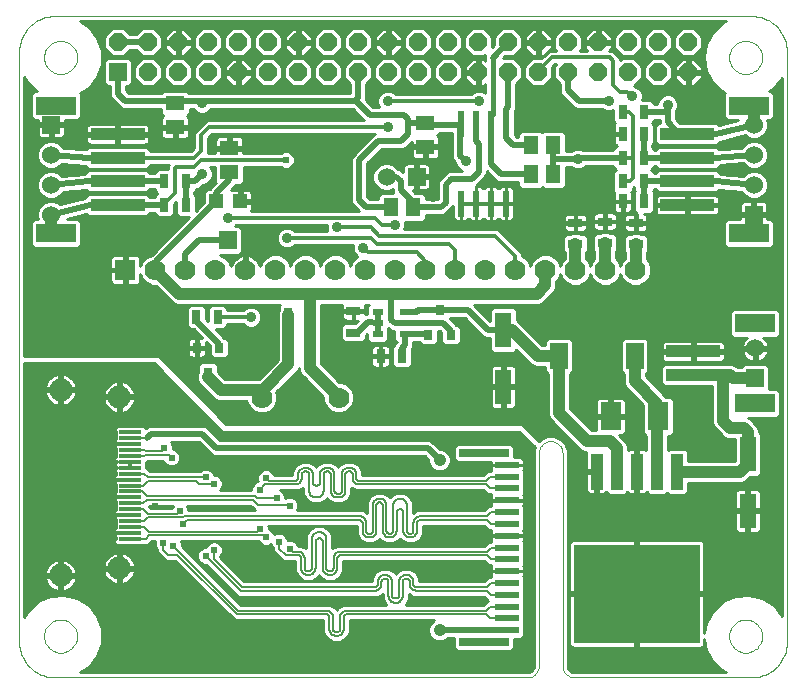
<source format=gtl>
G75*
%MOIN*%
%OFA0B0*%
%FSLAX24Y24*%
%IPPOS*%
%LPD*%
%AMOC8*
5,1,8,0,0,1.08239X$1,22.5*
%
%ADD10C,0.0000*%
%ADD11R,0.0600X0.0600*%
%ADD12OC8,0.0600*%
%ADD13R,0.0512X0.0630*%
%ADD14R,0.0630X0.0512*%
%ADD15C,0.0600*%
%ADD16R,0.0591X0.0630*%
%ADD17R,0.0472X0.0472*%
%ADD18R,0.0315X0.0472*%
%ADD19R,0.1811X0.0394*%
%ADD20R,0.1339X0.0630*%
%ADD21R,0.0315X0.0354*%
%ADD22R,0.0354X0.0236*%
%ADD23R,0.0472X0.0315*%
%ADD24R,0.0700X0.0700*%
%ADD25C,0.0700*%
%ADD26R,0.0787X0.0236*%
%ADD27R,0.1654X0.0276*%
%ADD28R,0.0748X0.0118*%
%ADD29C,0.0768*%
%ADD30R,0.0551X0.1181*%
%ADD31R,0.0400X0.1201*%
%ADD32R,0.4197X0.3299*%
%ADD33R,0.0591X0.0866*%
%ADD34R,0.0709X0.0945*%
%ADD35R,0.0240X0.0870*%
%ADD36C,0.0356*%
%ADD37C,0.0240*%
%ADD38C,0.0100*%
%ADD39C,0.0197*%
%ADD40C,0.0118*%
%ADD41C,0.0160*%
%ADD42C,0.0394*%
%ADD43C,0.0060*%
%ADD44C,0.0413*%
%ADD45C,0.0079*%
D10*
X001331Y000150D02*
X017079Y000150D01*
X017118Y000152D01*
X017156Y000158D01*
X017193Y000167D01*
X017230Y000180D01*
X017265Y000197D01*
X017298Y000216D01*
X017329Y000239D01*
X017358Y000265D01*
X017384Y000294D01*
X017407Y000325D01*
X017426Y000358D01*
X017443Y000393D01*
X017456Y000430D01*
X017465Y000467D01*
X017471Y000505D01*
X017473Y000544D01*
X017473Y007630D01*
X017475Y007669D01*
X017481Y007707D01*
X017490Y007744D01*
X017503Y007781D01*
X017520Y007816D01*
X017539Y007849D01*
X017562Y007880D01*
X017588Y007909D01*
X017617Y007935D01*
X017648Y007958D01*
X017681Y007977D01*
X017716Y007994D01*
X017753Y008007D01*
X017790Y008016D01*
X017828Y008022D01*
X017867Y008024D01*
X017906Y008022D01*
X017944Y008016D01*
X017981Y008007D01*
X018018Y007994D01*
X018053Y007977D01*
X018086Y007958D01*
X018117Y007935D01*
X018146Y007909D01*
X018172Y007880D01*
X018195Y007849D01*
X018214Y007816D01*
X018231Y007781D01*
X018244Y007744D01*
X018253Y007707D01*
X018259Y007669D01*
X018261Y007630D01*
X018260Y007630D02*
X018260Y000544D01*
X018262Y000505D01*
X018268Y000467D01*
X018277Y000430D01*
X018290Y000393D01*
X018307Y000358D01*
X018326Y000325D01*
X018349Y000294D01*
X018375Y000265D01*
X018404Y000239D01*
X018435Y000216D01*
X018468Y000197D01*
X018503Y000180D01*
X018540Y000167D01*
X018577Y000158D01*
X018615Y000152D01*
X018654Y000150D01*
X024559Y000150D01*
X024625Y000152D01*
X024691Y000157D01*
X024757Y000167D01*
X024822Y000180D01*
X024886Y000196D01*
X024949Y000216D01*
X025011Y000240D01*
X025071Y000267D01*
X025130Y000297D01*
X025187Y000331D01*
X025242Y000368D01*
X025295Y000408D01*
X025346Y000450D01*
X025394Y000496D01*
X025440Y000544D01*
X025482Y000595D01*
X025522Y000648D01*
X025559Y000703D01*
X025593Y000760D01*
X025623Y000819D01*
X025650Y000879D01*
X025674Y000941D01*
X025694Y001004D01*
X025710Y001068D01*
X025723Y001133D01*
X025733Y001199D01*
X025738Y001265D01*
X025740Y001331D01*
X025741Y001331D02*
X025741Y021016D01*
X025740Y021016D02*
X025738Y021082D01*
X025733Y021148D01*
X025723Y021214D01*
X025710Y021279D01*
X025694Y021343D01*
X025674Y021406D01*
X025650Y021468D01*
X025623Y021528D01*
X025593Y021587D01*
X025559Y021644D01*
X025522Y021699D01*
X025482Y021752D01*
X025440Y021803D01*
X025394Y021851D01*
X025346Y021897D01*
X025295Y021939D01*
X025242Y021979D01*
X025187Y022016D01*
X025130Y022050D01*
X025071Y022080D01*
X025011Y022107D01*
X024949Y022131D01*
X024886Y022151D01*
X024822Y022167D01*
X024757Y022180D01*
X024691Y022190D01*
X024625Y022195D01*
X024559Y022197D01*
X001331Y022197D01*
X001265Y022195D01*
X001199Y022190D01*
X001133Y022180D01*
X001068Y022167D01*
X001004Y022151D01*
X000941Y022131D01*
X000879Y022107D01*
X000819Y022080D01*
X000760Y022050D01*
X000703Y022016D01*
X000648Y021979D01*
X000595Y021939D01*
X000544Y021897D01*
X000496Y021851D01*
X000450Y021803D01*
X000408Y021752D01*
X000368Y021699D01*
X000331Y021644D01*
X000297Y021587D01*
X000267Y021528D01*
X000240Y021468D01*
X000216Y021406D01*
X000196Y021343D01*
X000180Y021279D01*
X000167Y021214D01*
X000157Y021148D01*
X000152Y021082D01*
X000150Y021016D01*
X000150Y001331D01*
X000152Y001265D01*
X000157Y001199D01*
X000167Y001133D01*
X000180Y001068D01*
X000196Y001004D01*
X000216Y000941D01*
X000240Y000879D01*
X000267Y000819D01*
X000297Y000760D01*
X000331Y000703D01*
X000368Y000648D01*
X000408Y000595D01*
X000450Y000544D01*
X000496Y000496D01*
X000544Y000450D01*
X000595Y000408D01*
X000648Y000368D01*
X000703Y000331D01*
X000760Y000297D01*
X000819Y000267D01*
X000879Y000240D01*
X000941Y000216D01*
X001004Y000196D01*
X001068Y000180D01*
X001133Y000167D01*
X001199Y000157D01*
X001265Y000152D01*
X001331Y000150D01*
X000977Y001528D02*
X000979Y001575D01*
X000985Y001621D01*
X000995Y001667D01*
X001008Y001712D01*
X001026Y001755D01*
X001047Y001797D01*
X001071Y001837D01*
X001099Y001874D01*
X001130Y001909D01*
X001164Y001942D01*
X001200Y001971D01*
X001239Y001997D01*
X001280Y002020D01*
X001323Y002039D01*
X001367Y002055D01*
X001412Y002067D01*
X001458Y002075D01*
X001505Y002079D01*
X001551Y002079D01*
X001598Y002075D01*
X001644Y002067D01*
X001689Y002055D01*
X001733Y002039D01*
X001776Y002020D01*
X001817Y001997D01*
X001856Y001971D01*
X001892Y001942D01*
X001926Y001909D01*
X001957Y001874D01*
X001985Y001837D01*
X002009Y001797D01*
X002030Y001755D01*
X002048Y001712D01*
X002061Y001667D01*
X002071Y001621D01*
X002077Y001575D01*
X002079Y001528D01*
X002077Y001481D01*
X002071Y001435D01*
X002061Y001389D01*
X002048Y001344D01*
X002030Y001301D01*
X002009Y001259D01*
X001985Y001219D01*
X001957Y001182D01*
X001926Y001147D01*
X001892Y001114D01*
X001856Y001085D01*
X001817Y001059D01*
X001776Y001036D01*
X001733Y001017D01*
X001689Y001001D01*
X001644Y000989D01*
X001598Y000981D01*
X001551Y000977D01*
X001505Y000977D01*
X001458Y000981D01*
X001412Y000989D01*
X001367Y001001D01*
X001323Y001017D01*
X001280Y001036D01*
X001239Y001059D01*
X001200Y001085D01*
X001164Y001114D01*
X001130Y001147D01*
X001099Y001182D01*
X001071Y001219D01*
X001047Y001259D01*
X001026Y001301D01*
X001008Y001344D01*
X000995Y001389D01*
X000985Y001435D01*
X000979Y001481D01*
X000977Y001528D01*
X023812Y001528D02*
X023814Y001575D01*
X023820Y001621D01*
X023830Y001667D01*
X023843Y001712D01*
X023861Y001755D01*
X023882Y001797D01*
X023906Y001837D01*
X023934Y001874D01*
X023965Y001909D01*
X023999Y001942D01*
X024035Y001971D01*
X024074Y001997D01*
X024115Y002020D01*
X024158Y002039D01*
X024202Y002055D01*
X024247Y002067D01*
X024293Y002075D01*
X024340Y002079D01*
X024386Y002079D01*
X024433Y002075D01*
X024479Y002067D01*
X024524Y002055D01*
X024568Y002039D01*
X024611Y002020D01*
X024652Y001997D01*
X024691Y001971D01*
X024727Y001942D01*
X024761Y001909D01*
X024792Y001874D01*
X024820Y001837D01*
X024844Y001797D01*
X024865Y001755D01*
X024883Y001712D01*
X024896Y001667D01*
X024906Y001621D01*
X024912Y001575D01*
X024914Y001528D01*
X024912Y001481D01*
X024906Y001435D01*
X024896Y001389D01*
X024883Y001344D01*
X024865Y001301D01*
X024844Y001259D01*
X024820Y001219D01*
X024792Y001182D01*
X024761Y001147D01*
X024727Y001114D01*
X024691Y001085D01*
X024652Y001059D01*
X024611Y001036D01*
X024568Y001017D01*
X024524Y001001D01*
X024479Y000989D01*
X024433Y000981D01*
X024386Y000977D01*
X024340Y000977D01*
X024293Y000981D01*
X024247Y000989D01*
X024202Y001001D01*
X024158Y001017D01*
X024115Y001036D01*
X024074Y001059D01*
X024035Y001085D01*
X023999Y001114D01*
X023965Y001147D01*
X023934Y001182D01*
X023906Y001219D01*
X023882Y001259D01*
X023861Y001301D01*
X023843Y001344D01*
X023830Y001389D01*
X023820Y001435D01*
X023814Y001481D01*
X023812Y001528D01*
X023812Y020819D02*
X023814Y020866D01*
X023820Y020912D01*
X023830Y020958D01*
X023843Y021003D01*
X023861Y021046D01*
X023882Y021088D01*
X023906Y021128D01*
X023934Y021165D01*
X023965Y021200D01*
X023999Y021233D01*
X024035Y021262D01*
X024074Y021288D01*
X024115Y021311D01*
X024158Y021330D01*
X024202Y021346D01*
X024247Y021358D01*
X024293Y021366D01*
X024340Y021370D01*
X024386Y021370D01*
X024433Y021366D01*
X024479Y021358D01*
X024524Y021346D01*
X024568Y021330D01*
X024611Y021311D01*
X024652Y021288D01*
X024691Y021262D01*
X024727Y021233D01*
X024761Y021200D01*
X024792Y021165D01*
X024820Y021128D01*
X024844Y021088D01*
X024865Y021046D01*
X024883Y021003D01*
X024896Y020958D01*
X024906Y020912D01*
X024912Y020866D01*
X024914Y020819D01*
X024912Y020772D01*
X024906Y020726D01*
X024896Y020680D01*
X024883Y020635D01*
X024865Y020592D01*
X024844Y020550D01*
X024820Y020510D01*
X024792Y020473D01*
X024761Y020438D01*
X024727Y020405D01*
X024691Y020376D01*
X024652Y020350D01*
X024611Y020327D01*
X024568Y020308D01*
X024524Y020292D01*
X024479Y020280D01*
X024433Y020272D01*
X024386Y020268D01*
X024340Y020268D01*
X024293Y020272D01*
X024247Y020280D01*
X024202Y020292D01*
X024158Y020308D01*
X024115Y020327D01*
X024074Y020350D01*
X024035Y020376D01*
X023999Y020405D01*
X023965Y020438D01*
X023934Y020473D01*
X023906Y020510D01*
X023882Y020550D01*
X023861Y020592D01*
X023843Y020635D01*
X023830Y020680D01*
X023820Y020726D01*
X023814Y020772D01*
X023812Y020819D01*
X000977Y020819D02*
X000979Y020866D01*
X000985Y020912D01*
X000995Y020958D01*
X001008Y021003D01*
X001026Y021046D01*
X001047Y021088D01*
X001071Y021128D01*
X001099Y021165D01*
X001130Y021200D01*
X001164Y021233D01*
X001200Y021262D01*
X001239Y021288D01*
X001280Y021311D01*
X001323Y021330D01*
X001367Y021346D01*
X001412Y021358D01*
X001458Y021366D01*
X001505Y021370D01*
X001551Y021370D01*
X001598Y021366D01*
X001644Y021358D01*
X001689Y021346D01*
X001733Y021330D01*
X001776Y021311D01*
X001817Y021288D01*
X001856Y021262D01*
X001892Y021233D01*
X001926Y021200D01*
X001957Y021165D01*
X001985Y021128D01*
X002009Y021088D01*
X002030Y021046D01*
X002048Y021003D01*
X002061Y020958D01*
X002071Y020912D01*
X002077Y020866D01*
X002079Y020819D01*
X002077Y020772D01*
X002071Y020726D01*
X002061Y020680D01*
X002048Y020635D01*
X002030Y020592D01*
X002009Y020550D01*
X001985Y020510D01*
X001957Y020473D01*
X001926Y020438D01*
X001892Y020405D01*
X001856Y020376D01*
X001817Y020350D01*
X001776Y020327D01*
X001733Y020308D01*
X001689Y020292D01*
X001644Y020280D01*
X001598Y020272D01*
X001551Y020268D01*
X001505Y020268D01*
X001458Y020272D01*
X001412Y020280D01*
X001367Y020292D01*
X001323Y020308D01*
X001280Y020327D01*
X001239Y020350D01*
X001200Y020376D01*
X001164Y020405D01*
X001130Y020438D01*
X001099Y020473D01*
X001071Y020510D01*
X001047Y020550D01*
X001026Y020592D01*
X001008Y020635D01*
X000995Y020680D01*
X000985Y020726D01*
X000979Y020772D01*
X000977Y020819D01*
D11*
X003445Y020319D03*
X001213Y018579D03*
X013394Y016837D03*
X024638Y015579D03*
X024678Y010122D03*
D12*
X022445Y020319D03*
X021445Y020319D03*
X020445Y020319D03*
X019445Y020319D03*
X018445Y020319D03*
X017445Y020319D03*
X016445Y020319D03*
X015445Y020319D03*
X014445Y020319D03*
X013445Y020319D03*
X012445Y020319D03*
X011445Y020319D03*
X010445Y020319D03*
X009445Y020319D03*
X008445Y020319D03*
X007445Y020319D03*
X006445Y020319D03*
X005445Y020319D03*
X004445Y020319D03*
X004445Y021319D03*
X003445Y021319D03*
X005445Y021319D03*
X006445Y021319D03*
X007445Y021319D03*
X008445Y021319D03*
X009445Y021319D03*
X010445Y021319D03*
X011445Y021319D03*
X012445Y021319D03*
X013445Y021319D03*
X014445Y021319D03*
X015445Y021319D03*
X016445Y021319D03*
X017445Y021319D03*
X018445Y021319D03*
X019445Y021319D03*
X020445Y021319D03*
X021445Y021319D03*
X022445Y021319D03*
D13*
X017955Y017891D03*
X017207Y017891D03*
X017207Y016931D03*
X017955Y016931D03*
X013282Y015820D03*
X012534Y015820D03*
D14*
X013692Y017837D03*
X013692Y018624D03*
X007158Y017788D03*
X007158Y017000D03*
X005347Y018496D03*
X005347Y019284D03*
D15*
X001213Y017579D03*
X001213Y016579D03*
X001213Y015579D03*
X012394Y016837D03*
X024638Y016579D03*
X024638Y017579D03*
X024638Y018579D03*
X024678Y011122D03*
D16*
X007119Y014717D03*
D17*
X007512Y016026D03*
X006725Y016026D03*
D18*
X005701Y015898D03*
X004993Y015898D03*
X004993Y016685D03*
X005701Y016685D03*
X006056Y012158D03*
X006764Y012158D03*
X009126Y012237D03*
X009835Y012237D03*
X012197Y010859D03*
X012906Y010859D03*
X020268Y016016D03*
X020977Y016016D03*
X020977Y016685D03*
X020268Y016685D03*
X020268Y017473D03*
X020977Y017473D03*
X020977Y018260D03*
X020268Y018260D03*
X020268Y019008D03*
X020977Y019008D03*
D19*
X022422Y018260D03*
X022422Y017473D03*
X022422Y016685D03*
X022422Y015898D03*
X022619Y011016D03*
X022619Y010229D03*
X003430Y015898D03*
X003430Y016685D03*
X003430Y017473D03*
X003430Y018260D03*
D20*
X001382Y019205D03*
X001382Y014953D03*
X024469Y014953D03*
X024666Y011961D03*
X024666Y009284D03*
X024469Y019205D03*
D21*
X014166Y012394D03*
X014540Y011567D03*
X013792Y011567D03*
X006823Y011134D03*
X006075Y011134D03*
X006449Y010307D03*
D22*
X012099Y011587D03*
X012099Y011961D03*
X012099Y012335D03*
X013004Y012335D03*
X013004Y011961D03*
X013004Y011587D03*
D23*
X011292Y011646D03*
X011292Y012355D03*
X018693Y014599D03*
X018693Y015307D03*
X019678Y015347D03*
X019678Y014638D03*
X020701Y014599D03*
X020701Y015307D03*
D24*
X003693Y013733D03*
D25*
X004693Y013733D03*
X005693Y013733D03*
X006693Y013733D03*
X007693Y013733D03*
X008693Y013733D03*
X009693Y013733D03*
X010693Y013733D03*
X011693Y013733D03*
X012693Y013733D03*
X013693Y013733D03*
X014693Y013733D03*
X015693Y013733D03*
X016693Y013733D03*
X017693Y013733D03*
X018693Y013733D03*
X019693Y013733D03*
X020693Y013733D03*
X010800Y009481D03*
X008241Y009481D03*
D26*
X016426Y007237D03*
X016426Y006843D03*
X016426Y006449D03*
X016426Y006056D03*
X016426Y005662D03*
X016426Y005268D03*
X016426Y004874D03*
X016426Y004481D03*
X016426Y004087D03*
X016426Y003693D03*
X016426Y003300D03*
X016426Y002906D03*
X016426Y002512D03*
X016426Y002119D03*
X016426Y001725D03*
D27*
X015638Y001331D03*
X015638Y007630D03*
D28*
X003855Y007532D03*
X003855Y007729D03*
X003855Y007926D03*
X003855Y008122D03*
X003855Y008319D03*
X003855Y007335D03*
X003855Y007138D03*
X003855Y006941D03*
X003855Y006744D03*
X003855Y006548D03*
X003855Y006351D03*
X003855Y006154D03*
X003855Y005957D03*
X003855Y005760D03*
X003855Y005563D03*
X003855Y005367D03*
X003855Y005170D03*
X003855Y004973D03*
X003855Y004776D03*
D29*
X003481Y003792D03*
X001532Y003556D03*
X003481Y009500D03*
X001532Y009737D03*
D30*
X016292Y009835D03*
X016292Y011725D03*
X024441Y007591D03*
X024441Y005701D03*
D31*
X022081Y007012D03*
X021411Y007012D03*
X020741Y007012D03*
X020070Y007012D03*
X019400Y007012D03*
D32*
X020741Y002945D03*
D33*
X020662Y010859D03*
X018142Y010859D03*
D34*
X019865Y008851D03*
X021459Y008851D03*
D35*
X016372Y015946D03*
X015872Y015946D03*
X015372Y015946D03*
X014872Y015946D03*
X014872Y018596D03*
X015372Y018596D03*
X015872Y018596D03*
X016372Y018596D03*
D36*
X015465Y019363D03*
X018142Y018772D03*
X019796Y019363D03*
X020583Y019520D03*
X021764Y019244D03*
X022709Y019244D03*
X018772Y017433D03*
X018930Y016370D03*
X018103Y016056D03*
X017276Y015859D03*
X017355Y014717D03*
X019284Y012670D03*
X017670Y012355D03*
X015622Y011174D03*
X015150Y010622D03*
X016725Y010741D03*
X017197Y009914D03*
X017237Y008890D03*
X017512Y008300D03*
X018733Y007473D03*
X018811Y006725D03*
X019796Y005937D03*
X020504Y005465D03*
X020741Y006095D03*
X021922Y006016D03*
X022709Y006370D03*
X022945Y005583D03*
X021804Y005347D03*
X021843Y003851D03*
X020544Y003693D03*
X019205Y003851D03*
X019323Y002355D03*
X020583Y002197D03*
X021804Y002158D03*
X021843Y000741D03*
X021056Y000741D03*
X020229Y000662D03*
X018772Y000662D03*
X016489Y000859D03*
X015386Y000662D03*
X014284Y000780D03*
X011882Y001370D03*
X010268Y000937D03*
X015504Y002709D03*
X015544Y003693D03*
X015504Y004874D03*
X015465Y006056D03*
X013103Y007197D03*
X012867Y009008D03*
X013772Y009914D03*
X015268Y009008D03*
X011882Y009914D03*
X010544Y010819D03*
X009559Y009166D03*
X008024Y011016D03*
X007867Y012158D03*
X004914Y011528D03*
X002867Y011685D03*
X001292Y012552D03*
X000819Y011292D03*
X002000Y008851D03*
X002709Y008772D03*
X002237Y007512D03*
X002197Y006134D03*
X002158Y004678D03*
X002709Y003654D03*
X004284Y004284D03*
X004441Y003654D03*
X004126Y002473D03*
X003496Y001843D03*
X003063Y000701D03*
X000819Y004126D03*
X011607Y014481D03*
X010741Y015150D03*
X009087Y014796D03*
X007119Y015465D03*
X006252Y016922D03*
X005701Y017906D03*
X007079Y018890D03*
X006252Y019284D03*
X008930Y018890D03*
X009953Y018930D03*
X011449Y018063D03*
X012433Y018496D03*
X012433Y019363D03*
X015032Y017355D03*
X013930Y016174D03*
X012670Y015229D03*
X019363Y010819D03*
X019008Y009756D03*
X020071Y009796D03*
X019126Y008811D03*
X020622Y008418D03*
X020701Y007945D03*
X022906Y009441D03*
X022040Y009678D03*
X023300Y008103D03*
X019048Y005504D03*
X023536Y004402D03*
X024244Y004008D03*
X024993Y004363D03*
X024953Y003536D03*
X023536Y003536D03*
X022709Y000780D03*
X021922Y011725D03*
X023024Y012040D03*
X023733Y013339D03*
X025150Y013339D03*
X022867Y015111D03*
X021922Y014717D03*
X003418Y015268D03*
X002630Y015111D03*
X002906Y019087D03*
D37*
X006174Y016213D03*
X009166Y016134D03*
X009717Y016764D03*
X009048Y017394D03*
X009953Y017906D03*
X009008Y018103D03*
X010898Y015898D03*
X004520Y010229D03*
X004284Y008733D03*
X003103Y007945D03*
X003142Y007355D03*
X003024Y006685D03*
X003103Y006174D03*
X003063Y005622D03*
X003103Y004993D03*
X004678Y005859D03*
X005504Y005701D03*
X005622Y005268D03*
X005291Y004543D03*
X004953Y004638D03*
X005386Y003615D03*
X006367Y004202D03*
X006646Y004402D03*
X007788Y003536D03*
X009166Y004441D03*
X008811Y004678D03*
X008378Y004835D03*
X008181Y005111D03*
X007119Y005780D03*
X008181Y006410D03*
X008378Y006804D03*
X008733Y006116D03*
X009166Y005877D03*
X007276Y006646D03*
X006646Y006607D03*
X006367Y006821D03*
X007355Y007237D03*
X005859Y007670D03*
X005229Y007473D03*
X004993Y007788D03*
X004559Y007237D03*
X006016Y008733D03*
X002473Y010307D03*
X000544Y010307D03*
X000583Y009284D03*
X003142Y002827D03*
X010071Y001449D03*
X011370Y001843D03*
X012119Y002709D03*
X013260Y002709D03*
X013615Y003496D03*
X013221Y001843D03*
X012945Y000780D03*
X010977Y004835D03*
X013457Y006095D03*
X012079Y007197D03*
X014481Y008063D03*
X016882Y007827D03*
X020662Y008851D03*
X020622Y009323D03*
X022119Y009244D03*
X022079Y008536D03*
X021922Y008103D03*
X022788Y007552D03*
X021252Y010465D03*
D38*
X021125Y010493D02*
X021545Y010493D01*
X021545Y010495D02*
X021545Y009962D01*
X021643Y009864D01*
X023250Y009864D01*
X023250Y008621D01*
X021981Y008621D01*
X021981Y008523D02*
X023290Y008523D01*
X023305Y008487D02*
X023250Y008621D01*
X023250Y008720D02*
X021981Y008720D01*
X021981Y008818D02*
X023250Y008818D01*
X023250Y008917D02*
X021981Y008917D01*
X021981Y009015D02*
X023250Y009015D01*
X023250Y009114D02*
X021981Y009114D01*
X021981Y009212D02*
X023250Y009212D01*
X023250Y009311D02*
X021981Y009311D01*
X021981Y009393D02*
X021883Y009491D01*
X021718Y009491D01*
X021717Y009493D01*
X021709Y009509D01*
X021666Y009544D01*
X021027Y010183D01*
X021027Y010258D01*
X021125Y010356D01*
X021125Y011361D01*
X021027Y011460D01*
X020297Y011460D01*
X020198Y011361D01*
X020198Y010356D01*
X020297Y010258D01*
X020297Y009959D01*
X020352Y009825D01*
X020937Y009241D01*
X020937Y008309D01*
X021035Y008210D01*
X021046Y008210D01*
X021046Y007720D01*
X021033Y007733D01*
X020998Y007752D01*
X020960Y007763D01*
X020791Y007763D01*
X020791Y007062D01*
X020691Y007062D01*
X020691Y007763D01*
X020521Y007763D01*
X020483Y007752D01*
X020448Y007733D01*
X020435Y007720D01*
X020435Y007861D01*
X020380Y007995D01*
X020147Y008228D01*
X020239Y008228D01*
X020277Y008239D01*
X020311Y008258D01*
X020339Y008286D01*
X020359Y008320D01*
X020369Y008359D01*
X020369Y008801D01*
X019915Y008801D01*
X019915Y008901D01*
X020369Y008901D01*
X020369Y009343D01*
X020359Y009381D01*
X020339Y009415D01*
X020311Y009443D01*
X020277Y009463D01*
X020239Y009473D01*
X019915Y009473D01*
X019915Y008901D01*
X019815Y008901D01*
X019815Y009473D01*
X019490Y009473D01*
X019452Y009463D01*
X019418Y009443D01*
X019390Y009415D01*
X019370Y009381D01*
X019360Y009343D01*
X019360Y008901D01*
X019815Y008901D01*
X019815Y008801D01*
X019360Y008801D01*
X019360Y008389D01*
X019238Y008389D01*
X018507Y009120D01*
X018507Y010258D01*
X018606Y010356D01*
X018606Y011361D01*
X018507Y011460D01*
X017777Y011460D01*
X017679Y011361D01*
X017679Y011224D01*
X017585Y011224D01*
X016774Y012034D01*
X016735Y012050D01*
X016735Y012385D01*
X016637Y012483D01*
X015947Y012483D01*
X015848Y012385D01*
X015848Y012034D01*
X015301Y012580D01*
X017467Y012580D01*
X017601Y012636D01*
X017900Y012935D01*
X018003Y013038D01*
X018058Y013172D01*
X018058Y013365D01*
X018133Y013439D01*
X018193Y013586D01*
X018254Y013439D01*
X018400Y013293D01*
X018590Y013215D01*
X018796Y013215D01*
X018987Y013293D01*
X019133Y013439D01*
X019193Y013586D01*
X019254Y013439D01*
X019400Y013293D01*
X019590Y013215D01*
X019796Y013215D01*
X019987Y013293D01*
X020133Y013439D01*
X020193Y013586D01*
X020254Y013439D01*
X020400Y013293D01*
X020590Y013215D01*
X020796Y013215D01*
X020987Y013293D01*
X021133Y013439D01*
X021211Y013630D01*
X021211Y013836D01*
X021133Y014026D01*
X021066Y014093D01*
X021066Y014332D01*
X021106Y014372D01*
X021106Y014826D01*
X021007Y014924D01*
X020869Y014924D01*
X020774Y014964D01*
X020629Y014964D01*
X020534Y014924D01*
X020395Y014924D01*
X020297Y014826D01*
X020297Y014372D01*
X020336Y014332D01*
X020336Y014108D01*
X020254Y014026D01*
X020193Y013879D01*
X020133Y014026D01*
X020043Y014116D01*
X020043Y014372D01*
X020082Y014411D01*
X020082Y014865D01*
X019983Y014964D01*
X019845Y014964D01*
X019750Y015003D01*
X019605Y015003D01*
X019510Y014964D01*
X019372Y014964D01*
X019273Y014865D01*
X019273Y014411D01*
X019313Y014372D01*
X019313Y014085D01*
X019254Y014026D01*
X019193Y013879D01*
X019133Y014026D01*
X019058Y014100D01*
X019058Y014332D01*
X019098Y014372D01*
X019098Y014826D01*
X018999Y014924D01*
X018861Y014924D01*
X018766Y014964D01*
X018621Y014964D01*
X018526Y014924D01*
X018387Y014924D01*
X018289Y014826D01*
X018289Y014372D01*
X018328Y014332D01*
X018328Y014100D01*
X018254Y014026D01*
X018193Y013879D01*
X018133Y014026D01*
X017987Y014172D01*
X017796Y014251D01*
X017590Y014251D01*
X017400Y014172D01*
X017254Y014026D01*
X017193Y013879D01*
X017133Y014026D01*
X016987Y014172D01*
X016920Y014199D01*
X016920Y014291D01*
X016110Y015102D01*
X012992Y015102D01*
X013016Y015160D01*
X013016Y015298D01*
X013000Y015337D01*
X013607Y015337D01*
X013706Y015436D01*
X013706Y015553D01*
X014258Y015553D01*
X014356Y015593D01*
X014589Y015826D01*
X014602Y015859D01*
X014602Y015491D01*
X014613Y015453D01*
X014632Y015419D01*
X014660Y015391D01*
X014695Y015371D01*
X014733Y015361D01*
X014862Y015361D01*
X014862Y015936D01*
X014882Y015936D01*
X014882Y015361D01*
X015012Y015361D01*
X015050Y015371D01*
X015085Y015391D01*
X015112Y015419D01*
X015122Y015436D01*
X015132Y015419D01*
X015160Y015391D01*
X015195Y015371D01*
X015233Y015361D01*
X015362Y015361D01*
X015362Y015936D01*
X015102Y015936D01*
X014882Y015936D01*
X014882Y015956D01*
X015362Y015956D01*
X015362Y015936D01*
X015382Y015936D01*
X015382Y015361D01*
X015512Y015361D01*
X015550Y015371D01*
X015585Y015391D01*
X015612Y015419D01*
X015622Y015436D01*
X015632Y015419D01*
X015660Y015391D01*
X015695Y015371D01*
X015733Y015361D01*
X015862Y015361D01*
X015862Y015936D01*
X015602Y015936D01*
X015382Y015936D01*
X015382Y015956D01*
X015362Y015956D01*
X015362Y016531D01*
X015380Y016538D01*
X015455Y016613D01*
X015691Y016849D01*
X015731Y016947D01*
X015731Y017026D01*
X015978Y016780D01*
X016053Y016705D01*
X016151Y016664D01*
X016783Y016664D01*
X016783Y016546D01*
X016882Y016447D01*
X017533Y016447D01*
X017581Y016496D01*
X017630Y016447D01*
X018281Y016447D01*
X018379Y016546D01*
X018379Y017167D01*
X018549Y017167D01*
X018576Y017140D01*
X018703Y017087D01*
X018841Y017087D01*
X018968Y017140D01*
X019032Y017204D01*
X019038Y017206D01*
X019943Y017206D01*
X019943Y017167D01*
X020030Y017079D01*
X019943Y016991D01*
X019943Y016380D01*
X019986Y016336D01*
X019971Y016310D01*
X019961Y016272D01*
X019961Y016045D01*
X020239Y016045D01*
X020239Y015987D01*
X020297Y015987D01*
X020297Y015630D01*
X020445Y015630D01*
X020483Y015640D01*
X020518Y015660D01*
X020546Y015688D01*
X020565Y015722D01*
X020576Y015760D01*
X020576Y015987D01*
X020297Y015987D01*
X020297Y016045D01*
X020576Y016045D01*
X020576Y016272D01*
X020565Y016310D01*
X020550Y016336D01*
X020594Y016380D01*
X020594Y016458D01*
X020598Y016458D01*
X020651Y016511D01*
X020651Y016380D01*
X020680Y016351D01*
X020651Y016322D01*
X020651Y015710D01*
X020747Y015615D01*
X020730Y015615D01*
X020730Y015336D01*
X021087Y015336D01*
X021087Y015485D01*
X021077Y015523D01*
X021057Y015557D01*
X021030Y015585D01*
X020995Y015605D01*
X020969Y015612D01*
X021204Y015612D01*
X021302Y015710D01*
X021302Y016322D01*
X021274Y016351D01*
X021302Y016380D01*
X021302Y016419D01*
X021348Y016419D01*
X021447Y016320D01*
X023397Y016320D01*
X023485Y016409D01*
X024228Y016346D01*
X024241Y016314D01*
X024373Y016182D01*
X024545Y016111D01*
X024731Y016111D01*
X024903Y016182D01*
X025035Y016314D01*
X025106Y016486D01*
X025106Y016672D01*
X025035Y016844D01*
X024903Y016976D01*
X024731Y017047D01*
X024545Y017047D01*
X024373Y016976D01*
X024274Y016877D01*
X023495Y016943D01*
X023495Y016952D01*
X023397Y017050D01*
X021447Y017050D01*
X021348Y016952D01*
X021302Y016952D01*
X021302Y016991D01*
X021215Y017079D01*
X021302Y017167D01*
X021302Y017206D01*
X021348Y017206D01*
X021447Y017108D01*
X023397Y017108D01*
X023495Y017206D01*
X023495Y017221D01*
X024273Y017283D01*
X024373Y017182D01*
X024545Y017111D01*
X024731Y017111D01*
X024903Y017182D01*
X025035Y017314D01*
X025106Y017486D01*
X025106Y017672D01*
X025035Y017844D01*
X024903Y017976D01*
X024731Y018047D01*
X024545Y018047D01*
X024373Y017976D01*
X024241Y017844D01*
X024229Y017814D01*
X023480Y017755D01*
X023397Y017838D01*
X021447Y017838D01*
X021348Y017739D01*
X021302Y017739D01*
X021302Y017779D01*
X021243Y017838D01*
X021243Y017895D01*
X021302Y017954D01*
X021302Y018566D01*
X021234Y018634D01*
X021302Y018702D01*
X021302Y018742D01*
X021498Y018742D01*
X021498Y018625D01*
X021447Y018625D01*
X021348Y018527D01*
X021348Y017994D01*
X021447Y017895D01*
X023397Y017895D01*
X023495Y017994D01*
X023495Y018015D01*
X024329Y018226D01*
X024373Y018182D01*
X024545Y018111D01*
X024731Y018111D01*
X024903Y018182D01*
X025035Y018314D01*
X025106Y018486D01*
X025106Y018672D01*
X025086Y018722D01*
X025208Y018722D01*
X025306Y018821D01*
X025306Y019590D01*
X025208Y019688D01*
X025135Y019688D01*
X025303Y019798D01*
X025572Y020144D01*
X025572Y002203D01*
X025303Y002550D01*
X024920Y002800D01*
X024477Y002912D01*
X024022Y002874D01*
X023603Y002690D01*
X023267Y002381D01*
X023049Y001979D01*
X022989Y001618D01*
X022989Y002895D01*
X020791Y002895D01*
X020791Y002995D01*
X022989Y002995D01*
X022989Y004615D01*
X022979Y004653D01*
X022959Y004687D01*
X022931Y004715D01*
X022897Y004735D01*
X022859Y004745D01*
X020791Y004745D01*
X020791Y002995D01*
X020691Y002995D01*
X020691Y004745D01*
X018622Y004745D01*
X018584Y004735D01*
X018550Y004715D01*
X018522Y004687D01*
X018502Y004653D01*
X018492Y004615D01*
X018492Y002995D01*
X020691Y002995D01*
X020691Y002895D01*
X020791Y002895D01*
X020791Y001146D01*
X022859Y001146D01*
X022897Y001156D01*
X022931Y001176D01*
X022959Y001204D01*
X022979Y001238D01*
X022989Y001276D01*
X022989Y001438D01*
X023049Y001077D01*
X023267Y000675D01*
X023603Y000365D01*
X023711Y000318D01*
X018654Y000318D01*
X018610Y000322D01*
X018610Y000322D01*
X018529Y000356D01*
X018466Y000418D01*
X018433Y000500D01*
X018428Y000544D01*
X023409Y000544D01*
X023302Y000643D02*
X018428Y000643D01*
X018428Y000741D02*
X023231Y000741D01*
X023178Y000840D02*
X018428Y000840D01*
X018428Y000938D02*
X023125Y000938D01*
X023071Y001037D02*
X018428Y001037D01*
X018428Y001135D02*
X023040Y001135D01*
X023023Y001234D02*
X022976Y001234D01*
X022989Y001332D02*
X023007Y001332D01*
X022989Y001431D02*
X022990Y001431D01*
X022989Y001628D02*
X022991Y001628D01*
X022989Y001726D02*
X023007Y001726D01*
X022989Y001825D02*
X023024Y001825D01*
X023040Y001923D02*
X022989Y001923D01*
X022989Y002022D02*
X023072Y002022D01*
X023126Y002120D02*
X022989Y002120D01*
X022989Y002219D02*
X023179Y002219D01*
X023232Y002317D02*
X022989Y002317D01*
X022989Y002416D02*
X023304Y002416D01*
X023411Y002514D02*
X022989Y002514D01*
X022989Y002613D02*
X023518Y002613D01*
X023650Y002711D02*
X022989Y002711D01*
X022989Y002810D02*
X023875Y002810D01*
X024432Y002908D02*
X020791Y002908D01*
X020791Y002810D02*
X020691Y002810D01*
X020691Y002895D02*
X020691Y001146D01*
X018622Y001146D01*
X018584Y001156D01*
X018550Y001176D01*
X018522Y001204D01*
X018502Y001238D01*
X018492Y001276D01*
X018492Y002895D01*
X020691Y002895D01*
X020691Y002908D02*
X018428Y002908D01*
X018428Y002810D02*
X018492Y002810D01*
X018492Y002711D02*
X018428Y002711D01*
X018428Y002613D02*
X018492Y002613D01*
X018492Y002514D02*
X018428Y002514D01*
X018428Y002416D02*
X018492Y002416D01*
X018492Y002317D02*
X018428Y002317D01*
X018428Y002219D02*
X018492Y002219D01*
X018492Y002120D02*
X018428Y002120D01*
X018428Y002022D02*
X018492Y002022D01*
X018492Y001923D02*
X018428Y001923D01*
X018428Y001825D02*
X018492Y001825D01*
X018492Y001726D02*
X018428Y001726D01*
X018428Y001628D02*
X018492Y001628D01*
X018492Y001529D02*
X018428Y001529D01*
X018428Y001431D02*
X018492Y001431D01*
X018492Y001332D02*
X018428Y001332D01*
X018428Y001234D02*
X018505Y001234D01*
X018428Y000544D02*
X018428Y007742D01*
X018343Y007949D01*
X018185Y008107D01*
X017978Y008192D01*
X017755Y008192D01*
X017548Y008107D01*
X017489Y008047D01*
X016922Y008615D01*
X007040Y008615D01*
X004796Y010859D01*
X000318Y010859D01*
X000318Y020177D01*
X000432Y019966D01*
X000734Y019688D01*
X000643Y019688D01*
X000545Y019590D01*
X000545Y018821D01*
X000643Y018722D01*
X000763Y018722D01*
X000763Y018629D01*
X001163Y018629D01*
X001163Y018529D01*
X001263Y018529D01*
X001263Y018129D01*
X001533Y018129D01*
X001571Y018139D01*
X001605Y018159D01*
X001633Y018187D01*
X001653Y018221D01*
X001663Y018259D01*
X001663Y018529D01*
X001263Y018529D01*
X001263Y018629D01*
X001663Y018629D01*
X001663Y018722D01*
X002121Y018722D01*
X002220Y018821D01*
X002220Y019590D01*
X002192Y019617D01*
X002468Y019798D01*
X002749Y020158D01*
X002898Y020591D01*
X002898Y021048D01*
X002749Y021480D01*
X002468Y021841D01*
X002180Y022029D01*
X023711Y022029D01*
X023603Y021982D01*
X023267Y021672D01*
X023049Y021270D01*
X022974Y020819D01*
X023049Y020368D01*
X023267Y019966D01*
X023603Y019657D01*
X023669Y019628D01*
X023631Y019590D01*
X023631Y018821D01*
X023730Y018722D01*
X024117Y018722D01*
X023465Y018557D01*
X023397Y018625D01*
X022170Y018625D01*
X022031Y018764D01*
X022031Y019021D01*
X022058Y019048D01*
X022110Y019176D01*
X022110Y019313D01*
X022058Y019441D01*
X021960Y019538D01*
X021833Y019591D01*
X021695Y019591D01*
X021568Y019538D01*
X021471Y019441D01*
X021418Y019313D01*
X021418Y019275D01*
X021302Y019275D01*
X021302Y019314D01*
X021204Y019413D01*
X020913Y019413D01*
X020929Y019451D01*
X020929Y019589D01*
X020877Y019716D01*
X020779Y019814D01*
X020654Y019866D01*
X020913Y020125D01*
X020913Y020513D01*
X020639Y020787D01*
X020251Y020787D01*
X020180Y020716D01*
X020180Y020795D01*
X020047Y020928D01*
X019929Y021046D01*
X019809Y021046D01*
X019895Y021133D01*
X019895Y021269D01*
X019495Y021269D01*
X019495Y021369D01*
X019395Y021369D01*
X019395Y021269D01*
X018995Y021269D01*
X018995Y021133D01*
X019082Y021046D01*
X018834Y021046D01*
X018913Y021125D01*
X018913Y021513D01*
X018639Y021787D01*
X018251Y021787D01*
X017977Y021513D01*
X017977Y021125D01*
X018056Y021046D01*
X017812Y021046D01*
X017679Y020913D01*
X017553Y020787D01*
X017251Y020787D01*
X016977Y020513D01*
X016977Y020125D01*
X017251Y019851D01*
X017639Y019851D01*
X017913Y020125D01*
X017913Y020506D01*
X018000Y020592D01*
X018056Y020592D01*
X017977Y020513D01*
X017977Y020125D01*
X018179Y019924D01*
X018179Y019676D01*
X018219Y019578D01*
X018585Y019212D01*
X018660Y019137D01*
X018758Y019096D01*
X019573Y019096D01*
X019600Y019069D01*
X019727Y019016D01*
X019865Y019016D01*
X019943Y019049D01*
X019943Y018702D01*
X020025Y018620D01*
X020019Y018616D01*
X019991Y018589D01*
X019971Y018554D01*
X019961Y018516D01*
X019961Y018289D01*
X020239Y018289D01*
X020239Y018231D01*
X019961Y018231D01*
X019961Y018004D01*
X019971Y017966D01*
X019991Y017932D01*
X020019Y017904D01*
X020053Y017884D01*
X020079Y017877D01*
X020041Y017877D01*
X019943Y017779D01*
X019943Y017739D01*
X018938Y017739D01*
X018841Y017780D01*
X018703Y017780D01*
X018576Y017727D01*
X018549Y017700D01*
X018379Y017700D01*
X018379Y018276D01*
X018281Y018374D01*
X017630Y018374D01*
X017581Y018326D01*
X017533Y018374D01*
X016882Y018374D01*
X016783Y018276D01*
X016783Y018158D01*
X016732Y018158D01*
X016661Y018229D01*
X016661Y019000D01*
X016671Y019011D01*
X016712Y019109D01*
X016712Y019924D01*
X016913Y020125D01*
X016913Y020513D01*
X016639Y020787D01*
X016290Y020787D01*
X016354Y020851D01*
X016639Y020851D01*
X016913Y021125D01*
X016913Y021513D01*
X016639Y021787D01*
X016251Y021787D01*
X015977Y021513D01*
X015977Y021228D01*
X015913Y021164D01*
X015913Y021513D01*
X015639Y021787D01*
X015251Y021787D01*
X014977Y021513D01*
X014977Y021125D01*
X015251Y020851D01*
X015639Y020851D01*
X015684Y020896D01*
X015671Y020864D01*
X015671Y020758D01*
X015689Y020714D01*
X015689Y020712D01*
X015632Y020769D01*
X015495Y020769D01*
X015495Y020369D01*
X015395Y020369D01*
X015395Y020269D01*
X015495Y020269D01*
X015495Y019869D01*
X015632Y019869D01*
X015689Y019927D01*
X015689Y019628D01*
X015661Y019656D01*
X015534Y019709D01*
X015396Y019709D01*
X015269Y019656D01*
X015202Y019590D01*
X012696Y019590D01*
X012630Y019656D01*
X012502Y019709D01*
X012365Y019709D01*
X012237Y019656D01*
X012140Y019559D01*
X012087Y019431D01*
X012087Y019294D01*
X012140Y019166D01*
X012150Y019157D01*
X011953Y019157D01*
X011703Y019407D01*
X011712Y019428D01*
X011712Y019924D01*
X011913Y020125D01*
X011913Y020513D01*
X011639Y020787D01*
X011251Y020787D01*
X010977Y020513D01*
X010977Y020125D01*
X011179Y019924D01*
X011179Y019629D01*
X006324Y019629D01*
X006321Y019630D01*
X006183Y019630D01*
X006181Y019629D01*
X005810Y019629D01*
X005731Y019708D01*
X004962Y019708D01*
X004884Y019629D01*
X003804Y019629D01*
X003712Y019721D01*
X003712Y019851D01*
X003815Y019851D01*
X003913Y019950D01*
X003913Y020689D01*
X003815Y020787D01*
X003076Y020787D01*
X002977Y020689D01*
X002977Y019950D01*
X003076Y019851D01*
X003179Y019851D01*
X003179Y019558D01*
X003219Y019460D01*
X003467Y019212D01*
X003542Y019137D01*
X003640Y019096D01*
X004864Y019096D01*
X004864Y018958D01*
X004946Y018876D01*
X004940Y018872D01*
X004912Y018844D01*
X004892Y018810D01*
X004882Y018772D01*
X004882Y018546D01*
X005297Y018546D01*
X005297Y018446D01*
X005397Y018446D01*
X005397Y018091D01*
X005682Y018091D01*
X005720Y018101D01*
X005754Y018121D01*
X005782Y018148D01*
X005802Y018183D01*
X005812Y018221D01*
X005812Y018446D01*
X005397Y018446D01*
X005397Y018546D01*
X005812Y018546D01*
X005812Y018772D01*
X005802Y018810D01*
X005782Y018844D01*
X005754Y018872D01*
X005748Y018876D01*
X005830Y018958D01*
X005830Y019096D01*
X005955Y019096D01*
X005959Y019088D01*
X006056Y018990D01*
X006183Y018938D01*
X006321Y018938D01*
X006448Y018990D01*
X006546Y019088D01*
X006549Y019096D01*
X011260Y019096D01*
X011617Y018739D01*
X011633Y018724D01*
X006394Y018724D01*
X006261Y018591D01*
X005986Y018315D01*
X005986Y017803D01*
X005883Y017700D01*
X004503Y017700D01*
X004503Y017739D01*
X004405Y017838D01*
X002454Y017838D01*
X002366Y017749D01*
X001623Y017812D01*
X001610Y017844D01*
X001478Y017976D01*
X001306Y018047D01*
X001120Y018047D01*
X000948Y017976D01*
X000816Y017844D01*
X000745Y017672D01*
X000745Y017486D01*
X000816Y017314D01*
X000948Y017182D01*
X001120Y017111D01*
X001306Y017111D01*
X001478Y017182D01*
X001577Y017281D01*
X002356Y017215D01*
X002356Y017206D01*
X002454Y017108D01*
X004405Y017108D01*
X004503Y017206D01*
X004503Y017246D01*
X005153Y017246D01*
X005120Y017213D01*
X005120Y017090D01*
X004765Y017090D01*
X004667Y016991D01*
X004667Y016952D01*
X004503Y016952D01*
X004405Y017050D01*
X002454Y017050D01*
X002356Y016952D01*
X002356Y016943D01*
X001577Y016877D01*
X001478Y016976D01*
X001306Y017047D01*
X001120Y017047D01*
X000948Y016976D01*
X000816Y016844D01*
X000745Y016672D01*
X000745Y016486D01*
X000816Y016314D01*
X000948Y016182D01*
X001120Y016111D01*
X001306Y016111D01*
X001478Y016182D01*
X001610Y016314D01*
X001623Y016346D01*
X002366Y016409D01*
X002454Y016320D01*
X004405Y016320D01*
X004503Y016419D01*
X004667Y016419D01*
X004667Y016380D01*
X004755Y016292D01*
X004667Y016204D01*
X004667Y016165D01*
X004503Y016165D01*
X004405Y016263D01*
X002454Y016263D01*
X002356Y016165D01*
X002356Y016134D01*
X001524Y015930D01*
X001478Y015976D01*
X001306Y016047D01*
X001120Y016047D01*
X000948Y015976D01*
X000816Y015844D01*
X000745Y015672D01*
X000745Y015486D01*
X000766Y015436D01*
X000643Y015436D01*
X000545Y015338D01*
X000545Y014569D01*
X000643Y014470D01*
X002121Y014470D01*
X002220Y014569D01*
X002220Y015338D01*
X002121Y015436D01*
X001749Y015436D01*
X002393Y015594D01*
X002454Y015533D01*
X004405Y015533D01*
X004503Y015631D01*
X004667Y015631D01*
X004667Y015592D01*
X004765Y015494D01*
X005220Y015494D01*
X005318Y015592D01*
X005318Y015942D01*
X005376Y015999D01*
X005376Y015592D01*
X005474Y015494D01*
X005816Y015494D01*
X004566Y014244D01*
X004560Y014238D01*
X004400Y014172D01*
X004254Y014026D01*
X004193Y013879D01*
X004193Y014102D01*
X004183Y014141D01*
X004163Y014175D01*
X004135Y014203D01*
X004101Y014222D01*
X004063Y014233D01*
X003742Y014233D01*
X003742Y013781D01*
X003645Y013781D01*
X003645Y013684D01*
X003742Y013684D01*
X003742Y013233D01*
X004063Y013233D01*
X004101Y013243D01*
X004135Y013263D01*
X004163Y013291D01*
X004183Y013325D01*
X004193Y013363D01*
X004193Y013586D01*
X004254Y013439D01*
X004400Y013293D01*
X004590Y013215D01*
X004695Y013215D01*
X005274Y012636D01*
X005408Y012580D01*
X008839Y012580D01*
X008801Y012542D01*
X008801Y012404D01*
X008761Y012309D01*
X008761Y010734D01*
X008129Y010102D01*
X007014Y010102D01*
X006775Y010341D01*
X006775Y010554D01*
X006676Y010653D01*
X006222Y010653D01*
X006124Y010554D01*
X006124Y010318D01*
X006084Y010223D01*
X006084Y010077D01*
X006140Y009943D01*
X006553Y009530D01*
X006656Y009427D01*
X006790Y009372D01*
X007725Y009372D01*
X007801Y009187D01*
X007947Y009041D01*
X008137Y008963D01*
X008344Y008963D01*
X008534Y009041D01*
X008680Y009187D01*
X008759Y009378D01*
X008759Y009584D01*
X008725Y009665D01*
X009436Y010376D01*
X009470Y010459D01*
X009470Y010392D01*
X009526Y010258D01*
X009628Y010156D01*
X010281Y009502D01*
X010281Y009378D01*
X010360Y009187D01*
X010506Y009041D01*
X010697Y008963D01*
X010903Y008963D01*
X011093Y009041D01*
X011239Y009187D01*
X011318Y009378D01*
X011318Y009584D01*
X011239Y009774D01*
X011093Y009920D01*
X010903Y009999D01*
X010817Y009999D01*
X010200Y010616D01*
X010200Y012580D01*
X010922Y012580D01*
X010916Y012570D01*
X010906Y012532D01*
X010906Y012383D01*
X011263Y012383D01*
X011263Y012326D01*
X010906Y012326D01*
X010906Y012177D01*
X010916Y012139D01*
X010935Y012105D01*
X010963Y012077D01*
X010998Y012057D01*
X011036Y012047D01*
X011263Y012047D01*
X011263Y012326D01*
X011320Y012326D01*
X011320Y012047D01*
X011434Y012047D01*
X011358Y011972D01*
X010986Y011972D01*
X010887Y011873D01*
X010887Y011419D01*
X010986Y011320D01*
X011598Y011320D01*
X011696Y011419D01*
X011696Y011555D01*
X011754Y011613D01*
X011754Y011399D01*
X011852Y011301D01*
X012346Y011301D01*
X012444Y011399D01*
X012444Y011810D01*
X012519Y011735D01*
X012617Y011694D01*
X012659Y011694D01*
X012659Y011399D01*
X012727Y011332D01*
X012680Y011285D01*
X012665Y011249D01*
X012580Y011165D01*
X012580Y010553D01*
X012679Y010454D01*
X013133Y010454D01*
X013231Y010553D01*
X013231Y011085D01*
X013271Y011180D01*
X013271Y011320D01*
X013466Y011320D01*
X013565Y011222D01*
X014019Y011222D01*
X014117Y011321D01*
X014117Y011694D01*
X014173Y011694D01*
X014214Y011654D01*
X014214Y011321D01*
X014313Y011222D01*
X014767Y011222D01*
X014865Y011321D01*
X014865Y011814D01*
X014767Y011913D01*
X014709Y011913D01*
X014494Y012128D01*
X015000Y012128D01*
X015554Y011574D01*
X015629Y011499D01*
X015727Y011458D01*
X015848Y011458D01*
X015848Y011065D01*
X015947Y010966D01*
X016637Y010966D01*
X016723Y011053D01*
X017124Y010652D01*
X017227Y010549D01*
X017361Y010494D01*
X017679Y010494D01*
X017679Y010356D01*
X017777Y010258D01*
X017777Y008896D01*
X017833Y008762D01*
X018880Y007715D01*
X019014Y007659D01*
X019058Y007659D01*
X019050Y007632D01*
X019050Y007062D01*
X019350Y007062D01*
X019350Y006962D01*
X019050Y006962D01*
X019050Y006392D01*
X019061Y006354D01*
X019080Y006320D01*
X019108Y006292D01*
X019142Y006272D01*
X019181Y006262D01*
X019350Y006262D01*
X019350Y006962D01*
X019450Y006962D01*
X019450Y006262D01*
X019620Y006262D01*
X019658Y006272D01*
X019692Y006292D01*
X019720Y006320D01*
X019722Y006323D01*
X019801Y006244D01*
X020340Y006244D01*
X020419Y006323D01*
X020421Y006320D01*
X020448Y006292D01*
X020483Y006272D01*
X020521Y006262D01*
X020691Y006262D01*
X020691Y006962D01*
X020791Y006962D01*
X020791Y006262D01*
X020960Y006262D01*
X020998Y006272D01*
X021033Y006292D01*
X021061Y006320D01*
X021062Y006323D01*
X021141Y006244D01*
X021680Y006244D01*
X021746Y006309D01*
X021811Y006244D01*
X022350Y006244D01*
X022449Y006342D01*
X022449Y006635D01*
X024238Y006635D01*
X024372Y006691D01*
X024514Y006832D01*
X024787Y006832D01*
X024885Y006931D01*
X024885Y008251D01*
X024806Y008330D01*
X024806Y008412D01*
X024751Y008546D01*
X024648Y008648D01*
X024530Y008766D01*
X024447Y008801D01*
X025405Y008801D01*
X025503Y008899D01*
X025503Y009668D01*
X025405Y009767D01*
X025146Y009767D01*
X025146Y010492D01*
X025047Y010591D01*
X024308Y010591D01*
X024209Y010492D01*
X024209Y010487D01*
X024108Y010487D01*
X024058Y010538D01*
X023923Y010594D01*
X021643Y010594D01*
X021545Y010495D01*
X021545Y010394D02*
X021125Y010394D01*
X021065Y010296D02*
X021545Y010296D01*
X021545Y010197D02*
X021027Y010197D01*
X021111Y010099D02*
X021545Y010099D01*
X021545Y010000D02*
X021210Y010000D01*
X021308Y009902D02*
X021606Y009902D01*
X021505Y009705D02*
X023250Y009705D01*
X023250Y009803D02*
X021407Y009803D01*
X021604Y009606D02*
X023250Y009606D01*
X023250Y009508D02*
X021709Y009508D01*
X021965Y009409D02*
X023250Y009409D01*
X021981Y009393D02*
X021981Y008309D01*
X021883Y008210D01*
X021776Y008210D01*
X021776Y007745D01*
X021811Y007781D01*
X022350Y007781D01*
X022449Y007682D01*
X022449Y007365D01*
X023998Y007365D01*
X023998Y008092D01*
X023778Y008092D01*
X023644Y008148D01*
X023541Y008250D01*
X023305Y008487D01*
X023368Y008424D02*
X021981Y008424D01*
X021981Y008326D02*
X023466Y008326D01*
X023565Y008227D02*
X021900Y008227D01*
X021776Y008129D02*
X023690Y008129D01*
X023998Y008030D02*
X021776Y008030D01*
X021776Y007932D02*
X023998Y007932D01*
X023998Y007833D02*
X021776Y007833D01*
X022397Y007735D02*
X023998Y007735D01*
X023998Y007636D02*
X022449Y007636D01*
X022449Y007538D02*
X023998Y007538D01*
X023998Y007439D02*
X022449Y007439D01*
X022449Y006553D02*
X025572Y006553D01*
X025572Y006651D02*
X024276Y006651D01*
X024431Y006750D02*
X025572Y006750D01*
X025572Y006848D02*
X024802Y006848D01*
X024885Y006947D02*
X025572Y006947D01*
X025572Y007045D02*
X024885Y007045D01*
X024885Y007144D02*
X025572Y007144D01*
X025572Y007242D02*
X024885Y007242D01*
X024885Y007341D02*
X025572Y007341D01*
X025572Y007439D02*
X024885Y007439D01*
X024885Y007538D02*
X025572Y007538D01*
X025572Y007636D02*
X024885Y007636D01*
X024885Y007735D02*
X025572Y007735D01*
X025572Y007833D02*
X024885Y007833D01*
X024885Y007932D02*
X025572Y007932D01*
X025572Y008030D02*
X024885Y008030D01*
X024885Y008129D02*
X025572Y008129D01*
X025572Y008227D02*
X024885Y008227D01*
X024811Y008326D02*
X025572Y008326D01*
X025572Y008424D02*
X024801Y008424D01*
X024760Y008523D02*
X025572Y008523D01*
X025572Y008621D02*
X024675Y008621D01*
X024577Y008720D02*
X025572Y008720D01*
X025572Y008818D02*
X025422Y008818D01*
X025503Y008917D02*
X025572Y008917D01*
X025572Y009015D02*
X025503Y009015D01*
X025503Y009114D02*
X025572Y009114D01*
X025572Y009212D02*
X025503Y009212D01*
X025503Y009311D02*
X025572Y009311D01*
X025572Y009409D02*
X025503Y009409D01*
X025503Y009508D02*
X025572Y009508D01*
X025572Y009606D02*
X025503Y009606D01*
X025467Y009705D02*
X025572Y009705D01*
X025572Y009803D02*
X025146Y009803D01*
X025146Y009902D02*
X025572Y009902D01*
X025572Y010000D02*
X025146Y010000D01*
X025146Y010099D02*
X025572Y010099D01*
X025572Y010197D02*
X025146Y010197D01*
X025146Y010296D02*
X025572Y010296D01*
X025572Y010394D02*
X025146Y010394D01*
X025145Y010493D02*
X025572Y010493D01*
X025572Y010591D02*
X023930Y010591D01*
X024103Y010493D02*
X024210Y010493D01*
X024442Y010738D02*
X024505Y010705D01*
X024572Y010684D01*
X024628Y010675D01*
X024628Y011072D01*
X024728Y011072D01*
X024728Y011172D01*
X025125Y011172D01*
X025116Y011228D01*
X025095Y011295D01*
X025062Y011358D01*
X025021Y011416D01*
X024971Y011466D01*
X024954Y011478D01*
X025405Y011478D01*
X025503Y011576D01*
X025572Y011576D01*
X025503Y011576D02*
X025503Y012346D01*
X025405Y012444D01*
X023927Y012444D01*
X023828Y012346D01*
X023828Y011576D01*
X023927Y011478D01*
X024401Y011478D01*
X024384Y011466D01*
X024334Y011416D01*
X024293Y011358D01*
X024261Y011295D01*
X024239Y011228D01*
X024230Y011172D01*
X024628Y011172D01*
X024628Y011072D01*
X024230Y011072D01*
X024239Y011017D01*
X024261Y010950D01*
X024293Y010887D01*
X024334Y010829D01*
X024384Y010779D01*
X024442Y010738D01*
X024376Y010788D02*
X023671Y010788D01*
X023674Y010800D02*
X023674Y010968D01*
X022667Y010968D01*
X022667Y011065D01*
X022570Y011065D01*
X022570Y011363D01*
X021693Y011363D01*
X021655Y011353D01*
X021621Y011333D01*
X021593Y011305D01*
X021573Y011271D01*
X021563Y011233D01*
X021563Y011065D01*
X022570Y011065D01*
X022570Y010968D01*
X021563Y010968D01*
X021563Y010800D01*
X021573Y010761D01*
X021593Y010727D01*
X021621Y010699D01*
X021655Y010680D01*
X021693Y010669D01*
X022570Y010669D01*
X022570Y010968D01*
X022667Y010968D01*
X022667Y010669D01*
X023544Y010669D01*
X023582Y010680D01*
X023616Y010699D01*
X023644Y010727D01*
X023664Y010761D01*
X023674Y010800D01*
X023674Y010887D02*
X024293Y010887D01*
X024249Y010985D02*
X022667Y010985D01*
X022667Y011065D02*
X023674Y011065D01*
X023674Y011233D01*
X023664Y011271D01*
X023644Y011305D01*
X023616Y011333D01*
X023582Y011353D01*
X023544Y011363D01*
X022667Y011363D01*
X022667Y011065D01*
X022667Y011084D02*
X022570Y011084D01*
X022570Y011182D02*
X022667Y011182D01*
X022667Y011281D02*
X022570Y011281D01*
X022570Y010985D02*
X021125Y010985D01*
X021125Y010887D02*
X021563Y010887D01*
X021566Y010788D02*
X021125Y010788D01*
X021125Y010690D02*
X021638Y010690D01*
X021641Y010591D02*
X021125Y010591D01*
X021125Y011084D02*
X021563Y011084D01*
X021563Y011182D02*
X021125Y011182D01*
X021125Y011281D02*
X021579Y011281D01*
X021108Y011379D02*
X024308Y011379D01*
X024256Y011281D02*
X023658Y011281D01*
X023674Y011182D02*
X024231Y011182D01*
X024401Y011478D02*
X017331Y011478D01*
X017232Y011576D02*
X023829Y011576D01*
X023828Y011675D02*
X017134Y011675D01*
X017035Y011773D02*
X023828Y011773D01*
X023828Y011872D02*
X016937Y011872D01*
X016838Y011970D02*
X023828Y011970D01*
X023828Y012069D02*
X016735Y012069D01*
X016735Y012167D02*
X023828Y012167D01*
X023828Y012266D02*
X016735Y012266D01*
X016735Y012364D02*
X023847Y012364D01*
X024954Y011478D02*
X025572Y011478D01*
X025572Y011379D02*
X025047Y011379D01*
X025099Y011281D02*
X025572Y011281D01*
X025572Y011182D02*
X025124Y011182D01*
X025125Y011072D02*
X024728Y011072D01*
X024728Y010675D01*
X024783Y010684D01*
X024850Y010705D01*
X024913Y010738D01*
X024971Y010779D01*
X025021Y010829D01*
X025062Y010887D01*
X025095Y010950D01*
X025116Y011017D01*
X025125Y011072D01*
X025106Y010985D02*
X025572Y010985D01*
X025572Y010887D02*
X025062Y010887D01*
X024980Y010788D02*
X025572Y010788D01*
X025572Y010690D02*
X024801Y010690D01*
X024728Y010690D02*
X024628Y010690D01*
X024554Y010690D02*
X023599Y010690D01*
X023674Y011084D02*
X024628Y011084D01*
X024628Y010985D02*
X024728Y010985D01*
X024728Y010887D02*
X024628Y010887D01*
X024628Y010788D02*
X024728Y010788D01*
X024728Y011084D02*
X025572Y011084D01*
X025572Y011675D02*
X025503Y011675D01*
X025503Y011773D02*
X025572Y011773D01*
X025572Y011872D02*
X025503Y011872D01*
X025503Y011970D02*
X025572Y011970D01*
X025572Y012069D02*
X025503Y012069D01*
X025503Y012167D02*
X025572Y012167D01*
X025572Y012266D02*
X025503Y012266D01*
X025485Y012364D02*
X025572Y012364D01*
X025572Y012463D02*
X016658Y012463D01*
X015926Y012463D02*
X015419Y012463D01*
X015321Y012561D02*
X025572Y012561D01*
X025572Y012660D02*
X017624Y012660D01*
X017723Y012758D02*
X025572Y012758D01*
X025572Y012857D02*
X017821Y012857D01*
X017920Y012955D02*
X025572Y012955D01*
X025572Y013054D02*
X018009Y013054D01*
X018050Y013152D02*
X025572Y013152D01*
X025572Y013251D02*
X020883Y013251D01*
X021042Y013349D02*
X025572Y013349D01*
X025572Y013448D02*
X021136Y013448D01*
X021177Y013546D02*
X025572Y013546D01*
X025572Y013645D02*
X021211Y013645D01*
X021211Y013743D02*
X025572Y013743D01*
X025572Y013842D02*
X021209Y013842D01*
X021168Y013940D02*
X025572Y013940D01*
X025572Y014039D02*
X021120Y014039D01*
X021066Y014137D02*
X025572Y014137D01*
X025572Y014236D02*
X021066Y014236D01*
X021068Y014334D02*
X025572Y014334D01*
X025572Y014433D02*
X021106Y014433D01*
X021106Y014531D02*
X023669Y014531D01*
X023631Y014569D02*
X023730Y014470D01*
X025208Y014470D01*
X025306Y014569D01*
X025306Y015338D01*
X025208Y015436D01*
X025088Y015436D01*
X025088Y015529D01*
X024688Y015529D01*
X024688Y015629D01*
X024588Y015629D01*
X024588Y015529D01*
X024188Y015529D01*
X024188Y015436D01*
X023730Y015436D01*
X023631Y015338D01*
X023631Y014569D01*
X023631Y014630D02*
X021106Y014630D01*
X021106Y014728D02*
X023631Y014728D01*
X023631Y014827D02*
X021105Y014827D01*
X020995Y015010D02*
X021030Y015030D01*
X021057Y015058D01*
X021077Y015092D01*
X021087Y015130D01*
X021087Y015279D01*
X020730Y015279D01*
X020730Y015336D01*
X020672Y015336D01*
X020672Y015279D01*
X020315Y015279D01*
X020315Y015130D01*
X020325Y015092D01*
X020345Y015058D01*
X020373Y015030D01*
X020407Y015010D01*
X020445Y015000D01*
X020672Y015000D01*
X020672Y015279D01*
X020730Y015279D01*
X020730Y015000D01*
X020957Y015000D01*
X020995Y015010D01*
X021018Y015024D02*
X023631Y015024D01*
X023631Y015122D02*
X021085Y015122D01*
X021087Y015221D02*
X023631Y015221D01*
X023631Y015319D02*
X020730Y015319D01*
X020672Y015319D02*
X019706Y015319D01*
X019706Y015318D02*
X019706Y015376D01*
X019649Y015376D01*
X019649Y015654D01*
X019422Y015654D01*
X019383Y015644D01*
X019349Y015624D01*
X019321Y015596D01*
X019302Y015562D01*
X019291Y015524D01*
X019291Y015376D01*
X019649Y015376D01*
X019649Y015318D01*
X019706Y015318D01*
X019706Y015039D01*
X019934Y015039D01*
X019972Y015050D01*
X020006Y015069D01*
X020034Y015097D01*
X020054Y015131D01*
X020064Y015170D01*
X020064Y015318D01*
X019706Y015318D01*
X019649Y015318D02*
X019649Y015039D01*
X019422Y015039D01*
X019383Y015050D01*
X019349Y015069D01*
X019321Y015097D01*
X019302Y015131D01*
X019291Y015170D01*
X019291Y015318D01*
X019649Y015318D01*
X019649Y015319D02*
X018722Y015319D01*
X018722Y015336D02*
X019080Y015336D01*
X019080Y015485D01*
X019069Y015523D01*
X019050Y015557D01*
X019022Y015585D01*
X018987Y015605D01*
X018949Y015615D01*
X018722Y015615D01*
X018722Y015336D01*
X018722Y015279D01*
X019080Y015279D01*
X019080Y015130D01*
X019069Y015092D01*
X019050Y015058D01*
X019022Y015030D01*
X018987Y015010D01*
X018949Y015000D01*
X018722Y015000D01*
X018722Y015279D01*
X018665Y015279D01*
X018665Y015000D01*
X018437Y015000D01*
X018399Y015010D01*
X018365Y015030D01*
X018337Y015058D01*
X018317Y015092D01*
X018307Y015130D01*
X018307Y015279D01*
X018665Y015279D01*
X018665Y015336D01*
X018665Y015615D01*
X018437Y015615D01*
X018399Y015605D01*
X018365Y015585D01*
X018337Y015557D01*
X018317Y015523D01*
X018307Y015485D01*
X018307Y015336D01*
X018665Y015336D01*
X018722Y015336D01*
X018665Y015319D02*
X013007Y015319D01*
X013016Y015221D02*
X018307Y015221D01*
X018309Y015122D02*
X013000Y015122D01*
X013688Y015418D02*
X014634Y015418D01*
X014602Y015516D02*
X013706Y015516D01*
X013706Y016086D02*
X013706Y016205D01*
X013607Y016303D01*
X013350Y016303D01*
X013266Y016387D01*
X013344Y016387D01*
X013344Y016787D01*
X013444Y016787D01*
X013444Y016387D01*
X013714Y016387D01*
X013752Y016397D01*
X013786Y016417D01*
X013814Y016445D01*
X013834Y016479D01*
X013844Y016517D01*
X013844Y016787D01*
X013444Y016787D01*
X013444Y016887D01*
X013344Y016887D01*
X013344Y017287D01*
X013074Y017287D01*
X013036Y017277D01*
X013002Y017257D01*
X012974Y017229D01*
X012954Y017195D01*
X012944Y017157D01*
X012944Y016985D01*
X012866Y017063D01*
X012795Y017092D01*
X012791Y017102D01*
X012659Y017234D01*
X012487Y017305D01*
X012301Y017305D01*
X012129Y017234D01*
X011997Y017102D01*
X011926Y016930D01*
X011926Y016744D01*
X011997Y016572D01*
X012129Y016440D01*
X012301Y016369D01*
X012487Y016369D01*
X012600Y016416D01*
X012600Y016357D01*
X012622Y016303D01*
X012208Y016303D01*
X012110Y016205D01*
X012110Y016087D01*
X011834Y016087D01*
X011755Y016166D01*
X011755Y017284D01*
X012229Y017757D01*
X012920Y017757D01*
X013018Y017798D01*
X013227Y018008D01*
X013227Y017887D01*
X013642Y017887D01*
X013642Y017787D01*
X013227Y017787D01*
X013227Y017561D01*
X013238Y017523D01*
X013257Y017489D01*
X013285Y017461D01*
X013319Y017441D01*
X013358Y017431D01*
X013642Y017431D01*
X013642Y017787D01*
X013742Y017787D01*
X013742Y017431D01*
X014027Y017431D01*
X014065Y017441D01*
X014099Y017461D01*
X014127Y017489D01*
X014147Y017523D01*
X014157Y017561D01*
X014157Y017787D01*
X013742Y017787D01*
X013742Y017887D01*
X014157Y017887D01*
X014157Y018113D01*
X014147Y018151D01*
X014127Y018185D01*
X014099Y018213D01*
X014093Y018217D01*
X014175Y018299D01*
X014175Y018309D01*
X014584Y018309D01*
X014584Y018091D01*
X014588Y018087D01*
X014588Y017479D01*
X014629Y017381D01*
X014686Y017324D01*
X014686Y017286D01*
X014738Y017159D01*
X014836Y017061D01*
X014909Y017031D01*
X014506Y017031D01*
X014408Y016990D01*
X014212Y016793D01*
X014137Y016718D01*
X014096Y016620D01*
X014096Y016087D01*
X014095Y016086D01*
X013706Y016086D01*
X013706Y016107D02*
X014096Y016107D01*
X014096Y016206D02*
X013705Y016206D01*
X013761Y016403D02*
X014096Y016403D01*
X014096Y016501D02*
X013840Y016501D01*
X013844Y016600D02*
X014096Y016600D01*
X014128Y016698D02*
X013844Y016698D01*
X013844Y016887D02*
X013844Y017157D01*
X013834Y017195D01*
X013814Y017229D01*
X013786Y017257D01*
X013752Y017277D01*
X013714Y017287D01*
X013444Y017287D01*
X013444Y016887D01*
X013844Y016887D01*
X013844Y016895D02*
X014313Y016895D01*
X014215Y016797D02*
X013444Y016797D01*
X013444Y016895D02*
X013344Y016895D01*
X013344Y016994D02*
X013444Y016994D01*
X013444Y017092D02*
X013344Y017092D01*
X013344Y017191D02*
X013444Y017191D01*
X012953Y017191D02*
X012703Y017191D01*
X012796Y017092D02*
X012944Y017092D01*
X012935Y016994D02*
X012944Y016994D01*
X013344Y016698D02*
X013444Y016698D01*
X013444Y016600D02*
X013344Y016600D01*
X013344Y016501D02*
X013444Y016501D01*
X013444Y016403D02*
X013344Y016403D01*
X013349Y016304D02*
X014096Y016304D01*
X014574Y015812D02*
X014602Y015812D01*
X014602Y015713D02*
X014476Y015713D01*
X014377Y015615D02*
X014602Y015615D01*
X014862Y015615D02*
X014882Y015615D01*
X014882Y015713D02*
X014862Y015713D01*
X014862Y015812D02*
X014882Y015812D01*
X014882Y015910D02*
X014862Y015910D01*
X015362Y015910D02*
X015382Y015910D01*
X015382Y015956D02*
X015862Y015956D01*
X015862Y015936D01*
X015882Y015936D01*
X015882Y015361D01*
X016012Y015361D01*
X016050Y015371D01*
X016085Y015391D01*
X016112Y015419D01*
X016122Y015436D01*
X016132Y015419D01*
X016160Y015391D01*
X016195Y015371D01*
X016233Y015361D01*
X016362Y015361D01*
X016362Y015936D01*
X016102Y015936D01*
X015882Y015936D01*
X015882Y015956D01*
X015862Y015956D01*
X015862Y016531D01*
X015733Y016531D01*
X015695Y016521D01*
X015660Y016501D01*
X015632Y016473D01*
X015622Y016456D01*
X015612Y016473D01*
X015585Y016501D01*
X015550Y016521D01*
X015512Y016531D01*
X015382Y016531D01*
X015382Y015956D01*
X015382Y016009D02*
X015362Y016009D01*
X015362Y016107D02*
X015382Y016107D01*
X015382Y016206D02*
X015362Y016206D01*
X015362Y016304D02*
X015382Y016304D01*
X015382Y016403D02*
X015362Y016403D01*
X015362Y016501D02*
X015382Y016501D01*
X015362Y016531D02*
X015362Y016531D01*
X015441Y016600D02*
X016783Y016600D01*
X016828Y016501D02*
X016584Y016501D01*
X016585Y016501D02*
X016550Y016521D01*
X016512Y016531D01*
X016382Y016531D01*
X016382Y015956D01*
X016362Y015956D01*
X016362Y015936D01*
X016382Y015936D01*
X016382Y015361D01*
X016512Y015361D01*
X016550Y015371D01*
X016585Y015391D01*
X016612Y015419D01*
X016632Y015453D01*
X016642Y015491D01*
X016642Y015936D01*
X016382Y015936D01*
X016382Y015956D01*
X016642Y015956D01*
X016642Y016401D01*
X016632Y016439D01*
X016612Y016473D01*
X016585Y016501D01*
X016642Y016403D02*
X019943Y016403D01*
X019943Y016501D02*
X018334Y016501D01*
X018379Y016600D02*
X019943Y016600D01*
X019943Y016698D02*
X018379Y016698D01*
X018379Y016797D02*
X019943Y016797D01*
X019943Y016895D02*
X018379Y016895D01*
X018379Y016994D02*
X019945Y016994D01*
X020017Y017092D02*
X018852Y017092D01*
X018692Y017092D02*
X018379Y017092D01*
X019019Y017191D02*
X019943Y017191D01*
X019945Y017782D02*
X018379Y017782D01*
X018379Y017880D02*
X020068Y017880D01*
X019968Y017979D02*
X018379Y017979D01*
X018379Y018077D02*
X019961Y018077D01*
X019961Y018176D02*
X018379Y018176D01*
X018379Y018274D02*
X020239Y018274D01*
X019961Y018373D02*
X018282Y018373D01*
X017628Y018373D02*
X017534Y018373D01*
X016880Y018373D02*
X016661Y018373D01*
X016661Y018471D02*
X019961Y018471D01*
X019980Y018570D02*
X016661Y018570D01*
X016661Y018668D02*
X019977Y018668D01*
X019943Y018767D02*
X016661Y018767D01*
X016661Y018865D02*
X019943Y018865D01*
X019943Y018964D02*
X016661Y018964D01*
X016692Y019062D02*
X019617Y019062D01*
X018637Y019161D02*
X016712Y019161D01*
X016712Y019259D02*
X018538Y019259D01*
X018440Y019358D02*
X016712Y019358D01*
X016712Y019456D02*
X018341Y019456D01*
X018243Y019555D02*
X016712Y019555D01*
X016712Y019653D02*
X018188Y019653D01*
X018179Y019752D02*
X016712Y019752D01*
X016712Y019850D02*
X018179Y019850D01*
X018154Y019949D02*
X017737Y019949D01*
X017835Y020047D02*
X018056Y020047D01*
X017977Y020146D02*
X017913Y020146D01*
X017913Y020244D02*
X017977Y020244D01*
X017977Y020343D02*
X017913Y020343D01*
X017913Y020441D02*
X017977Y020441D01*
X018004Y020540D02*
X017947Y020540D01*
X017600Y020835D02*
X016338Y020835D01*
X016690Y020737D02*
X017201Y020737D01*
X017102Y020638D02*
X016789Y020638D01*
X016887Y020540D02*
X017004Y020540D01*
X016977Y020441D02*
X016913Y020441D01*
X016913Y020343D02*
X016977Y020343D01*
X016977Y020244D02*
X016913Y020244D01*
X016913Y020146D02*
X016977Y020146D01*
X017056Y020047D02*
X016835Y020047D01*
X016737Y019949D02*
X017154Y019949D01*
X017259Y020869D02*
X017395Y020869D01*
X017395Y021269D01*
X017495Y021269D01*
X017495Y020869D01*
X017632Y020869D01*
X017895Y021133D01*
X017895Y021269D01*
X017495Y021269D01*
X017495Y021369D01*
X017895Y021369D01*
X017895Y021506D01*
X017632Y021769D01*
X017495Y021769D01*
X017495Y021369D01*
X017395Y021369D01*
X017395Y021269D01*
X016995Y021269D01*
X016995Y021133D01*
X017259Y020869D01*
X017195Y020934D02*
X016722Y020934D01*
X016820Y021032D02*
X017096Y021032D01*
X016998Y021131D02*
X016913Y021131D01*
X016913Y021229D02*
X016995Y021229D01*
X016913Y021328D02*
X017395Y021328D01*
X017395Y021369D02*
X016995Y021369D01*
X016995Y021506D01*
X017259Y021769D01*
X017395Y021769D01*
X017395Y021369D01*
X017395Y021426D02*
X017495Y021426D01*
X017495Y021328D02*
X017977Y021328D01*
X017977Y021426D02*
X017895Y021426D01*
X017876Y021525D02*
X017989Y021525D01*
X018087Y021623D02*
X017778Y021623D01*
X017679Y021722D02*
X018186Y021722D01*
X018705Y021722D02*
X019211Y021722D01*
X019259Y021769D02*
X018995Y021506D01*
X018995Y021369D01*
X019395Y021369D01*
X019395Y021769D01*
X019259Y021769D01*
X019395Y021722D02*
X019495Y021722D01*
X019495Y021769D02*
X019495Y021369D01*
X019895Y021369D01*
X019895Y021506D01*
X019632Y021769D01*
X019495Y021769D01*
X019495Y021623D02*
X019395Y021623D01*
X019395Y021525D02*
X019495Y021525D01*
X019495Y021426D02*
X019395Y021426D01*
X019395Y021328D02*
X018913Y021328D01*
X018913Y021426D02*
X018995Y021426D01*
X019014Y021525D02*
X018902Y021525D01*
X018804Y021623D02*
X019113Y021623D01*
X019495Y021328D02*
X019977Y021328D01*
X019977Y021426D02*
X019895Y021426D01*
X019876Y021525D02*
X019989Y021525D01*
X019977Y021513D02*
X019977Y021125D01*
X020251Y020851D01*
X020639Y020851D01*
X020913Y021125D01*
X020913Y021513D01*
X020639Y021787D01*
X020251Y021787D01*
X019977Y021513D01*
X020087Y021623D02*
X019778Y021623D01*
X019679Y021722D02*
X020186Y021722D01*
X020705Y021722D02*
X021186Y021722D01*
X021251Y021787D02*
X020977Y021513D01*
X020977Y021125D01*
X021251Y020851D01*
X021639Y020851D01*
X021913Y021125D01*
X021913Y021513D01*
X021639Y021787D01*
X021251Y021787D01*
X021087Y021623D02*
X020804Y021623D01*
X020902Y021525D02*
X020989Y021525D01*
X020977Y021426D02*
X020913Y021426D01*
X020913Y021328D02*
X020977Y021328D01*
X020977Y021229D02*
X020913Y021229D01*
X020913Y021131D02*
X020977Y021131D01*
X021071Y021032D02*
X020820Y021032D01*
X020722Y020934D02*
X021169Y020934D01*
X021251Y020787D02*
X020977Y020513D01*
X020977Y020125D01*
X021251Y019851D01*
X021639Y019851D01*
X021913Y020125D01*
X021913Y020513D01*
X021639Y020787D01*
X021251Y020787D01*
X021201Y020737D02*
X020690Y020737D01*
X020789Y020638D02*
X021102Y020638D01*
X021004Y020540D02*
X020887Y020540D01*
X020913Y020441D02*
X020977Y020441D01*
X020977Y020343D02*
X020913Y020343D01*
X020913Y020244D02*
X020977Y020244D01*
X020977Y020146D02*
X020913Y020146D01*
X020835Y020047D02*
X021056Y020047D01*
X021154Y019949D02*
X020737Y019949D01*
X020691Y019850D02*
X023393Y019850D01*
X023286Y019949D02*
X022711Y019949D01*
X022632Y019869D02*
X022495Y019869D01*
X022495Y020269D01*
X022395Y020269D01*
X022395Y019869D01*
X022259Y019869D01*
X021995Y020133D01*
X021995Y020269D01*
X022395Y020269D01*
X022395Y020369D01*
X021995Y020369D01*
X021995Y020506D01*
X022259Y020769D01*
X022395Y020769D01*
X022395Y020369D01*
X022495Y020369D01*
X022895Y020369D01*
X022895Y020506D01*
X022632Y020769D01*
X022495Y020769D01*
X022495Y020369D01*
X022495Y020269D01*
X022895Y020269D01*
X022895Y020133D01*
X022632Y019869D01*
X022495Y019949D02*
X022395Y019949D01*
X022395Y020047D02*
X022495Y020047D01*
X022495Y020146D02*
X022395Y020146D01*
X022395Y020244D02*
X022495Y020244D01*
X022495Y020343D02*
X023063Y020343D01*
X023037Y020441D02*
X022895Y020441D01*
X022861Y020540D02*
X023021Y020540D01*
X023004Y020638D02*
X022763Y020638D01*
X022664Y020737D02*
X022988Y020737D01*
X022977Y020835D02*
X020141Y020835D01*
X020169Y020934D02*
X020042Y020934D01*
X020071Y021032D02*
X019944Y021032D01*
X019977Y021131D02*
X019893Y021131D01*
X019895Y021229D02*
X019977Y021229D01*
X020180Y020737D02*
X020201Y020737D01*
X018998Y021131D02*
X018913Y021131D01*
X018913Y021229D02*
X018995Y021229D01*
X017977Y021229D02*
X017895Y021229D01*
X017893Y021131D02*
X017977Y021131D01*
X017797Y021032D02*
X017794Y021032D01*
X017699Y020934D02*
X017696Y020934D01*
X017495Y020934D02*
X017395Y020934D01*
X017395Y021032D02*
X017495Y021032D01*
X017495Y021131D02*
X017395Y021131D01*
X017395Y021229D02*
X017495Y021229D01*
X017495Y021525D02*
X017395Y021525D01*
X017395Y021623D02*
X017495Y021623D01*
X017495Y021722D02*
X017395Y021722D01*
X017211Y021722D02*
X016705Y021722D01*
X016804Y021623D02*
X017113Y021623D01*
X017014Y021525D02*
X016902Y021525D01*
X016913Y021426D02*
X016995Y021426D01*
X016186Y021722D02*
X015705Y021722D01*
X015804Y021623D02*
X016087Y021623D01*
X015989Y021525D02*
X015902Y021525D01*
X015913Y021426D02*
X015977Y021426D01*
X015977Y021328D02*
X015913Y021328D01*
X015913Y021229D02*
X015977Y021229D01*
X015671Y020835D02*
X002898Y020835D01*
X002898Y020737D02*
X003025Y020737D01*
X002977Y020638D02*
X002898Y020638D01*
X002880Y020540D02*
X002977Y020540D01*
X002977Y020441D02*
X002846Y020441D01*
X002812Y020343D02*
X002977Y020343D01*
X002977Y020244D02*
X002779Y020244D01*
X002739Y020146D02*
X002977Y020146D01*
X002977Y020047D02*
X002663Y020047D01*
X002586Y019949D02*
X002978Y019949D01*
X003179Y019850D02*
X002509Y019850D01*
X002398Y019752D02*
X003179Y019752D01*
X003179Y019653D02*
X002247Y019653D01*
X002220Y019555D02*
X003180Y019555D01*
X003223Y019456D02*
X002220Y019456D01*
X002220Y019358D02*
X003321Y019358D01*
X003420Y019259D02*
X002220Y019259D01*
X002220Y019161D02*
X003518Y019161D01*
X003478Y018607D02*
X003478Y018309D01*
X003381Y018309D01*
X003381Y018607D01*
X002504Y018607D01*
X002466Y018597D01*
X002432Y018577D01*
X002404Y018549D01*
X002384Y018515D01*
X002374Y018477D01*
X002374Y018309D01*
X003381Y018309D01*
X003381Y018212D01*
X002374Y018212D01*
X002374Y018044D01*
X002384Y018005D01*
X002404Y017971D01*
X002432Y017943D01*
X002466Y017924D01*
X002504Y017913D01*
X003381Y017913D01*
X003381Y018212D01*
X003478Y018212D01*
X003478Y018309D01*
X004485Y018309D01*
X004485Y018477D01*
X004475Y018515D01*
X004455Y018549D01*
X004427Y018577D01*
X004393Y018597D01*
X004355Y018607D01*
X003478Y018607D01*
X003478Y018570D02*
X003381Y018570D01*
X003381Y018471D02*
X003478Y018471D01*
X003478Y018373D02*
X003381Y018373D01*
X003381Y018274D02*
X001663Y018274D01*
X001663Y018373D02*
X002374Y018373D01*
X002374Y018471D02*
X001663Y018471D01*
X001663Y018668D02*
X004882Y018668D01*
X004882Y018570D02*
X004435Y018570D01*
X004485Y018471D02*
X005297Y018471D01*
X005297Y018446D02*
X004882Y018446D01*
X004882Y018221D01*
X004892Y018183D01*
X004912Y018148D01*
X004940Y018121D01*
X004974Y018101D01*
X005012Y018091D01*
X005297Y018091D01*
X005297Y018446D01*
X005297Y018373D02*
X005397Y018373D01*
X005397Y018471D02*
X006142Y018471D01*
X006240Y018570D02*
X005812Y018570D01*
X005812Y018668D02*
X006339Y018668D01*
X006384Y018964D02*
X011393Y018964D01*
X011294Y019062D02*
X006520Y019062D01*
X006121Y018964D02*
X005830Y018964D01*
X005830Y019062D02*
X005985Y019062D01*
X005761Y018865D02*
X011491Y018865D01*
X011590Y018767D02*
X005812Y018767D01*
X005812Y018373D02*
X006043Y018373D01*
X005986Y018274D02*
X005812Y018274D01*
X005797Y018176D02*
X005986Y018176D01*
X005986Y018077D02*
X004485Y018077D01*
X004485Y018044D02*
X004485Y018212D01*
X003478Y018212D01*
X003478Y017913D01*
X004355Y017913D01*
X004393Y017924D01*
X004427Y017943D01*
X004455Y017971D01*
X004475Y018005D01*
X004485Y018044D01*
X004459Y017979D02*
X005986Y017979D01*
X005986Y017880D02*
X001574Y017880D01*
X001472Y017979D02*
X002400Y017979D01*
X002374Y018077D02*
X000318Y018077D01*
X000318Y017979D02*
X000954Y017979D01*
X000852Y017880D02*
X000318Y017880D01*
X000318Y017782D02*
X000790Y017782D01*
X000749Y017683D02*
X000318Y017683D01*
X000318Y017585D02*
X000745Y017585D01*
X000745Y017486D02*
X000318Y017486D01*
X000318Y017388D02*
X000786Y017388D01*
X000841Y017289D02*
X000318Y017289D01*
X000318Y017191D02*
X000940Y017191D01*
X000990Y016994D02*
X000318Y016994D01*
X000318Y017092D02*
X005120Y017092D01*
X005120Y017191D02*
X004487Y017191D01*
X004462Y016994D02*
X004669Y016994D01*
X004667Y016403D02*
X004487Y016403D01*
X004462Y016206D02*
X004669Y016206D01*
X004742Y016304D02*
X001600Y016304D01*
X001501Y016206D02*
X002397Y016206D01*
X002246Y016107D02*
X000318Y016107D01*
X000318Y016009D02*
X001026Y016009D01*
X000882Y015910D02*
X000318Y015910D01*
X000318Y015812D02*
X000803Y015812D01*
X000762Y015713D02*
X000318Y015713D01*
X000318Y015615D02*
X000745Y015615D01*
X000745Y015516D02*
X000318Y015516D01*
X000318Y015418D02*
X000625Y015418D01*
X000545Y015319D02*
X000318Y015319D01*
X000318Y015221D02*
X000545Y015221D01*
X000545Y015122D02*
X000318Y015122D01*
X000318Y015024D02*
X000545Y015024D01*
X000545Y014925D02*
X000318Y014925D01*
X000318Y014827D02*
X000545Y014827D01*
X000545Y014728D02*
X000318Y014728D01*
X000318Y014630D02*
X000545Y014630D01*
X000582Y014531D02*
X000318Y014531D01*
X000318Y014433D02*
X004754Y014433D01*
X004853Y014531D02*
X002182Y014531D01*
X002220Y014630D02*
X004951Y014630D01*
X005050Y014728D02*
X002220Y014728D01*
X002220Y014827D02*
X005148Y014827D01*
X005247Y014925D02*
X002220Y014925D01*
X002220Y015024D02*
X005345Y015024D01*
X005444Y015122D02*
X002220Y015122D01*
X002220Y015221D02*
X005542Y015221D01*
X005641Y015319D02*
X002220Y015319D01*
X002140Y015418D02*
X005739Y015418D01*
X005452Y015516D02*
X005242Y015516D01*
X005318Y015615D02*
X005376Y015615D01*
X005376Y015713D02*
X005318Y015713D01*
X005318Y015812D02*
X005376Y015812D01*
X005376Y015910D02*
X005318Y015910D01*
X004743Y015516D02*
X002074Y015516D01*
X001844Y016009D02*
X001400Y016009D01*
X000925Y016206D02*
X000318Y016206D01*
X000318Y016304D02*
X000826Y016304D01*
X000779Y016403D02*
X000318Y016403D01*
X000318Y016501D02*
X000745Y016501D01*
X000745Y016600D02*
X000318Y016600D01*
X000318Y016698D02*
X000756Y016698D01*
X000796Y016797D02*
X000318Y016797D01*
X000318Y016895D02*
X000867Y016895D01*
X001436Y016994D02*
X002398Y016994D01*
X002372Y017191D02*
X001486Y017191D01*
X001559Y016895D02*
X001787Y016895D01*
X002290Y016403D02*
X002372Y016403D01*
X002398Y017782D02*
X001984Y017782D01*
X001622Y018176D02*
X002374Y018176D01*
X002424Y018570D02*
X001263Y018570D01*
X001263Y018471D02*
X001163Y018471D01*
X001163Y018529D02*
X001163Y018129D01*
X000893Y018129D01*
X000855Y018139D01*
X000821Y018159D01*
X000793Y018187D01*
X000773Y018221D01*
X000763Y018259D01*
X000763Y018529D01*
X001163Y018529D01*
X001163Y018570D02*
X000318Y018570D01*
X000318Y018668D02*
X000763Y018668D01*
X000599Y018767D02*
X000318Y018767D01*
X000318Y018865D02*
X000545Y018865D01*
X000545Y018964D02*
X000318Y018964D01*
X000318Y019062D02*
X000545Y019062D01*
X000545Y019161D02*
X000318Y019161D01*
X000318Y019259D02*
X000545Y019259D01*
X000545Y019358D02*
X000318Y019358D01*
X000318Y019456D02*
X000545Y019456D01*
X000545Y019555D02*
X000318Y019555D01*
X000318Y019653D02*
X000608Y019653D01*
X000666Y019752D02*
X000318Y019752D01*
X000318Y019850D02*
X000559Y019850D01*
X000452Y019949D02*
X000318Y019949D01*
X000318Y020047D02*
X000389Y020047D01*
X000335Y020146D02*
X000318Y020146D01*
X002220Y019062D02*
X004864Y019062D01*
X004864Y018964D02*
X002220Y018964D01*
X002220Y018865D02*
X004932Y018865D01*
X004882Y018767D02*
X002166Y018767D01*
X001263Y018373D02*
X001163Y018373D01*
X001163Y018274D02*
X001263Y018274D01*
X001263Y018176D02*
X001163Y018176D01*
X000804Y018176D02*
X000318Y018176D01*
X000318Y018274D02*
X000763Y018274D01*
X000763Y018373D02*
X000318Y018373D01*
X000318Y018471D02*
X000763Y018471D01*
X003381Y018176D02*
X003478Y018176D01*
X003478Y018274D02*
X004882Y018274D01*
X004882Y018373D02*
X004485Y018373D01*
X004485Y018176D02*
X004896Y018176D01*
X005297Y018176D02*
X005397Y018176D01*
X005397Y018274D02*
X005297Y018274D01*
X005964Y017782D02*
X004461Y017782D01*
X003478Y017979D02*
X003381Y017979D01*
X003381Y018077D02*
X003478Y018077D01*
X003780Y019653D02*
X004907Y019653D01*
X004639Y019851D02*
X004913Y020125D01*
X004913Y020513D01*
X004639Y020787D01*
X004251Y020787D01*
X003977Y020513D01*
X003977Y020125D01*
X004251Y019851D01*
X004639Y019851D01*
X004737Y019949D02*
X005154Y019949D01*
X005251Y019851D02*
X004977Y020125D01*
X004977Y020513D01*
X005251Y020787D01*
X005639Y020787D01*
X005913Y020513D01*
X005913Y020125D01*
X005639Y019851D01*
X005251Y019851D01*
X005056Y020047D02*
X004835Y020047D01*
X004913Y020146D02*
X004977Y020146D01*
X004977Y020244D02*
X004913Y020244D01*
X004913Y020343D02*
X004977Y020343D01*
X004977Y020441D02*
X004913Y020441D01*
X004887Y020540D02*
X005004Y020540D01*
X005102Y020638D02*
X004789Y020638D01*
X004690Y020737D02*
X005201Y020737D01*
X005259Y020869D02*
X005395Y020869D01*
X005395Y021269D01*
X005495Y021269D01*
X005495Y020869D01*
X005632Y020869D01*
X005895Y021133D01*
X005895Y021269D01*
X005495Y021269D01*
X005495Y021369D01*
X005895Y021369D01*
X005895Y021506D01*
X005632Y021769D01*
X005495Y021769D01*
X005495Y021369D01*
X005395Y021369D01*
X005395Y021269D01*
X004995Y021269D01*
X004995Y021133D01*
X005259Y020869D01*
X005195Y020934D02*
X004722Y020934D01*
X004639Y020851D02*
X004913Y021125D01*
X004913Y021513D01*
X004639Y021787D01*
X004251Y021787D01*
X004050Y021586D01*
X003841Y021586D01*
X003639Y021787D01*
X003251Y021787D01*
X002977Y021513D01*
X002977Y021125D01*
X003251Y020851D01*
X003639Y020851D01*
X003841Y021053D01*
X004050Y021053D01*
X004251Y020851D01*
X004639Y020851D01*
X004820Y021032D02*
X005096Y021032D01*
X004998Y021131D02*
X004913Y021131D01*
X004913Y021229D02*
X004995Y021229D01*
X004913Y021328D02*
X005395Y021328D01*
X005395Y021369D02*
X004995Y021369D01*
X004995Y021506D01*
X005259Y021769D01*
X005395Y021769D01*
X005395Y021369D01*
X005395Y021426D02*
X005495Y021426D01*
X005495Y021328D02*
X005977Y021328D01*
X005977Y021426D02*
X005895Y021426D01*
X005876Y021525D02*
X005989Y021525D01*
X005977Y021513D02*
X005977Y021125D01*
X006251Y020851D01*
X006639Y020851D01*
X006913Y021125D01*
X006913Y021513D01*
X006639Y021787D01*
X006251Y021787D01*
X005977Y021513D01*
X006087Y021623D02*
X005778Y021623D01*
X005679Y021722D02*
X006186Y021722D01*
X006705Y021722D02*
X007186Y021722D01*
X007251Y021787D02*
X006977Y021513D01*
X006977Y021125D01*
X007251Y020851D01*
X007639Y020851D01*
X007913Y021125D01*
X007913Y021513D01*
X007639Y021787D01*
X007251Y021787D01*
X007087Y021623D02*
X006804Y021623D01*
X006902Y021525D02*
X006989Y021525D01*
X006977Y021426D02*
X006913Y021426D01*
X006913Y021328D02*
X006977Y021328D01*
X006977Y021229D02*
X006913Y021229D01*
X006913Y021131D02*
X006977Y021131D01*
X007071Y021032D02*
X006820Y021032D01*
X006722Y020934D02*
X007169Y020934D01*
X007259Y020769D02*
X006995Y020506D01*
X006995Y020369D01*
X007395Y020369D01*
X007395Y020269D01*
X007495Y020269D01*
X007495Y019869D01*
X007632Y019869D01*
X007895Y020133D01*
X007895Y020269D01*
X007495Y020269D01*
X007495Y020369D01*
X007895Y020369D01*
X007895Y020506D01*
X007632Y020769D01*
X007495Y020769D01*
X007495Y020369D01*
X007395Y020369D01*
X007395Y020769D01*
X007259Y020769D01*
X007226Y020737D02*
X006690Y020737D01*
X006639Y020787D02*
X006251Y020787D01*
X005977Y020513D01*
X005977Y020125D01*
X006251Y019851D01*
X006639Y019851D01*
X006913Y020125D01*
X006913Y020513D01*
X006639Y020787D01*
X006789Y020638D02*
X007128Y020638D01*
X007029Y020540D02*
X006887Y020540D01*
X006913Y020441D02*
X006995Y020441D01*
X006913Y020343D02*
X007395Y020343D01*
X007395Y020269D02*
X006995Y020269D01*
X006995Y020133D01*
X007259Y019869D01*
X007395Y019869D01*
X007395Y020269D01*
X007395Y020244D02*
X007495Y020244D01*
X007495Y020146D02*
X007395Y020146D01*
X007395Y020047D02*
X007495Y020047D01*
X007495Y019949D02*
X007395Y019949D01*
X007180Y019949D02*
X006737Y019949D01*
X006835Y020047D02*
X007081Y020047D01*
X006995Y020146D02*
X006913Y020146D01*
X006913Y020244D02*
X006995Y020244D01*
X007395Y020441D02*
X007495Y020441D01*
X007495Y020343D02*
X007977Y020343D01*
X007977Y020441D02*
X007895Y020441D01*
X007861Y020540D02*
X008004Y020540D01*
X007977Y020513D02*
X007977Y020125D01*
X008251Y019851D01*
X008639Y019851D01*
X008913Y020125D01*
X008913Y020513D01*
X008639Y020787D01*
X008251Y020787D01*
X007977Y020513D01*
X008102Y020638D02*
X007763Y020638D01*
X007664Y020737D02*
X008201Y020737D01*
X008251Y020851D02*
X008639Y020851D01*
X008913Y021125D01*
X008913Y021513D01*
X008639Y021787D01*
X008251Y021787D01*
X007977Y021513D01*
X007977Y021125D01*
X008251Y020851D01*
X008169Y020934D02*
X007722Y020934D01*
X007820Y021032D02*
X008071Y021032D01*
X007977Y021131D02*
X007913Y021131D01*
X007913Y021229D02*
X007977Y021229D01*
X007977Y021328D02*
X007913Y021328D01*
X007913Y021426D02*
X007977Y021426D01*
X007989Y021525D02*
X007902Y021525D01*
X007804Y021623D02*
X008087Y021623D01*
X008186Y021722D02*
X007705Y021722D01*
X008705Y021722D02*
X009211Y021722D01*
X009259Y021769D02*
X008995Y021506D01*
X008995Y021369D01*
X009395Y021369D01*
X009395Y021269D01*
X009495Y021269D01*
X009495Y020869D01*
X009632Y020869D01*
X009895Y021133D01*
X009895Y021269D01*
X009495Y021269D01*
X009495Y021369D01*
X009895Y021369D01*
X009895Y021506D01*
X009632Y021769D01*
X009495Y021769D01*
X009495Y021369D01*
X009395Y021369D01*
X009395Y021769D01*
X009259Y021769D01*
X009395Y021722D02*
X009495Y021722D01*
X009495Y021623D02*
X009395Y021623D01*
X009395Y021525D02*
X009495Y021525D01*
X009495Y021426D02*
X009395Y021426D01*
X009395Y021328D02*
X008913Y021328D01*
X008913Y021426D02*
X008995Y021426D01*
X009014Y021525D02*
X008902Y021525D01*
X008804Y021623D02*
X009113Y021623D01*
X008995Y021269D02*
X008995Y021133D01*
X009259Y020869D01*
X009395Y020869D01*
X009395Y021269D01*
X008995Y021269D01*
X008995Y021229D02*
X008913Y021229D01*
X008913Y021131D02*
X008998Y021131D01*
X009096Y021032D02*
X008820Y021032D01*
X008722Y020934D02*
X009195Y020934D01*
X009251Y020787D02*
X008977Y020513D01*
X008977Y020125D01*
X009251Y019851D01*
X009639Y019851D01*
X009913Y020125D01*
X009913Y020513D01*
X009639Y020787D01*
X009251Y020787D01*
X009201Y020737D02*
X008690Y020737D01*
X008789Y020638D02*
X009102Y020638D01*
X009004Y020540D02*
X008887Y020540D01*
X008913Y020441D02*
X008977Y020441D01*
X008977Y020343D02*
X008913Y020343D01*
X008913Y020244D02*
X008977Y020244D01*
X008977Y020146D02*
X008913Y020146D01*
X008835Y020047D02*
X009056Y020047D01*
X009154Y019949D02*
X008737Y019949D01*
X008154Y019949D02*
X007711Y019949D01*
X007809Y020047D02*
X008056Y020047D01*
X007977Y020146D02*
X007895Y020146D01*
X007895Y020244D02*
X007977Y020244D01*
X007495Y020540D02*
X007395Y020540D01*
X007395Y020638D02*
X007495Y020638D01*
X007495Y020737D02*
X007395Y020737D01*
X006201Y020737D02*
X005690Y020737D01*
X005789Y020638D02*
X006102Y020638D01*
X006004Y020540D02*
X005887Y020540D01*
X005913Y020441D02*
X005977Y020441D01*
X005977Y020343D02*
X005913Y020343D01*
X005913Y020244D02*
X005977Y020244D01*
X005977Y020146D02*
X005913Y020146D01*
X005835Y020047D02*
X006056Y020047D01*
X006154Y019949D02*
X005737Y019949D01*
X005786Y019653D02*
X011179Y019653D01*
X011179Y019752D02*
X003712Y019752D01*
X003712Y019850D02*
X011179Y019850D01*
X011154Y019949D02*
X010737Y019949D01*
X010639Y019851D02*
X010913Y020125D01*
X010913Y020513D01*
X010639Y020787D01*
X010251Y020787D01*
X009977Y020513D01*
X009977Y020125D01*
X010251Y019851D01*
X010639Y019851D01*
X010835Y020047D02*
X011056Y020047D01*
X010977Y020146D02*
X010913Y020146D01*
X010913Y020244D02*
X010977Y020244D01*
X010977Y020343D02*
X010913Y020343D01*
X010913Y020441D02*
X010977Y020441D01*
X011004Y020540D02*
X010887Y020540D01*
X010789Y020638D02*
X011102Y020638D01*
X011201Y020737D02*
X010690Y020737D01*
X010639Y020851D02*
X010913Y021125D01*
X010913Y021513D01*
X010639Y021787D01*
X010251Y021787D01*
X009977Y021513D01*
X009977Y021125D01*
X010251Y020851D01*
X010639Y020851D01*
X010722Y020934D02*
X011169Y020934D01*
X011251Y020851D02*
X011639Y020851D01*
X011913Y021125D01*
X011913Y021513D01*
X011639Y021787D01*
X011251Y021787D01*
X010977Y021513D01*
X010977Y021125D01*
X011251Y020851D01*
X011071Y021032D02*
X010820Y021032D01*
X010913Y021131D02*
X010977Y021131D01*
X010977Y021229D02*
X010913Y021229D01*
X010913Y021328D02*
X010977Y021328D01*
X010977Y021426D02*
X010913Y021426D01*
X010902Y021525D02*
X010989Y021525D01*
X011087Y021623D02*
X010804Y021623D01*
X010705Y021722D02*
X011186Y021722D01*
X011705Y021722D02*
X012211Y021722D01*
X012259Y021769D02*
X011995Y021506D01*
X011995Y021369D01*
X012395Y021369D01*
X012395Y021269D01*
X012495Y021269D01*
X012495Y020869D01*
X012632Y020869D01*
X012895Y021133D01*
X012895Y021269D01*
X012495Y021269D01*
X012495Y021369D01*
X012895Y021369D01*
X012895Y021506D01*
X012632Y021769D01*
X012495Y021769D01*
X012495Y021369D01*
X012395Y021369D01*
X012395Y021769D01*
X012259Y021769D01*
X012395Y021722D02*
X012495Y021722D01*
X012495Y021623D02*
X012395Y021623D01*
X012395Y021525D02*
X012495Y021525D01*
X012495Y021426D02*
X012395Y021426D01*
X012395Y021328D02*
X011913Y021328D01*
X011913Y021426D02*
X011995Y021426D01*
X012014Y021525D02*
X011902Y021525D01*
X011804Y021623D02*
X012113Y021623D01*
X011995Y021269D02*
X011995Y021133D01*
X012259Y020869D01*
X012395Y020869D01*
X012395Y021269D01*
X011995Y021269D01*
X011995Y021229D02*
X011913Y021229D01*
X011913Y021131D02*
X011998Y021131D01*
X012096Y021032D02*
X011820Y021032D01*
X011722Y020934D02*
X012195Y020934D01*
X012251Y020787D02*
X011977Y020513D01*
X011977Y020125D01*
X012251Y019851D01*
X012639Y019851D01*
X012913Y020125D01*
X012913Y020513D01*
X012639Y020787D01*
X012251Y020787D01*
X012201Y020737D02*
X011690Y020737D01*
X011789Y020638D02*
X012102Y020638D01*
X012004Y020540D02*
X011887Y020540D01*
X011913Y020441D02*
X011977Y020441D01*
X011977Y020343D02*
X011913Y020343D01*
X011913Y020244D02*
X011977Y020244D01*
X011977Y020146D02*
X011913Y020146D01*
X011835Y020047D02*
X012056Y020047D01*
X012154Y019949D02*
X011737Y019949D01*
X011712Y019850D02*
X015689Y019850D01*
X015689Y019752D02*
X011712Y019752D01*
X011712Y019653D02*
X012234Y019653D01*
X012138Y019555D02*
X011712Y019555D01*
X011712Y019456D02*
X012097Y019456D01*
X012087Y019358D02*
X011752Y019358D01*
X011851Y019259D02*
X012102Y019259D01*
X012146Y019161D02*
X011949Y019161D01*
X011617Y018739D02*
X011617Y018739D01*
X011968Y018250D02*
X011263Y017545D01*
X011222Y017447D01*
X011222Y016002D01*
X011263Y015905D01*
X011338Y015830D01*
X011475Y015692D01*
X007863Y015692D01*
X007868Y015698D01*
X007888Y015732D01*
X007898Y015770D01*
X007898Y015976D01*
X007562Y015976D01*
X007562Y016076D01*
X007462Y016076D01*
X007462Y016412D01*
X007256Y016412D01*
X007218Y016402D01*
X007204Y016394D01*
X007384Y016574D01*
X007385Y016576D01*
X007542Y016576D01*
X007641Y016675D01*
X007641Y017167D01*
X008867Y017167D01*
X008884Y017150D01*
X008990Y017106D01*
X009105Y017106D01*
X009211Y017150D01*
X009292Y017231D01*
X009336Y017337D01*
X009336Y017451D01*
X009292Y017557D01*
X009211Y017638D01*
X009105Y017682D01*
X008990Y017682D01*
X008884Y017638D01*
X008867Y017621D01*
X007623Y017621D01*
X007623Y017738D01*
X007208Y017738D01*
X007208Y017838D01*
X007108Y017838D01*
X007108Y018194D01*
X006823Y018194D01*
X006785Y018183D01*
X006751Y018164D01*
X006723Y018136D01*
X006703Y018102D01*
X006693Y018063D01*
X006693Y017838D01*
X007108Y017838D01*
X007108Y017738D01*
X006693Y017738D01*
X006693Y017621D01*
X006440Y017621D01*
X006440Y018127D01*
X006583Y018269D01*
X012014Y018269D01*
X011968Y018250D01*
X011893Y018176D02*
X007544Y018176D01*
X007531Y018183D02*
X007493Y018194D01*
X007208Y018194D01*
X007208Y017838D01*
X007623Y017838D01*
X007623Y018063D01*
X007613Y018102D01*
X007593Y018136D01*
X007565Y018164D01*
X007531Y018183D01*
X007619Y018077D02*
X011795Y018077D01*
X011696Y017979D02*
X007623Y017979D01*
X007623Y017880D02*
X011598Y017880D01*
X011499Y017782D02*
X007208Y017782D01*
X007208Y017880D02*
X007108Y017880D01*
X007108Y017782D02*
X006440Y017782D01*
X006440Y017880D02*
X006693Y017880D01*
X006693Y017979D02*
X006440Y017979D01*
X006440Y018077D02*
X006697Y018077D01*
X006771Y018176D02*
X006489Y018176D01*
X006440Y017683D02*
X006693Y017683D01*
X007108Y017979D02*
X007208Y017979D01*
X007208Y018077D02*
X007108Y018077D01*
X007108Y018176D02*
X007208Y018176D01*
X007623Y017683D02*
X011401Y017683D01*
X011302Y017585D02*
X009265Y017585D01*
X009321Y017486D02*
X011238Y017486D01*
X011222Y017388D02*
X009336Y017388D01*
X009316Y017289D02*
X011222Y017289D01*
X011222Y017191D02*
X009252Y017191D01*
X007868Y016354D02*
X007841Y016382D01*
X007806Y016402D01*
X007768Y016412D01*
X007562Y016412D01*
X007562Y016076D01*
X007898Y016076D01*
X007898Y016282D01*
X007888Y016320D01*
X007868Y016354D01*
X007893Y016304D02*
X011222Y016304D01*
X011222Y016206D02*
X007898Y016206D01*
X007898Y016107D02*
X011222Y016107D01*
X011222Y016009D02*
X007562Y016009D01*
X007562Y016107D02*
X007462Y016107D01*
X007462Y016206D02*
X007562Y016206D01*
X007562Y016304D02*
X007462Y016304D01*
X007462Y016403D02*
X007562Y016403D01*
X007566Y016600D02*
X011222Y016600D01*
X011222Y016698D02*
X007641Y016698D01*
X007641Y016797D02*
X011222Y016797D01*
X011222Y016895D02*
X007641Y016895D01*
X007641Y016994D02*
X011222Y016994D01*
X011222Y017092D02*
X007641Y017092D01*
X007311Y016501D02*
X011222Y016501D01*
X011222Y016403D02*
X007804Y016403D01*
X007898Y015910D02*
X011260Y015910D01*
X011356Y015812D02*
X007898Y015812D01*
X007877Y015713D02*
X011454Y015713D01*
X011814Y016107D02*
X012110Y016107D01*
X012111Y016206D02*
X011755Y016206D01*
X011755Y016304D02*
X012622Y016304D01*
X012600Y016403D02*
X012568Y016403D01*
X012220Y016403D02*
X011755Y016403D01*
X011755Y016501D02*
X012068Y016501D01*
X011986Y016600D02*
X011755Y016600D01*
X011755Y016698D02*
X011945Y016698D01*
X011926Y016797D02*
X011755Y016797D01*
X011755Y016895D02*
X011926Y016895D01*
X011952Y016994D02*
X011755Y016994D01*
X011755Y017092D02*
X011993Y017092D01*
X012086Y017191D02*
X011755Y017191D01*
X011760Y017289D02*
X012262Y017289D01*
X012526Y017289D02*
X014686Y017289D01*
X014725Y017191D02*
X013835Y017191D01*
X013844Y017092D02*
X014805Y017092D01*
X014626Y017388D02*
X011859Y017388D01*
X011957Y017486D02*
X013260Y017486D01*
X013227Y017585D02*
X012056Y017585D01*
X012154Y017683D02*
X013227Y017683D01*
X013227Y017782D02*
X012978Y017782D01*
X013100Y017880D02*
X013642Y017880D01*
X013642Y017782D02*
X013742Y017782D01*
X013742Y017880D02*
X014588Y017880D01*
X014588Y017782D02*
X014157Y017782D01*
X014157Y017683D02*
X014588Y017683D01*
X014588Y017585D02*
X014157Y017585D01*
X014124Y017486D02*
X014588Y017486D01*
X014588Y017979D02*
X014157Y017979D01*
X014157Y018077D02*
X014588Y018077D01*
X014584Y018176D02*
X014133Y018176D01*
X014151Y018274D02*
X014584Y018274D01*
X013742Y017683D02*
X013642Y017683D01*
X013642Y017585D02*
X013742Y017585D01*
X013742Y017486D02*
X013642Y017486D01*
X013844Y016994D02*
X014417Y016994D01*
X015540Y016698D02*
X016069Y016698D01*
X015961Y016797D02*
X015638Y016797D01*
X015710Y016895D02*
X015863Y016895D01*
X015764Y016994D02*
X015731Y016994D01*
X015882Y016531D02*
X015882Y015956D01*
X016362Y015956D01*
X016362Y016531D01*
X016233Y016531D01*
X016195Y016521D01*
X016160Y016501D01*
X016132Y016473D01*
X016122Y016456D01*
X016112Y016473D01*
X016085Y016501D01*
X016050Y016521D01*
X016012Y016531D01*
X015882Y016531D01*
X015882Y016501D02*
X015862Y016501D01*
X015862Y016403D02*
X015882Y016403D01*
X015882Y016304D02*
X015862Y016304D01*
X015862Y016206D02*
X015882Y016206D01*
X015882Y016107D02*
X015862Y016107D01*
X015862Y016009D02*
X015882Y016009D01*
X015882Y015910D02*
X015862Y015910D01*
X015862Y015812D02*
X015882Y015812D01*
X015882Y015713D02*
X015862Y015713D01*
X015862Y015615D02*
X015882Y015615D01*
X015882Y015516D02*
X015862Y015516D01*
X015862Y015418D02*
X015882Y015418D01*
X016111Y015418D02*
X016134Y015418D01*
X016362Y015418D02*
X016382Y015418D01*
X016382Y015516D02*
X016362Y015516D01*
X016362Y015615D02*
X016382Y015615D01*
X016382Y015713D02*
X016362Y015713D01*
X016362Y015812D02*
X016382Y015812D01*
X016382Y015910D02*
X016362Y015910D01*
X016362Y016009D02*
X016382Y016009D01*
X016382Y016107D02*
X016362Y016107D01*
X016362Y016206D02*
X016382Y016206D01*
X016382Y016304D02*
X016362Y016304D01*
X016362Y016403D02*
X016382Y016403D01*
X016382Y016501D02*
X016362Y016501D01*
X016160Y016501D02*
X016084Y016501D01*
X016642Y016304D02*
X019969Y016304D01*
X019961Y016206D02*
X016642Y016206D01*
X016642Y016107D02*
X019961Y016107D01*
X019961Y015987D02*
X019961Y015760D01*
X019971Y015722D01*
X019991Y015688D01*
X020019Y015660D01*
X020053Y015640D01*
X020091Y015630D01*
X020239Y015630D01*
X020239Y015987D01*
X019961Y015987D01*
X019961Y015910D02*
X016642Y015910D01*
X016642Y015812D02*
X019961Y015812D01*
X019976Y015713D02*
X016642Y015713D01*
X016642Y015615D02*
X018436Y015615D01*
X018315Y015516D02*
X016642Y015516D01*
X016611Y015418D02*
X018307Y015418D01*
X018376Y015024D02*
X016188Y015024D01*
X016287Y014925D02*
X018527Y014925D01*
X018665Y015024D02*
X018722Y015024D01*
X018722Y015122D02*
X018665Y015122D01*
X018665Y015221D02*
X018722Y015221D01*
X018722Y015418D02*
X018665Y015418D01*
X018665Y015516D02*
X018722Y015516D01*
X018722Y015615D02*
X018665Y015615D01*
X018951Y015615D02*
X019339Y015615D01*
X019291Y015516D02*
X019071Y015516D01*
X019080Y015418D02*
X019291Y015418D01*
X019291Y015221D02*
X019080Y015221D01*
X019077Y015122D02*
X019307Y015122D01*
X019333Y014925D02*
X018859Y014925D01*
X019010Y015024D02*
X020384Y015024D01*
X020317Y015122D02*
X020048Y015122D01*
X020064Y015221D02*
X020315Y015221D01*
X020315Y015336D02*
X020672Y015336D01*
X020672Y015615D01*
X020445Y015615D01*
X020407Y015605D01*
X020373Y015585D01*
X020345Y015557D01*
X020325Y015523D01*
X020315Y015485D01*
X020315Y015336D01*
X020315Y015418D02*
X020064Y015418D01*
X020064Y015376D02*
X020064Y015524D01*
X020054Y015562D01*
X020034Y015596D01*
X020006Y015624D01*
X019972Y015644D01*
X019934Y015654D01*
X019706Y015654D01*
X019706Y015376D01*
X020064Y015376D01*
X020064Y015516D02*
X020323Y015516D01*
X020444Y015615D02*
X020016Y015615D01*
X020239Y015713D02*
X020297Y015713D01*
X020297Y015812D02*
X020239Y015812D01*
X020239Y015910D02*
X020297Y015910D01*
X020297Y016009D02*
X020651Y016009D01*
X020651Y016107D02*
X020576Y016107D01*
X020576Y016206D02*
X020651Y016206D01*
X020651Y016304D02*
X020567Y016304D01*
X020594Y016403D02*
X020651Y016403D01*
X020641Y016501D02*
X020651Y016501D01*
X020651Y015910D02*
X020576Y015910D01*
X020576Y015812D02*
X020651Y015812D01*
X020651Y015713D02*
X020560Y015713D01*
X020672Y015615D02*
X020730Y015615D01*
X020730Y015516D02*
X020672Y015516D01*
X020672Y015418D02*
X020730Y015418D01*
X020730Y015221D02*
X020672Y015221D01*
X020672Y015122D02*
X020730Y015122D01*
X020730Y015024D02*
X020672Y015024D01*
X020535Y014925D02*
X020022Y014925D01*
X020082Y014827D02*
X020297Y014827D01*
X020297Y014728D02*
X020082Y014728D01*
X020082Y014630D02*
X020297Y014630D01*
X020297Y014531D02*
X020082Y014531D01*
X020082Y014433D02*
X020297Y014433D01*
X020335Y014334D02*
X020043Y014334D01*
X020043Y014236D02*
X020336Y014236D01*
X020336Y014137D02*
X020043Y014137D01*
X020120Y014039D02*
X020266Y014039D01*
X020218Y013940D02*
X020168Y013940D01*
X020177Y013546D02*
X020210Y013546D01*
X020251Y013448D02*
X020136Y013448D01*
X020042Y013349D02*
X020344Y013349D01*
X020503Y013251D02*
X019883Y013251D01*
X019503Y013251D02*
X018883Y013251D01*
X019042Y013349D02*
X019344Y013349D01*
X019251Y013448D02*
X019136Y013448D01*
X019177Y013546D02*
X019210Y013546D01*
X019218Y013940D02*
X019168Y013940D01*
X019120Y014039D02*
X019266Y014039D01*
X019313Y014137D02*
X019058Y014137D01*
X019058Y014236D02*
X019313Y014236D01*
X019313Y014334D02*
X019060Y014334D01*
X019098Y014433D02*
X019273Y014433D01*
X019273Y014531D02*
X019098Y014531D01*
X019098Y014630D02*
X019273Y014630D01*
X019273Y014728D02*
X019098Y014728D01*
X019097Y014827D02*
X019273Y014827D01*
X019649Y015122D02*
X019706Y015122D01*
X019706Y015221D02*
X019649Y015221D01*
X019649Y015418D02*
X019706Y015418D01*
X019706Y015516D02*
X019649Y015516D01*
X019649Y015615D02*
X019706Y015615D01*
X020239Y016009D02*
X016642Y016009D01*
X015660Y016501D02*
X015584Y016501D01*
X015382Y015812D02*
X015362Y015812D01*
X015362Y015713D02*
X015382Y015713D01*
X015382Y015615D02*
X015362Y015615D01*
X015362Y015516D02*
X015382Y015516D01*
X015382Y015418D02*
X015362Y015418D01*
X015134Y015418D02*
X015111Y015418D01*
X014882Y015418D02*
X014862Y015418D01*
X014862Y015516D02*
X014882Y015516D01*
X015611Y015418D02*
X015634Y015418D01*
X016385Y014827D02*
X018290Y014827D01*
X018289Y014728D02*
X016484Y014728D01*
X016582Y014630D02*
X018289Y014630D01*
X018289Y014531D02*
X016681Y014531D01*
X016779Y014433D02*
X018289Y014433D01*
X018327Y014334D02*
X016878Y014334D01*
X016920Y014236D02*
X017553Y014236D01*
X017365Y014137D02*
X017022Y014137D01*
X017120Y014039D02*
X017266Y014039D01*
X017218Y013940D02*
X017168Y013940D01*
X017833Y014236D02*
X018328Y014236D01*
X018328Y014137D02*
X018022Y014137D01*
X018120Y014039D02*
X018266Y014039D01*
X018218Y013940D02*
X018168Y013940D01*
X018177Y013546D02*
X018210Y013546D01*
X018251Y013448D02*
X018136Y013448D01*
X018058Y013349D02*
X018344Y013349D01*
X018503Y013251D02*
X018058Y013251D01*
X015848Y012364D02*
X015518Y012364D01*
X015616Y012266D02*
X015848Y012266D01*
X015848Y012167D02*
X015715Y012167D01*
X015813Y012069D02*
X015848Y012069D01*
X015453Y011675D02*
X014865Y011675D01*
X014865Y011773D02*
X015355Y011773D01*
X015256Y011872D02*
X014808Y011872D01*
X014652Y011970D02*
X015158Y011970D01*
X015059Y012069D02*
X014553Y012069D01*
X014193Y011675D02*
X014117Y011675D01*
X014117Y011576D02*
X014214Y011576D01*
X014214Y011478D02*
X014117Y011478D01*
X014117Y011379D02*
X014214Y011379D01*
X014254Y011281D02*
X014077Y011281D01*
X013506Y011281D02*
X013271Y011281D01*
X013271Y011182D02*
X015848Y011182D01*
X015848Y011084D02*
X013231Y011084D01*
X013231Y010985D02*
X015928Y010985D01*
X015848Y011281D02*
X014825Y011281D01*
X014865Y011379D02*
X015848Y011379D01*
X015680Y011478D02*
X014865Y011478D01*
X014865Y011576D02*
X015552Y011576D01*
X016656Y010985D02*
X016791Y010985D01*
X016889Y010887D02*
X013231Y010887D01*
X013231Y010788D02*
X016988Y010788D01*
X017086Y010690D02*
X013231Y010690D01*
X013231Y010591D02*
X017185Y010591D01*
X017124Y010652D02*
X017124Y010652D01*
X016702Y010493D02*
X017679Y010493D01*
X017679Y010394D02*
X016717Y010394D01*
X016717Y010445D02*
X016707Y010483D01*
X016687Y010518D01*
X016659Y010546D01*
X016625Y010565D01*
X016587Y010576D01*
X016342Y010576D01*
X016342Y009885D01*
X016717Y009885D01*
X016717Y010445D01*
X016717Y010296D02*
X017739Y010296D01*
X017777Y010197D02*
X016717Y010197D01*
X016717Y010099D02*
X017777Y010099D01*
X017777Y010000D02*
X016717Y010000D01*
X016717Y009902D02*
X017777Y009902D01*
X017777Y009803D02*
X016342Y009803D01*
X016342Y009785D02*
X016342Y009885D01*
X016242Y009885D01*
X016242Y010576D01*
X015996Y010576D01*
X015958Y010565D01*
X015924Y010546D01*
X015896Y010518D01*
X015876Y010483D01*
X015866Y010445D01*
X015866Y009885D01*
X016242Y009885D01*
X016242Y009785D01*
X016342Y009785D01*
X016717Y009785D01*
X016717Y009225D01*
X016707Y009187D01*
X016687Y009152D01*
X016659Y009124D01*
X016625Y009105D01*
X016587Y009094D01*
X016342Y009094D01*
X016342Y009785D01*
X016342Y009705D02*
X016242Y009705D01*
X016242Y009785D02*
X016242Y009094D01*
X015996Y009094D01*
X015958Y009105D01*
X015924Y009124D01*
X015896Y009152D01*
X015876Y009187D01*
X015866Y009225D01*
X015866Y009785D01*
X016242Y009785D01*
X016242Y009803D02*
X011210Y009803D01*
X011268Y009705D02*
X015866Y009705D01*
X015866Y009606D02*
X011308Y009606D01*
X011318Y009508D02*
X015866Y009508D01*
X015866Y009409D02*
X011318Y009409D01*
X011290Y009311D02*
X015866Y009311D01*
X015870Y009212D02*
X011249Y009212D01*
X011165Y009114D02*
X015943Y009114D01*
X016242Y009114D02*
X016342Y009114D01*
X016342Y009212D02*
X016242Y009212D01*
X016242Y009311D02*
X016342Y009311D01*
X016342Y009409D02*
X016242Y009409D01*
X016242Y009508D02*
X016342Y009508D01*
X016342Y009606D02*
X016242Y009606D01*
X016717Y009606D02*
X017777Y009606D01*
X017777Y009508D02*
X016717Y009508D01*
X016717Y009409D02*
X017777Y009409D01*
X017777Y009311D02*
X016717Y009311D01*
X016714Y009212D02*
X017777Y009212D01*
X017777Y009114D02*
X016640Y009114D01*
X017014Y008523D02*
X018072Y008523D01*
X017974Y008621D02*
X007033Y008621D01*
X006935Y008720D02*
X017875Y008720D01*
X017810Y008818D02*
X006836Y008818D01*
X006738Y008917D02*
X017777Y008917D01*
X017777Y009015D02*
X011029Y009015D01*
X010570Y009015D02*
X008470Y009015D01*
X008606Y009114D02*
X010434Y009114D01*
X010350Y009212D02*
X008690Y009212D01*
X008731Y009311D02*
X010309Y009311D01*
X010281Y009409D02*
X008759Y009409D01*
X008759Y009508D02*
X010276Y009508D01*
X010178Y009606D02*
X008749Y009606D01*
X008764Y009705D02*
X010079Y009705D01*
X009981Y009803D02*
X008862Y009803D01*
X008961Y009902D02*
X009882Y009902D01*
X009784Y010000D02*
X009059Y010000D01*
X009158Y010099D02*
X009685Y010099D01*
X009587Y010197D02*
X009256Y010197D01*
X009355Y010296D02*
X009510Y010296D01*
X009470Y010394D02*
X009443Y010394D01*
X008717Y010690D02*
X004965Y010690D01*
X004866Y010788D02*
X008761Y010788D01*
X008761Y010887D02*
X007148Y010887D01*
X007149Y010887D02*
X007149Y011381D01*
X007050Y011480D01*
X006993Y011480D01*
X006719Y011754D01*
X006991Y011754D01*
X007090Y011852D01*
X007090Y011931D01*
X007604Y011931D01*
X007670Y011864D01*
X007798Y011812D01*
X007935Y011812D01*
X008063Y011864D01*
X008160Y011962D01*
X008213Y012089D01*
X008213Y012227D01*
X008160Y012354D01*
X008063Y012451D01*
X007935Y012504D01*
X007798Y012504D01*
X007670Y012451D01*
X007604Y012385D01*
X007090Y012385D01*
X007090Y012464D01*
X006991Y012562D01*
X006537Y012562D01*
X006439Y012464D01*
X006439Y012034D01*
X006381Y012091D01*
X006381Y012464D01*
X006283Y012562D01*
X005828Y012562D01*
X005730Y012464D01*
X005730Y011852D01*
X005828Y011754D01*
X005965Y011754D01*
X006259Y011460D01*
X006252Y011461D01*
X006104Y011461D01*
X006104Y011163D01*
X006383Y011163D01*
X006383Y011331D01*
X006381Y011337D01*
X006498Y011221D01*
X006498Y010887D01*
X006596Y010789D01*
X007050Y010789D01*
X007149Y010887D01*
X007149Y010985D02*
X008761Y010985D01*
X008761Y011084D02*
X007149Y011084D01*
X007149Y011182D02*
X008761Y011182D01*
X008761Y011281D02*
X007149Y011281D01*
X007149Y011379D02*
X008761Y011379D01*
X008761Y011478D02*
X007052Y011478D01*
X006896Y011576D02*
X008761Y011576D01*
X008761Y011675D02*
X006798Y011675D01*
X007011Y011773D02*
X008761Y011773D01*
X008761Y011872D02*
X008070Y011872D01*
X008163Y011970D02*
X008761Y011970D01*
X008761Y012069D02*
X008204Y012069D01*
X008213Y012167D02*
X008761Y012167D01*
X008761Y012266D02*
X008197Y012266D01*
X008150Y012364D02*
X008784Y012364D01*
X008801Y012463D02*
X008036Y012463D01*
X007697Y012463D02*
X007090Y012463D01*
X006992Y012561D02*
X008819Y012561D01*
X007663Y011872D02*
X007090Y011872D01*
X006439Y012069D02*
X006404Y012069D01*
X006381Y012167D02*
X006439Y012167D01*
X006439Y012266D02*
X006381Y012266D01*
X006381Y012364D02*
X006439Y012364D01*
X006439Y012463D02*
X006381Y012463D01*
X006284Y012561D02*
X006536Y012561D01*
X005827Y012561D02*
X000318Y012561D01*
X000318Y012463D02*
X005730Y012463D01*
X005730Y012364D02*
X000318Y012364D01*
X000318Y012266D02*
X005730Y012266D01*
X005730Y012167D02*
X000318Y012167D01*
X000318Y012069D02*
X005730Y012069D01*
X005730Y011970D02*
X000318Y011970D01*
X000318Y011872D02*
X005730Y011872D01*
X005809Y011773D02*
X000318Y011773D01*
X000318Y011675D02*
X006044Y011675D01*
X006142Y011576D02*
X000318Y011576D01*
X000318Y011478D02*
X006241Y011478D01*
X006104Y011379D02*
X006046Y011379D01*
X006046Y011461D02*
X006046Y011163D01*
X006046Y011106D01*
X005768Y011106D01*
X005768Y010937D01*
X005778Y010899D01*
X005798Y010865D01*
X005826Y010837D01*
X005860Y010817D01*
X005898Y010807D01*
X006046Y010807D01*
X006046Y011106D01*
X006104Y011106D01*
X006104Y011163D01*
X006046Y011163D01*
X005768Y011163D01*
X005768Y011331D01*
X005778Y011369D01*
X005798Y011404D01*
X005826Y011431D01*
X005860Y011451D01*
X005898Y011461D01*
X006046Y011461D01*
X006046Y011281D02*
X006104Y011281D01*
X006104Y011182D02*
X006046Y011182D01*
X006104Y011106D02*
X006383Y011106D01*
X006383Y010937D01*
X006372Y010899D01*
X006353Y010865D01*
X006325Y010837D01*
X006291Y010817D01*
X006252Y010807D01*
X006104Y010807D01*
X006104Y011106D01*
X006104Y011084D02*
X006046Y011084D01*
X006046Y010985D02*
X006104Y010985D01*
X006104Y010887D02*
X006046Y010887D01*
X005785Y010887D02*
X000318Y010887D01*
X000318Y010985D02*
X005768Y010985D01*
X005768Y011084D02*
X000318Y011084D01*
X000318Y011182D02*
X005768Y011182D01*
X005768Y011281D02*
X000318Y011281D01*
X000318Y011379D02*
X005784Y011379D01*
X006383Y011281D02*
X006438Y011281D01*
X006383Y011182D02*
X006498Y011182D01*
X006498Y011084D02*
X006383Y011084D01*
X006383Y010985D02*
X006498Y010985D01*
X006499Y010887D02*
X006365Y010887D01*
X006160Y010591D02*
X005063Y010591D01*
X005162Y010493D02*
X006124Y010493D01*
X006124Y010394D02*
X005260Y010394D01*
X005359Y010296D02*
X006114Y010296D01*
X006084Y010197D02*
X005457Y010197D01*
X005556Y010099D02*
X006084Y010099D01*
X006116Y010000D02*
X005654Y010000D01*
X005753Y009902D02*
X006182Y009902D01*
X006280Y009803D02*
X005851Y009803D01*
X005950Y009705D02*
X006379Y009705D01*
X006477Y009606D02*
X006048Y009606D01*
X006147Y009508D02*
X006576Y009508D01*
X006700Y009409D02*
X006245Y009409D01*
X006344Y009311D02*
X007750Y009311D01*
X007791Y009212D02*
X006442Y009212D01*
X006541Y009114D02*
X007875Y009114D01*
X008011Y009015D02*
X006639Y009015D01*
X006443Y008818D02*
X000318Y008818D01*
X000318Y008720D02*
X006541Y008720D01*
X006640Y008621D02*
X000318Y008621D01*
X000318Y008523D02*
X003387Y008523D01*
X003411Y008546D02*
X003313Y008448D01*
X003313Y007994D01*
X003331Y007976D01*
X003331Y007926D01*
X003381Y007926D01*
X003381Y007926D01*
X003381Y007926D01*
X003331Y007926D01*
X003331Y007876D01*
X003313Y007857D01*
X003313Y007403D01*
X003331Y007385D01*
X003331Y007335D01*
X003331Y007256D01*
X003336Y007237D01*
X003331Y007217D01*
X003331Y007138D01*
X003331Y007088D01*
X003313Y007070D01*
X003313Y006813D01*
X003331Y006795D01*
X003331Y006744D01*
X003331Y006694D01*
X003313Y006676D01*
X003313Y006222D01*
X003331Y006204D01*
X003331Y006154D01*
X003381Y006154D01*
X003381Y006154D01*
X003381Y006154D01*
X003331Y006154D01*
X003331Y006104D01*
X003313Y006086D01*
X003313Y005632D01*
X003331Y005613D01*
X003331Y005563D01*
X003331Y005513D01*
X003313Y005495D01*
X003313Y005041D01*
X003331Y005023D01*
X003331Y004973D01*
X003381Y004973D01*
X003381Y004973D01*
X003381Y004973D01*
X003331Y004973D01*
X003331Y004923D01*
X003313Y004905D01*
X003313Y004647D01*
X003411Y004549D01*
X004298Y004549D01*
X004327Y004578D01*
X004446Y004578D01*
X004563Y004695D01*
X004665Y004695D01*
X004665Y004581D01*
X004709Y004475D01*
X004755Y004429D01*
X004755Y004320D01*
X004871Y004204D01*
X005029Y004046D01*
X005337Y004046D01*
X007327Y002057D01*
X010293Y002057D01*
X010293Y001648D01*
X010406Y001452D01*
X010406Y001452D01*
X010406Y001452D01*
X010603Y001339D01*
X010852Y001339D01*
X011048Y001452D01*
X011048Y001452D01*
X011162Y001648D01*
X011162Y002057D01*
X013989Y002057D01*
X013953Y002043D01*
X013848Y001937D01*
X013791Y001799D01*
X013791Y001650D01*
X013848Y001512D01*
X013953Y001407D01*
X014091Y001350D01*
X014240Y001350D01*
X014378Y001407D01*
X014429Y001458D01*
X014643Y001458D01*
X014643Y001124D01*
X014742Y001025D01*
X016535Y001025D01*
X016633Y001124D01*
X016633Y001439D01*
X016889Y001439D01*
X016987Y001537D01*
X016987Y001913D01*
X016978Y001922D01*
X016987Y001931D01*
X016987Y002306D01*
X016978Y002315D01*
X016987Y002324D01*
X016987Y002700D01*
X016978Y002709D01*
X016987Y002718D01*
X016987Y003094D01*
X016978Y003103D01*
X016987Y003112D01*
X016987Y003487D01*
X016958Y003516D01*
X016959Y003517D01*
X016969Y003555D01*
X016969Y003684D01*
X016435Y003684D01*
X016435Y003702D01*
X016969Y003702D01*
X016969Y003831D01*
X016959Y003869D01*
X016958Y003870D01*
X016987Y003899D01*
X016987Y004275D01*
X016978Y004284D01*
X016987Y004293D01*
X016987Y004668D01*
X016958Y004697D01*
X016959Y004698D01*
X016969Y004737D01*
X016969Y004865D01*
X016435Y004865D01*
X016435Y004883D01*
X016969Y004883D01*
X016969Y005012D01*
X016959Y005050D01*
X016958Y005051D01*
X016987Y005080D01*
X016987Y005456D01*
X016978Y005465D01*
X016987Y005474D01*
X016987Y005850D01*
X016958Y005878D01*
X016959Y005880D01*
X016969Y005918D01*
X016969Y006046D01*
X016435Y006046D01*
X016435Y006065D01*
X016969Y006065D01*
X016969Y006193D01*
X016959Y006232D01*
X016958Y006233D01*
X016987Y006261D01*
X016987Y006637D01*
X016978Y006646D01*
X016987Y006655D01*
X016987Y007031D01*
X016958Y007060D01*
X016959Y007061D01*
X016969Y007099D01*
X016969Y007228D01*
X016435Y007228D01*
X016435Y007246D01*
X016969Y007246D01*
X016969Y007374D01*
X016959Y007413D01*
X016939Y007447D01*
X016911Y007475D01*
X016877Y007495D01*
X016839Y007505D01*
X016633Y007505D01*
X016633Y007838D01*
X016535Y007936D01*
X014742Y007936D01*
X014643Y007838D01*
X014643Y007423D01*
X014742Y007324D01*
X015882Y007324D01*
X015882Y007246D01*
X016417Y007246D01*
X016417Y007228D01*
X015882Y007228D01*
X015882Y007099D01*
X015892Y007061D01*
X015893Y007060D01*
X015874Y007041D01*
X015756Y007041D01*
X015619Y006904D01*
X011582Y006904D01*
X011582Y007030D01*
X011468Y007226D01*
X011272Y007340D01*
X011013Y007340D01*
X010816Y007226D01*
X010780Y007163D01*
X010743Y007226D01*
X010547Y007340D01*
X010288Y007340D01*
X010092Y007226D01*
X010092Y007226D01*
X010055Y007163D01*
X010019Y007226D01*
X010019Y007226D01*
X010019Y007226D01*
X009822Y007340D01*
X009563Y007340D01*
X009367Y007226D01*
X009367Y007226D01*
X009253Y007030D01*
X009253Y006904D01*
X008649Y006904D01*
X008623Y006967D01*
X008542Y007048D01*
X008436Y007092D01*
X008321Y007092D01*
X008215Y007048D01*
X008134Y006967D01*
X008090Y006861D01*
X008090Y006746D01*
X008112Y006693D01*
X008018Y006654D01*
X007937Y006573D01*
X007893Y006467D01*
X007893Y006392D01*
X006839Y006392D01*
X006890Y006443D01*
X006934Y006549D01*
X006934Y006664D01*
X006890Y006770D01*
X006809Y006851D01*
X006703Y006895D01*
X006649Y006895D01*
X006612Y006984D01*
X006531Y007065D01*
X006425Y007109D01*
X006310Y007109D01*
X006204Y007065D01*
X006161Y007022D01*
X004523Y007022D01*
X004406Y007139D01*
X004379Y007139D01*
X004379Y007217D01*
X004373Y007237D01*
X004379Y007256D01*
X004379Y007334D01*
X004406Y007334D01*
X004445Y007372D01*
X004959Y007372D01*
X004984Y007310D01*
X005066Y007229D01*
X005171Y007185D01*
X005286Y007185D01*
X005392Y007229D01*
X005473Y007310D01*
X005517Y007416D01*
X005517Y007530D01*
X005473Y007636D01*
X006500Y007636D01*
X006499Y007637D02*
X006574Y007562D01*
X006672Y007521D01*
X013662Y007521D01*
X013791Y007392D01*
X013791Y007320D01*
X013848Y007182D01*
X013953Y007076D01*
X014091Y007019D01*
X014240Y007019D01*
X014378Y007076D01*
X014483Y007182D01*
X014541Y007320D01*
X014541Y007469D01*
X014483Y007606D01*
X014378Y007712D01*
X014240Y007769D01*
X014168Y007769D01*
X013923Y008014D01*
X013825Y008054D01*
X006835Y008054D01*
X006403Y008486D01*
X006305Y008527D01*
X004506Y008527D01*
X004408Y008486D01*
X004384Y008461D01*
X004298Y008546D01*
X003411Y008546D01*
X003313Y008424D02*
X000318Y008424D01*
X000318Y008326D02*
X003313Y008326D01*
X003313Y008227D02*
X000318Y008227D01*
X000318Y008129D02*
X003313Y008129D01*
X003313Y008030D02*
X000318Y008030D01*
X000318Y007932D02*
X003331Y007932D01*
X003313Y007833D02*
X000318Y007833D01*
X000318Y007735D02*
X003313Y007735D01*
X003313Y007636D02*
X000318Y007636D01*
X000318Y007538D02*
X003313Y007538D01*
X003313Y007439D02*
X000318Y007439D01*
X000318Y007341D02*
X003331Y007341D01*
X003331Y007335D02*
X003381Y007335D01*
X003331Y007335D01*
X003381Y007335D02*
X003381Y007335D01*
X003335Y007242D02*
X000318Y007242D01*
X000318Y007144D02*
X003331Y007144D01*
X003331Y007138D02*
X003381Y007138D01*
X003381Y007138D01*
X003331Y007138D01*
X003313Y007045D02*
X000318Y007045D01*
X000318Y006947D02*
X003313Y006947D01*
X003313Y006848D02*
X000318Y006848D01*
X000318Y006750D02*
X003331Y006750D01*
X003331Y006744D02*
X003381Y006744D01*
X003331Y006744D01*
X003381Y006744D02*
X003381Y006744D01*
X003381Y006744D01*
X003313Y006651D02*
X000318Y006651D01*
X000318Y006553D02*
X003313Y006553D01*
X003313Y006454D02*
X000318Y006454D01*
X000318Y006356D02*
X003313Y006356D01*
X003313Y006257D02*
X000318Y006257D01*
X000318Y006159D02*
X003331Y006159D01*
X003313Y006060D02*
X000318Y006060D01*
X000318Y005962D02*
X003313Y005962D01*
X003313Y005863D02*
X000318Y005863D01*
X000318Y005765D02*
X003313Y005765D01*
X003313Y005666D02*
X000318Y005666D01*
X000318Y005568D02*
X003331Y005568D01*
X003331Y005563D02*
X003381Y005563D01*
X003331Y005563D01*
X003381Y005563D02*
X003381Y005563D01*
X003381Y005563D01*
X003313Y005469D02*
X000318Y005469D01*
X000318Y005371D02*
X003313Y005371D01*
X003313Y005272D02*
X000318Y005272D01*
X000318Y005174D02*
X003313Y005174D01*
X003313Y005075D02*
X000318Y005075D01*
X000318Y004977D02*
X003331Y004977D01*
X003313Y004878D02*
X000318Y004878D01*
X000318Y004780D02*
X003313Y004780D01*
X003313Y004681D02*
X000318Y004681D01*
X000318Y004583D02*
X003377Y004583D01*
X003431Y004324D02*
X003356Y004312D01*
X003276Y004286D01*
X003201Y004248D01*
X003133Y004199D01*
X003074Y004140D01*
X003024Y004072D01*
X002986Y003997D01*
X002960Y003917D01*
X002948Y003842D01*
X003431Y003842D01*
X003431Y004324D01*
X003431Y004287D02*
X003531Y004287D01*
X003531Y004324D02*
X003531Y003842D01*
X003431Y003842D01*
X003431Y003742D01*
X002948Y003742D01*
X002960Y003667D01*
X002986Y003587D01*
X003024Y003512D01*
X003074Y003444D01*
X003133Y003385D01*
X003201Y003335D01*
X003276Y003297D01*
X003356Y003271D01*
X003431Y003259D01*
X003431Y003742D01*
X003531Y003742D01*
X003531Y003842D01*
X004013Y003842D01*
X004001Y003917D01*
X003975Y003997D01*
X003937Y004072D01*
X003888Y004140D01*
X003828Y004199D01*
X003761Y004248D01*
X003686Y004286D01*
X003606Y004312D01*
X003531Y004324D01*
X003531Y004189D02*
X003431Y004189D01*
X003431Y004090D02*
X003531Y004090D01*
X003531Y003992D02*
X003431Y003992D01*
X003431Y003893D02*
X003531Y003893D01*
X003531Y003795D02*
X005589Y003795D01*
X005491Y003893D02*
X004005Y003893D01*
X003977Y003992D02*
X005392Y003992D01*
X005688Y003696D02*
X004006Y003696D01*
X004001Y003667D02*
X004013Y003742D01*
X003531Y003742D01*
X003531Y003259D01*
X003606Y003271D01*
X003686Y003297D01*
X003761Y003335D01*
X003828Y003385D01*
X003888Y003444D01*
X003937Y003512D01*
X003975Y003587D01*
X004001Y003667D01*
X003979Y003598D02*
X005786Y003598D01*
X005885Y003499D02*
X003928Y003499D01*
X003844Y003401D02*
X005983Y003401D01*
X006082Y003302D02*
X003695Y003302D01*
X003531Y003302D02*
X003431Y003302D01*
X003431Y003401D02*
X003531Y003401D01*
X003531Y003499D02*
X003431Y003499D01*
X003431Y003598D02*
X003531Y003598D01*
X003531Y003696D02*
X003431Y003696D01*
X003431Y003795D02*
X002009Y003795D01*
X002027Y003760D02*
X001988Y003835D01*
X001939Y003903D01*
X001880Y003963D01*
X001812Y004012D01*
X001737Y004050D01*
X001657Y004076D01*
X001582Y004088D01*
X001582Y003606D01*
X001482Y003606D01*
X001482Y004088D01*
X001407Y004076D01*
X001327Y004050D01*
X001252Y004012D01*
X001184Y003963D01*
X001125Y003903D01*
X001075Y003835D01*
X001037Y003760D01*
X001011Y003681D01*
X000999Y003606D01*
X001482Y003606D01*
X001482Y003506D01*
X000999Y003506D01*
X001011Y003430D01*
X001037Y003351D01*
X001075Y003276D01*
X001125Y003208D01*
X001184Y003148D01*
X001252Y003099D01*
X001327Y003061D01*
X001407Y003035D01*
X001482Y003023D01*
X001482Y003506D01*
X001582Y003506D01*
X001582Y003606D01*
X002064Y003606D01*
X002053Y003681D01*
X002027Y003760D01*
X002048Y003696D02*
X002955Y003696D01*
X002982Y003598D02*
X001582Y003598D01*
X001582Y003506D02*
X002064Y003506D01*
X002053Y003430D01*
X002027Y003351D01*
X001988Y003276D01*
X001939Y003208D01*
X001880Y003148D01*
X001812Y003099D01*
X001737Y003061D01*
X001657Y003035D01*
X001582Y003023D01*
X001582Y003506D01*
X001582Y003499D02*
X001482Y003499D01*
X001482Y003401D02*
X001582Y003401D01*
X001582Y003302D02*
X001482Y003302D01*
X001482Y003204D02*
X001582Y003204D01*
X001582Y003105D02*
X001482Y003105D01*
X001597Y002908D02*
X000318Y002908D01*
X000318Y002810D02*
X001040Y002810D01*
X001187Y002874D02*
X000768Y002690D01*
X000432Y002381D01*
X000318Y002170D01*
X000318Y010622D01*
X004638Y010622D01*
X006922Y008339D01*
X016804Y008339D01*
X017343Y007835D01*
X017305Y007742D01*
X017305Y000544D01*
X002498Y000544D01*
X002468Y000506D02*
X002749Y000867D01*
X002898Y001299D01*
X002898Y001757D01*
X002749Y002189D01*
X002468Y002550D01*
X002086Y002800D01*
X001643Y002912D01*
X001187Y002874D01*
X001244Y003105D02*
X000318Y003105D01*
X000318Y003007D02*
X006377Y003007D01*
X006279Y003105D02*
X001820Y003105D01*
X001935Y003204D02*
X006180Y003204D01*
X006476Y002908D02*
X001658Y002908D01*
X002047Y002810D02*
X006574Y002810D01*
X006673Y002711D02*
X002221Y002711D01*
X002372Y002613D02*
X006771Y002613D01*
X006870Y002514D02*
X002496Y002514D01*
X002573Y002416D02*
X006968Y002416D01*
X007067Y002317D02*
X002649Y002317D01*
X002726Y002219D02*
X007165Y002219D01*
X007264Y002120D02*
X002773Y002120D01*
X002807Y002022D02*
X010293Y002022D01*
X010293Y001923D02*
X002840Y001923D01*
X002874Y001825D02*
X010293Y001825D01*
X010293Y001726D02*
X002898Y001726D01*
X002898Y001628D02*
X010305Y001628D01*
X010362Y001529D02*
X002898Y001529D01*
X002898Y001431D02*
X010444Y001431D01*
X011011Y001431D02*
X013930Y001431D01*
X013841Y001529D02*
X011093Y001529D01*
X011150Y001628D02*
X013800Y001628D01*
X013791Y001726D02*
X011162Y001726D01*
X011162Y001648D02*
X011162Y001648D01*
X011162Y001825D02*
X013801Y001825D01*
X013842Y001923D02*
X011162Y001923D01*
X011162Y002022D02*
X013932Y002022D01*
X014401Y001431D02*
X014643Y001431D01*
X014643Y001332D02*
X002898Y001332D01*
X002875Y001234D02*
X014643Y001234D01*
X014643Y001135D02*
X002841Y001135D01*
X002807Y001037D02*
X014730Y001037D01*
X016546Y001037D02*
X017305Y001037D01*
X017305Y001135D02*
X016633Y001135D01*
X016633Y001234D02*
X017305Y001234D01*
X017305Y001332D02*
X016633Y001332D01*
X016633Y001431D02*
X017305Y001431D01*
X017305Y001529D02*
X016979Y001529D01*
X016987Y001628D02*
X017305Y001628D01*
X017305Y001726D02*
X016987Y001726D01*
X016987Y001825D02*
X017305Y001825D01*
X017305Y001923D02*
X016980Y001923D01*
X016987Y002022D02*
X017305Y002022D01*
X017305Y002120D02*
X016987Y002120D01*
X016987Y002219D02*
X017305Y002219D01*
X017305Y002317D02*
X016980Y002317D01*
X016987Y002416D02*
X017305Y002416D01*
X017305Y002514D02*
X016987Y002514D01*
X016987Y002613D02*
X017305Y002613D01*
X017305Y002711D02*
X016980Y002711D01*
X016987Y002810D02*
X017305Y002810D01*
X017305Y002908D02*
X016987Y002908D01*
X016987Y003007D02*
X017305Y003007D01*
X017305Y003105D02*
X016981Y003105D01*
X016987Y003204D02*
X017305Y003204D01*
X017305Y003302D02*
X016987Y003302D01*
X016987Y003401D02*
X017305Y003401D01*
X017305Y003499D02*
X016976Y003499D01*
X016969Y003598D02*
X017305Y003598D01*
X017305Y003696D02*
X016435Y003696D01*
X016417Y003696D02*
X013291Y003696D01*
X013371Y003650D02*
X013175Y003763D01*
X012925Y003763D01*
X012728Y003650D01*
X012728Y003650D01*
X012728Y003650D01*
X012696Y003594D01*
X012664Y003650D01*
X012468Y003763D01*
X012217Y003763D01*
X012021Y003650D01*
X012021Y003650D01*
X011907Y003453D01*
X011907Y003361D01*
X007658Y003361D01*
X006844Y004175D01*
X006844Y004193D01*
X006890Y004239D01*
X006934Y004345D01*
X006934Y004459D01*
X006890Y004565D01*
X006809Y004646D01*
X006703Y004690D01*
X006589Y004690D01*
X006483Y004646D01*
X006402Y004565D01*
X006371Y004490D01*
X006310Y004490D01*
X006204Y004446D01*
X006123Y004365D01*
X006079Y004259D01*
X006079Y004145D01*
X006123Y004039D01*
X006204Y003958D01*
X006310Y003914D01*
X006375Y003914D01*
X007445Y002845D01*
X012114Y002845D01*
X012261Y002930D01*
X012261Y002752D01*
X012364Y002573D01*
X010955Y002573D01*
X010759Y002460D01*
X010759Y002460D01*
X010727Y002406D01*
X010696Y002460D01*
X010696Y002460D01*
X010696Y002460D01*
X010500Y002573D01*
X007540Y002573D01*
X005579Y004535D01*
X005579Y004600D01*
X005540Y004695D01*
X008124Y004695D01*
X008134Y004672D01*
X008215Y004591D01*
X008321Y004547D01*
X008436Y004547D01*
X008536Y004589D01*
X008567Y004514D01*
X008613Y004468D01*
X008613Y004357D01*
X008945Y004026D01*
X009348Y004026D01*
X009348Y003686D01*
X009462Y003490D01*
X009658Y003376D01*
X009915Y003376D01*
X010111Y003490D01*
X010111Y003490D01*
X010147Y003551D01*
X010182Y003490D01*
X010182Y003490D01*
X010378Y003376D01*
X010635Y003376D01*
X010832Y003490D01*
X010945Y003686D01*
X010945Y004026D01*
X015658Y004026D01*
X015795Y003889D01*
X015874Y003889D01*
X015893Y003870D01*
X015892Y003869D01*
X015882Y003831D01*
X015882Y003702D01*
X016417Y003702D01*
X016417Y003684D01*
X015882Y003684D01*
X015882Y003555D01*
X015892Y003517D01*
X015893Y003516D01*
X015874Y003498D01*
X015795Y003498D01*
X015658Y003361D01*
X013485Y003361D01*
X013485Y003453D01*
X013371Y003650D01*
X013371Y003650D01*
X013371Y003650D01*
X013402Y003598D02*
X015882Y003598D01*
X015875Y003499D02*
X013458Y003499D01*
X013485Y003401D02*
X015698Y003401D01*
X015882Y003795D02*
X010945Y003795D01*
X010945Y003893D02*
X015791Y003893D01*
X015693Y003992D02*
X010945Y003992D01*
X010945Y003696D02*
X012101Y003696D01*
X012021Y003650D02*
X012021Y003650D01*
X011991Y003598D02*
X010894Y003598D01*
X010837Y003499D02*
X011934Y003499D01*
X011907Y003401D02*
X010677Y003401D01*
X010832Y003490D02*
X010832Y003490D01*
X010832Y003490D01*
X010337Y003401D02*
X009957Y003401D01*
X010117Y003499D02*
X010177Y003499D01*
X010182Y003490D02*
X010182Y003490D01*
X009616Y003401D02*
X007619Y003401D01*
X007520Y003499D02*
X009456Y003499D01*
X009462Y003490D02*
X009462Y003490D01*
X009462Y003490D01*
X009399Y003598D02*
X007422Y003598D01*
X007323Y003696D02*
X009348Y003696D01*
X009348Y003795D02*
X007225Y003795D01*
X007126Y003893D02*
X009348Y003893D01*
X009348Y003992D02*
X007028Y003992D01*
X006929Y004090D02*
X008881Y004090D01*
X008782Y004189D02*
X006844Y004189D01*
X006910Y004287D02*
X008684Y004287D01*
X008613Y004386D02*
X006934Y004386D01*
X006924Y004484D02*
X008598Y004484D01*
X008539Y004583D02*
X008522Y004583D01*
X008235Y004583D02*
X006873Y004583D01*
X006725Y004681D02*
X008130Y004681D01*
X008470Y005109D02*
X008470Y005168D01*
X008453Y005207D01*
X011395Y005207D01*
X011395Y004933D01*
X011509Y004737D01*
X011705Y004623D01*
X011942Y004623D01*
X012138Y004737D01*
X012163Y004780D01*
X012188Y004737D01*
X012188Y004737D01*
X012384Y004623D01*
X012621Y004623D01*
X012817Y004737D01*
X012842Y004780D01*
X012867Y004737D01*
X013064Y004623D01*
X013300Y004623D01*
X013496Y004737D01*
X013496Y004737D01*
X013610Y004933D01*
X013610Y005207D01*
X015658Y005207D01*
X015795Y005070D01*
X015874Y005070D01*
X015893Y005051D01*
X015892Y005050D01*
X015882Y005012D01*
X015882Y004883D01*
X016417Y004883D01*
X016417Y004865D01*
X015882Y004865D01*
X015882Y004737D01*
X015892Y004698D01*
X015893Y004697D01*
X015874Y004679D01*
X015795Y004679D01*
X015658Y004542D01*
X010739Y004542D01*
X010585Y004453D01*
X010585Y004882D01*
X010472Y005078D01*
X010472Y005078D01*
X010472Y005078D01*
X010275Y005191D01*
X010018Y005191D01*
X009822Y005078D01*
X009822Y005078D01*
X009708Y004882D01*
X009708Y004453D01*
X009555Y004542D01*
X009436Y004542D01*
X009410Y004605D01*
X009329Y004686D01*
X009223Y004729D01*
X009108Y004729D01*
X009100Y004726D01*
X009100Y004735D01*
X009056Y004841D01*
X008975Y004922D01*
X008869Y004966D01*
X008754Y004966D01*
X008653Y004924D01*
X008623Y004998D01*
X008542Y005079D01*
X008470Y005109D01*
X008467Y005174D02*
X009987Y005174D01*
X009822Y005078D02*
X009822Y005078D01*
X009820Y005075D02*
X008546Y005075D01*
X008632Y004977D02*
X009763Y004977D01*
X009708Y004878D02*
X009018Y004878D01*
X009081Y004780D02*
X009708Y004780D01*
X009708Y004681D02*
X009334Y004681D01*
X009419Y004583D02*
X009708Y004583D01*
X009708Y004484D02*
X009655Y004484D01*
X010585Y004484D02*
X010638Y004484D01*
X010585Y004583D02*
X015699Y004583D01*
X015876Y004681D02*
X013400Y004681D01*
X013496Y004737D02*
X013496Y004737D01*
X013521Y004780D02*
X015882Y004780D01*
X015882Y004977D02*
X013610Y004977D01*
X013610Y005075D02*
X015790Y005075D01*
X015692Y005174D02*
X013610Y005174D01*
X013578Y004878D02*
X016417Y004878D01*
X016435Y004878D02*
X017305Y004878D01*
X017305Y004780D02*
X016969Y004780D01*
X016975Y004681D02*
X017305Y004681D01*
X017305Y004583D02*
X016987Y004583D01*
X016987Y004484D02*
X017305Y004484D01*
X017305Y004386D02*
X016987Y004386D01*
X016981Y004287D02*
X017305Y004287D01*
X017305Y004189D02*
X016987Y004189D01*
X016987Y004090D02*
X017305Y004090D01*
X017305Y003992D02*
X016987Y003992D01*
X016981Y003893D02*
X017305Y003893D01*
X017305Y003795D02*
X016969Y003795D01*
X015793Y002710D02*
X015756Y002710D01*
X015619Y002573D01*
X013028Y002573D01*
X013131Y002752D01*
X013131Y002930D01*
X013278Y002845D01*
X015658Y002845D01*
X015793Y002710D01*
X015792Y002711D02*
X013107Y002711D01*
X013131Y002810D02*
X015694Y002810D01*
X015658Y002613D02*
X013050Y002613D01*
X013131Y002908D02*
X013169Y002908D01*
X012342Y002613D02*
X007501Y002613D01*
X007403Y002711D02*
X012285Y002711D01*
X012261Y002810D02*
X007304Y002810D01*
X007381Y002908D02*
X007206Y002908D01*
X007283Y003007D02*
X007107Y003007D01*
X007184Y003105D02*
X007009Y003105D01*
X007086Y003204D02*
X006910Y003204D01*
X006987Y003302D02*
X006812Y003302D01*
X006889Y003401D02*
X006713Y003401D01*
X006790Y003499D02*
X006615Y003499D01*
X006692Y003598D02*
X006516Y003598D01*
X006593Y003696D02*
X006418Y003696D01*
X006495Y003795D02*
X006319Y003795D01*
X006396Y003893D02*
X006221Y003893D01*
X006171Y003992D02*
X006122Y003992D01*
X006102Y004090D02*
X006024Y004090D01*
X006079Y004189D02*
X005925Y004189D01*
X005827Y004287D02*
X006091Y004287D01*
X006143Y004386D02*
X005728Y004386D01*
X005630Y004484D02*
X006295Y004484D01*
X006419Y004583D02*
X005579Y004583D01*
X005545Y004681D02*
X006567Y004681D01*
X005792Y005723D02*
X007998Y005723D01*
X007905Y005816D01*
X007844Y005876D01*
X005737Y005876D01*
X005749Y005864D01*
X005792Y005758D01*
X005792Y005723D01*
X005790Y005765D02*
X007956Y005765D01*
X007858Y005863D02*
X005749Y005863D01*
X005272Y005876D02*
X005260Y005864D01*
X005234Y005802D01*
X004523Y005802D01*
X004467Y005859D01*
X004484Y005876D01*
X005272Y005876D01*
X005260Y005863D02*
X004471Y005863D01*
X004501Y007045D02*
X006184Y007045D01*
X006551Y007045D02*
X008212Y007045D01*
X008126Y006947D02*
X006627Y006947D01*
X006812Y006848D02*
X008090Y006848D01*
X008090Y006750D02*
X006899Y006750D01*
X006934Y006651D02*
X008015Y006651D01*
X007929Y006553D02*
X006934Y006553D01*
X006895Y006454D02*
X007893Y006454D01*
X008544Y007045D02*
X009262Y007045D01*
X009253Y006947D02*
X008631Y006947D01*
X009319Y007144D02*
X004379Y007144D01*
X004375Y007242D02*
X005052Y007242D01*
X004972Y007341D02*
X004413Y007341D01*
X003855Y007305D02*
X003855Y007169D01*
X003855Y007169D01*
X003855Y007305D01*
X003855Y007305D01*
X003855Y007242D02*
X003855Y007242D01*
X005281Y007761D02*
X005281Y007845D01*
X005237Y007951D01*
X005194Y007994D01*
X006142Y007994D01*
X006499Y007637D01*
X006401Y007735D02*
X005350Y007735D01*
X005392Y007717D02*
X005286Y007761D01*
X005281Y007761D01*
X005281Y007833D02*
X006303Y007833D01*
X006204Y007932D02*
X005245Y007932D01*
X005392Y007717D02*
X005473Y007636D01*
X005514Y007538D02*
X006633Y007538D01*
X006761Y008129D02*
X017029Y008129D01*
X016923Y008227D02*
X006663Y008227D01*
X006564Y008326D02*
X016818Y008326D01*
X017112Y008424D02*
X018171Y008424D01*
X018269Y008326D02*
X017211Y008326D01*
X017309Y008227D02*
X018368Y008227D01*
X018466Y008129D02*
X018132Y008129D01*
X018185Y008107D02*
X018185Y008107D01*
X018261Y008030D02*
X018565Y008030D01*
X018663Y007932D02*
X018350Y007932D01*
X018343Y007949D02*
X018343Y007949D01*
X018391Y007833D02*
X018762Y007833D01*
X018860Y007735D02*
X018428Y007735D01*
X018428Y007636D02*
X019051Y007636D01*
X019050Y007538D02*
X018428Y007538D01*
X018428Y007439D02*
X019050Y007439D01*
X019050Y007341D02*
X018428Y007341D01*
X018428Y007242D02*
X019050Y007242D01*
X019050Y007144D02*
X018428Y007144D01*
X018428Y007045D02*
X019350Y007045D01*
X019350Y006947D02*
X019450Y006947D01*
X019450Y006848D02*
X019350Y006848D01*
X019350Y006750D02*
X019450Y006750D01*
X019450Y006651D02*
X019350Y006651D01*
X019350Y006553D02*
X019450Y006553D01*
X019450Y006454D02*
X019350Y006454D01*
X019350Y006356D02*
X019450Y006356D01*
X019788Y006257D02*
X018428Y006257D01*
X018428Y006159D02*
X024016Y006159D01*
X024016Y006257D02*
X022364Y006257D01*
X022449Y006356D02*
X024029Y006356D01*
X024026Y006350D02*
X024016Y006311D01*
X024016Y005751D01*
X024391Y005751D01*
X024391Y005651D01*
X024016Y005651D01*
X024016Y005091D01*
X024026Y005053D01*
X024046Y005019D01*
X024074Y004991D01*
X024108Y004971D01*
X024146Y004961D01*
X024391Y004961D01*
X024391Y005651D01*
X024491Y005651D01*
X024491Y004961D01*
X024737Y004961D01*
X024775Y004971D01*
X024809Y004991D01*
X024837Y005019D01*
X024857Y005053D01*
X024867Y005091D01*
X024867Y005651D01*
X024491Y005651D01*
X024491Y005751D01*
X024391Y005751D01*
X024391Y006442D01*
X024146Y006442D01*
X024108Y006432D01*
X024074Y006412D01*
X024046Y006384D01*
X024026Y006350D01*
X024016Y006060D02*
X018428Y006060D01*
X018428Y005962D02*
X024016Y005962D01*
X024016Y005863D02*
X018428Y005863D01*
X018428Y005765D02*
X024016Y005765D01*
X024016Y005568D02*
X018428Y005568D01*
X018428Y005666D02*
X024391Y005666D01*
X024391Y005568D02*
X024491Y005568D01*
X024491Y005666D02*
X025572Y005666D01*
X025572Y005568D02*
X024867Y005568D01*
X024867Y005469D02*
X025572Y005469D01*
X025572Y005371D02*
X024867Y005371D01*
X024867Y005272D02*
X025572Y005272D01*
X025572Y005174D02*
X024867Y005174D01*
X024863Y005075D02*
X025572Y005075D01*
X025572Y004977D02*
X024785Y004977D01*
X024491Y004977D02*
X024391Y004977D01*
X024391Y005075D02*
X024491Y005075D01*
X024491Y005174D02*
X024391Y005174D01*
X024391Y005272D02*
X024491Y005272D01*
X024491Y005371D02*
X024391Y005371D01*
X024391Y005469D02*
X024491Y005469D01*
X024491Y005751D02*
X024867Y005751D01*
X024867Y006311D01*
X024857Y006350D01*
X024837Y006384D01*
X024809Y006412D01*
X024775Y006432D01*
X024737Y006442D01*
X024491Y006442D01*
X024491Y005751D01*
X024491Y005765D02*
X024391Y005765D01*
X024391Y005863D02*
X024491Y005863D01*
X024491Y005962D02*
X024391Y005962D01*
X024391Y006060D02*
X024491Y006060D01*
X024491Y006159D02*
X024391Y006159D01*
X024391Y006257D02*
X024491Y006257D01*
X024491Y006356D02*
X024391Y006356D01*
X024853Y006356D02*
X025572Y006356D01*
X025572Y006454D02*
X022449Y006454D01*
X021798Y006257D02*
X021694Y006257D01*
X021128Y006257D02*
X020353Y006257D01*
X020691Y006356D02*
X020791Y006356D01*
X020791Y006454D02*
X020691Y006454D01*
X020691Y006553D02*
X020791Y006553D01*
X020791Y006651D02*
X020691Y006651D01*
X020691Y006750D02*
X020791Y006750D01*
X020791Y006848D02*
X020691Y006848D01*
X020691Y006947D02*
X020791Y006947D01*
X020791Y007144D02*
X020691Y007144D01*
X020691Y007242D02*
X020791Y007242D01*
X020791Y007341D02*
X020691Y007341D01*
X020691Y007439D02*
X020791Y007439D01*
X020791Y007538D02*
X020691Y007538D01*
X020691Y007636D02*
X020791Y007636D01*
X020791Y007735D02*
X020691Y007735D01*
X020452Y007735D02*
X020435Y007735D01*
X020435Y007833D02*
X021046Y007833D01*
X021046Y007735D02*
X021029Y007735D01*
X021046Y007932D02*
X020406Y007932D01*
X020345Y008030D02*
X021046Y008030D01*
X021046Y008129D02*
X020247Y008129D01*
X020148Y008227D02*
X021018Y008227D01*
X020937Y008326D02*
X020360Y008326D01*
X020369Y008424D02*
X020937Y008424D01*
X020937Y008523D02*
X020369Y008523D01*
X020369Y008621D02*
X020937Y008621D01*
X020937Y008720D02*
X020369Y008720D01*
X020369Y008917D02*
X020937Y008917D01*
X020937Y009015D02*
X020369Y009015D01*
X020369Y009114D02*
X020937Y009114D01*
X020937Y009212D02*
X020369Y009212D01*
X020369Y009311D02*
X020867Y009311D01*
X020769Y009409D02*
X020343Y009409D01*
X020572Y009606D02*
X018507Y009606D01*
X018507Y009508D02*
X020670Y009508D01*
X020473Y009705D02*
X018507Y009705D01*
X018507Y009803D02*
X020375Y009803D01*
X020321Y009902D02*
X018507Y009902D01*
X018507Y010000D02*
X020297Y010000D01*
X020297Y010099D02*
X018507Y010099D01*
X018507Y010197D02*
X020297Y010197D01*
X020259Y010296D02*
X018545Y010296D01*
X018606Y010394D02*
X020198Y010394D01*
X020198Y010493D02*
X018606Y010493D01*
X018606Y010591D02*
X020198Y010591D01*
X020198Y010690D02*
X018606Y010690D01*
X018606Y010788D02*
X020198Y010788D01*
X020198Y010887D02*
X018606Y010887D01*
X018606Y010985D02*
X020198Y010985D01*
X020198Y011084D02*
X018606Y011084D01*
X018606Y011182D02*
X020198Y011182D01*
X020198Y011281D02*
X018606Y011281D01*
X018588Y011379D02*
X020216Y011379D01*
X017696Y011379D02*
X017429Y011379D01*
X017528Y011281D02*
X017679Y011281D01*
X016342Y010493D02*
X016242Y010493D01*
X016242Y010394D02*
X016342Y010394D01*
X016342Y010296D02*
X016242Y010296D01*
X016242Y010197D02*
X016342Y010197D01*
X016342Y010099D02*
X016242Y010099D01*
X016242Y010000D02*
X016342Y010000D01*
X016342Y009902D02*
X016242Y009902D01*
X015866Y009902D02*
X011112Y009902D01*
X010816Y010000D02*
X015866Y010000D01*
X015866Y010099D02*
X010718Y010099D01*
X010619Y010197D02*
X015866Y010197D01*
X015866Y010296D02*
X010521Y010296D01*
X010422Y010394D02*
X015866Y010394D01*
X015882Y010493D02*
X013171Y010493D01*
X012641Y010493D02*
X012430Y010493D01*
X012447Y010502D02*
X012475Y010530D01*
X012495Y010565D01*
X012505Y010603D01*
X012505Y010830D01*
X012226Y010830D01*
X012226Y010887D01*
X012505Y010887D01*
X012505Y011115D01*
X012495Y011153D01*
X012475Y011187D01*
X012447Y011215D01*
X012413Y011235D01*
X012374Y011245D01*
X012226Y011245D01*
X012226Y010887D01*
X012169Y010887D01*
X012168Y010887D02*
X012168Y010830D01*
X011890Y010830D01*
X011890Y010603D01*
X011900Y010565D01*
X011920Y010530D01*
X011948Y010502D01*
X011982Y010483D01*
X012020Y010472D01*
X012169Y010472D01*
X012169Y010830D01*
X012226Y010830D01*
X012226Y010472D01*
X012374Y010472D01*
X012413Y010483D01*
X012447Y010502D01*
X012502Y010591D02*
X012580Y010591D01*
X012580Y010690D02*
X012505Y010690D01*
X012505Y010788D02*
X012580Y010788D01*
X012580Y010887D02*
X012226Y010887D01*
X012169Y010887D02*
X012169Y011245D01*
X012020Y011245D01*
X011982Y011235D01*
X011948Y011215D01*
X011920Y011187D01*
X011900Y011153D01*
X011890Y011115D01*
X011890Y010887D01*
X012168Y010887D01*
X010200Y010887D01*
X010200Y010985D02*
X011890Y010985D01*
X011890Y011084D02*
X010200Y011084D01*
X010200Y011182D02*
X011917Y011182D01*
X011774Y011379D02*
X011656Y011379D01*
X011696Y011478D02*
X011754Y011478D01*
X011754Y011576D02*
X011717Y011576D01*
X012169Y011182D02*
X012226Y011182D01*
X012226Y011084D02*
X012169Y011084D01*
X012169Y010985D02*
X012226Y010985D01*
X012226Y010788D02*
X012169Y010788D01*
X012169Y010690D02*
X012226Y010690D01*
X012226Y010591D02*
X012169Y010591D01*
X012169Y010493D02*
X012226Y010493D01*
X011965Y010493D02*
X010324Y010493D01*
X010225Y010591D02*
X011893Y010591D01*
X011890Y010690D02*
X010200Y010690D01*
X010200Y010788D02*
X011890Y010788D01*
X012505Y010985D02*
X012580Y010985D01*
X012580Y011084D02*
X012505Y011084D01*
X012478Y011182D02*
X012598Y011182D01*
X012678Y011281D02*
X010200Y011281D01*
X010200Y011379D02*
X010927Y011379D01*
X010887Y011478D02*
X010200Y011478D01*
X010200Y011576D02*
X010887Y011576D01*
X010887Y011675D02*
X010200Y011675D01*
X010200Y011773D02*
X010887Y011773D01*
X010887Y011872D02*
X010200Y011872D01*
X010200Y011970D02*
X010984Y011970D01*
X010978Y012069D02*
X010200Y012069D01*
X010200Y012167D02*
X010908Y012167D01*
X010906Y012266D02*
X010200Y012266D01*
X010200Y012364D02*
X011263Y012364D01*
X011320Y012364D02*
X011754Y012364D01*
X011678Y012383D02*
X011678Y012532D01*
X011668Y012570D01*
X011662Y012580D01*
X011811Y012580D01*
X011754Y012523D01*
X011754Y012270D01*
X011743Y012271D01*
X011727Y012267D01*
X011711Y012267D01*
X011678Y012253D01*
X011678Y012326D01*
X011320Y012326D01*
X011320Y012383D01*
X011678Y012383D01*
X011678Y012463D02*
X011754Y012463D01*
X011792Y012561D02*
X011670Y012561D01*
X011678Y012266D02*
X011708Y012266D01*
X011320Y012266D02*
X011263Y012266D01*
X011263Y012167D02*
X011320Y012167D01*
X011320Y012069D02*
X011263Y012069D01*
X010906Y012463D02*
X010200Y012463D01*
X010200Y012561D02*
X010913Y012561D01*
X012444Y011773D02*
X012481Y011773D01*
X012444Y011675D02*
X012659Y011675D01*
X012659Y011576D02*
X012444Y011576D01*
X012444Y011478D02*
X012659Y011478D01*
X012679Y011379D02*
X012424Y011379D01*
X011193Y013879D02*
X011133Y014026D01*
X010987Y014172D01*
X010796Y014251D01*
X010590Y014251D01*
X010400Y014172D01*
X010254Y014026D01*
X010193Y013879D01*
X010133Y014026D01*
X009987Y014172D01*
X009796Y014251D01*
X009590Y014251D01*
X009400Y014172D01*
X009254Y014026D01*
X009193Y013879D01*
X009133Y014026D01*
X008987Y014172D01*
X008796Y014251D01*
X008590Y014251D01*
X008400Y014172D01*
X008254Y014026D01*
X008181Y013850D01*
X008157Y013925D01*
X008121Y013995D01*
X008075Y014058D01*
X008019Y014114D01*
X007955Y014160D01*
X007885Y014196D01*
X007810Y014220D01*
X007742Y014231D01*
X007742Y013781D01*
X007645Y013781D01*
X007645Y014231D01*
X007576Y014220D01*
X007501Y014196D01*
X007431Y014160D01*
X007368Y014114D01*
X007312Y014058D01*
X007266Y013995D01*
X007230Y013925D01*
X007206Y013850D01*
X007206Y013850D01*
X007133Y014026D01*
X006987Y014172D01*
X006837Y014234D01*
X007483Y014234D01*
X007582Y014332D01*
X007582Y015102D01*
X007483Y015200D01*
X007343Y015200D01*
X007381Y015238D01*
X010402Y015238D01*
X010394Y015219D01*
X010394Y015081D01*
X010418Y015023D01*
X009349Y015023D01*
X009283Y015089D01*
X009156Y015142D01*
X009018Y015142D01*
X008891Y015089D01*
X008793Y014992D01*
X008741Y014865D01*
X008741Y014727D01*
X008793Y014600D01*
X008891Y014502D01*
X009018Y014449D01*
X009156Y014449D01*
X009283Y014502D01*
X009349Y014569D01*
X011268Y014569D01*
X011260Y014550D01*
X011260Y014412D01*
X011313Y014285D01*
X011411Y014187D01*
X011424Y014182D01*
X011400Y014172D01*
X011254Y014026D01*
X011193Y013879D01*
X011168Y013940D02*
X011218Y013940D01*
X011266Y014039D02*
X011120Y014039D01*
X011022Y014137D02*
X011365Y014137D01*
X011362Y014236D02*
X010833Y014236D01*
X010553Y014236D02*
X009833Y014236D01*
X010022Y014137D02*
X010365Y014137D01*
X010266Y014039D02*
X010120Y014039D01*
X010168Y013940D02*
X010218Y013940D01*
X009553Y014236D02*
X008833Y014236D01*
X009022Y014137D02*
X009365Y014137D01*
X009266Y014039D02*
X009120Y014039D01*
X009168Y013940D02*
X009218Y013940D01*
X008553Y014236D02*
X007485Y014236D01*
X007399Y014137D02*
X007022Y014137D01*
X007120Y014039D02*
X007297Y014039D01*
X007238Y013940D02*
X007168Y013940D01*
X007645Y013940D02*
X007742Y013940D01*
X007742Y013842D02*
X007645Y013842D01*
X007645Y014039D02*
X007742Y014039D01*
X007742Y014137D02*
X007645Y014137D01*
X007582Y014334D02*
X011293Y014334D01*
X011260Y014433D02*
X007582Y014433D01*
X007582Y014531D02*
X008862Y014531D01*
X008781Y014630D02*
X007582Y014630D01*
X007582Y014728D02*
X008741Y014728D01*
X008741Y014827D02*
X007582Y014827D01*
X007582Y014925D02*
X008766Y014925D01*
X008825Y015024D02*
X007582Y015024D01*
X007561Y015122D02*
X008970Y015122D01*
X009204Y015122D02*
X010394Y015122D01*
X010395Y015221D02*
X007364Y015221D01*
X006320Y015999D02*
X006027Y015705D01*
X006027Y016204D01*
X005968Y016263D01*
X005968Y016321D01*
X006027Y016380D01*
X006027Y016419D01*
X006069Y016419D01*
X006167Y016459D01*
X006283Y016575D01*
X006321Y016575D01*
X006448Y016628D01*
X006546Y016726D01*
X006599Y016853D01*
X006599Y016991D01*
X006546Y017118D01*
X006497Y017167D01*
X006675Y017167D01*
X006675Y016675D01*
X006703Y016647D01*
X006574Y016518D01*
X006499Y016443D01*
X006494Y016430D01*
X006419Y016430D01*
X006320Y016332D01*
X006320Y015999D01*
X006320Y016009D02*
X006027Y016009D01*
X006027Y016107D02*
X006320Y016107D01*
X006320Y016206D02*
X006025Y016206D01*
X005968Y016304D02*
X006320Y016304D01*
X006391Y016403D02*
X006027Y016403D01*
X006209Y016501D02*
X006557Y016501D01*
X006656Y016600D02*
X006379Y016600D01*
X006518Y016698D02*
X006675Y016698D01*
X006675Y016797D02*
X006575Y016797D01*
X006599Y016895D02*
X006675Y016895D01*
X006675Y016994D02*
X006597Y016994D01*
X006557Y017092D02*
X006675Y017092D01*
X007213Y016403D02*
X007220Y016403D01*
X006232Y015910D02*
X006027Y015910D01*
X006027Y015812D02*
X006133Y015812D01*
X006035Y015713D02*
X006027Y015713D01*
X004667Y015615D02*
X004486Y015615D01*
X004656Y014334D02*
X000318Y014334D01*
X000318Y014236D02*
X004553Y014236D01*
X004365Y014137D02*
X004184Y014137D01*
X004193Y014039D02*
X004266Y014039D01*
X004218Y013940D02*
X004193Y013940D01*
X004193Y013546D02*
X004210Y013546D01*
X004193Y013448D02*
X004251Y013448D01*
X004190Y013349D02*
X004344Y013349D01*
X004503Y013251D02*
X004114Y013251D01*
X003742Y013251D02*
X003645Y013251D01*
X003645Y013233D02*
X003645Y013684D01*
X003193Y013684D01*
X003193Y013363D01*
X003204Y013325D01*
X003223Y013291D01*
X003251Y013263D01*
X003285Y013243D01*
X003324Y013233D01*
X003645Y013233D01*
X003645Y013349D02*
X003742Y013349D01*
X003742Y013448D02*
X003645Y013448D01*
X003645Y013546D02*
X003742Y013546D01*
X003742Y013645D02*
X003645Y013645D01*
X003645Y013743D02*
X000318Y013743D01*
X000318Y013645D02*
X003193Y013645D01*
X003193Y013546D02*
X000318Y013546D01*
X000318Y013448D02*
X003193Y013448D01*
X003197Y013349D02*
X000318Y013349D01*
X000318Y013251D02*
X003272Y013251D01*
X003193Y013781D02*
X003645Y013781D01*
X003645Y014233D01*
X003324Y014233D01*
X003285Y014222D01*
X003251Y014203D01*
X003223Y014175D01*
X003204Y014141D01*
X003193Y014102D01*
X003193Y013781D01*
X003193Y013842D02*
X000318Y013842D01*
X000318Y013940D02*
X003193Y013940D01*
X003193Y014039D02*
X000318Y014039D01*
X000318Y014137D02*
X003203Y014137D01*
X003645Y014137D02*
X003742Y014137D01*
X003742Y014039D02*
X003645Y014039D01*
X003645Y013940D02*
X003742Y013940D01*
X003742Y013842D02*
X003645Y013842D01*
X004758Y013152D02*
X000318Y013152D01*
X000318Y013054D02*
X004856Y013054D01*
X004955Y012955D02*
X000318Y012955D01*
X000318Y012857D02*
X005053Y012857D01*
X005152Y012758D02*
X000318Y012758D01*
X000318Y012660D02*
X005250Y012660D01*
X007987Y014137D02*
X008365Y014137D01*
X008266Y014039D02*
X008089Y014039D01*
X008149Y013940D02*
X008218Y013940D01*
X008181Y013850D02*
X008181Y013850D01*
X009312Y014531D02*
X011260Y014531D01*
X010418Y015024D02*
X009349Y015024D01*
X013198Y017979D02*
X013227Y017979D01*
X012633Y019653D02*
X015266Y019653D01*
X015259Y019869D02*
X015395Y019869D01*
X015395Y020269D01*
X014995Y020269D01*
X014995Y020133D01*
X015259Y019869D01*
X015180Y019949D02*
X014737Y019949D01*
X014639Y019851D02*
X014251Y019851D01*
X013977Y020125D01*
X013977Y020513D01*
X014251Y020787D01*
X014639Y020787D01*
X014913Y020513D01*
X014913Y020125D01*
X014639Y019851D01*
X014835Y020047D02*
X015081Y020047D01*
X014995Y020146D02*
X014913Y020146D01*
X014913Y020244D02*
X014995Y020244D01*
X014995Y020369D02*
X015395Y020369D01*
X015395Y020769D01*
X015259Y020769D01*
X014995Y020506D01*
X014995Y020369D01*
X014995Y020441D02*
X014913Y020441D01*
X014913Y020343D02*
X015395Y020343D01*
X015395Y020441D02*
X015495Y020441D01*
X015495Y020540D02*
X015395Y020540D01*
X015395Y020638D02*
X015495Y020638D01*
X015495Y020737D02*
X015395Y020737D01*
X015226Y020737D02*
X014690Y020737D01*
X014639Y020851D02*
X014251Y020851D01*
X013977Y021125D01*
X013977Y021513D01*
X014251Y021787D01*
X014639Y021787D01*
X014913Y021513D01*
X014913Y021125D01*
X014639Y020851D01*
X014722Y020934D02*
X015169Y020934D01*
X015071Y021032D02*
X014820Y021032D01*
X014913Y021131D02*
X014977Y021131D01*
X014977Y021229D02*
X014913Y021229D01*
X014913Y021328D02*
X014977Y021328D01*
X014977Y021426D02*
X014913Y021426D01*
X014902Y021525D02*
X014989Y021525D01*
X015087Y021623D02*
X014804Y021623D01*
X014705Y021722D02*
X015186Y021722D01*
X014186Y021722D02*
X013705Y021722D01*
X013639Y021787D02*
X013251Y021787D01*
X012977Y021513D01*
X012977Y021125D01*
X013251Y020851D01*
X013639Y020851D01*
X013913Y021125D01*
X013913Y021513D01*
X013639Y021787D01*
X013804Y021623D02*
X014087Y021623D01*
X013989Y021525D02*
X013902Y021525D01*
X013913Y021426D02*
X013977Y021426D01*
X013977Y021328D02*
X013913Y021328D01*
X013913Y021229D02*
X013977Y021229D01*
X013977Y021131D02*
X013913Y021131D01*
X013820Y021032D02*
X014071Y021032D01*
X014169Y020934D02*
X013722Y020934D01*
X013639Y020787D02*
X013251Y020787D01*
X012977Y020513D01*
X012977Y020125D01*
X013251Y019851D01*
X013639Y019851D01*
X013913Y020125D01*
X013913Y020513D01*
X013639Y020787D01*
X013690Y020737D02*
X014201Y020737D01*
X014102Y020638D02*
X013789Y020638D01*
X013887Y020540D02*
X014004Y020540D01*
X013977Y020441D02*
X013913Y020441D01*
X013913Y020343D02*
X013977Y020343D01*
X013977Y020244D02*
X013913Y020244D01*
X013913Y020146D02*
X013977Y020146D01*
X014056Y020047D02*
X013835Y020047D01*
X013737Y019949D02*
X014154Y019949D01*
X014887Y020540D02*
X015029Y020540D01*
X015128Y020638D02*
X014789Y020638D01*
X015395Y020244D02*
X015495Y020244D01*
X015495Y020146D02*
X015395Y020146D01*
X015395Y020047D02*
X015495Y020047D01*
X015495Y019949D02*
X015395Y019949D01*
X015664Y019653D02*
X015689Y019653D01*
X015664Y020737D02*
X015680Y020737D01*
X013201Y020737D02*
X012690Y020737D01*
X012789Y020638D02*
X013102Y020638D01*
X013004Y020540D02*
X012887Y020540D01*
X012913Y020441D02*
X012977Y020441D01*
X012977Y020343D02*
X012913Y020343D01*
X012913Y020244D02*
X012977Y020244D01*
X012977Y020146D02*
X012913Y020146D01*
X012835Y020047D02*
X013056Y020047D01*
X013154Y019949D02*
X012737Y019949D01*
X012696Y020934D02*
X013169Y020934D01*
X013071Y021032D02*
X012794Y021032D01*
X012893Y021131D02*
X012977Y021131D01*
X012977Y021229D02*
X012895Y021229D01*
X012977Y021328D02*
X012495Y021328D01*
X012495Y021229D02*
X012395Y021229D01*
X012395Y021131D02*
X012495Y021131D01*
X012495Y021032D02*
X012395Y021032D01*
X012395Y020934D02*
X012495Y020934D01*
X012895Y021426D02*
X012977Y021426D01*
X012989Y021525D02*
X012876Y021525D01*
X012778Y021623D02*
X013087Y021623D01*
X013186Y021722D02*
X012679Y021722D01*
X010186Y021722D02*
X009679Y021722D01*
X009778Y021623D02*
X010087Y021623D01*
X009989Y021525D02*
X009876Y021525D01*
X009895Y021426D02*
X009977Y021426D01*
X009977Y021328D02*
X009495Y021328D01*
X009495Y021229D02*
X009395Y021229D01*
X009395Y021131D02*
X009495Y021131D01*
X009495Y021032D02*
X009395Y021032D01*
X009395Y020934D02*
X009495Y020934D01*
X009696Y020934D02*
X010169Y020934D01*
X010071Y021032D02*
X009794Y021032D01*
X009893Y021131D02*
X009977Y021131D01*
X009977Y021229D02*
X009895Y021229D01*
X009690Y020737D02*
X010201Y020737D01*
X010102Y020638D02*
X009789Y020638D01*
X009887Y020540D02*
X010004Y020540D01*
X009977Y020441D02*
X009913Y020441D01*
X009913Y020343D02*
X009977Y020343D01*
X009977Y020244D02*
X009913Y020244D01*
X009913Y020146D02*
X009977Y020146D01*
X010056Y020047D02*
X009835Y020047D01*
X009737Y019949D02*
X010154Y019949D01*
X006169Y020934D02*
X005696Y020934D01*
X005794Y021032D02*
X006071Y021032D01*
X005977Y021131D02*
X005893Y021131D01*
X005895Y021229D02*
X005977Y021229D01*
X005495Y021229D02*
X005395Y021229D01*
X005395Y021131D02*
X005495Y021131D01*
X005495Y021032D02*
X005395Y021032D01*
X005395Y020934D02*
X005495Y020934D01*
X004995Y021426D02*
X004913Y021426D01*
X004902Y021525D02*
X005014Y021525D01*
X005113Y021623D02*
X004804Y021623D01*
X004705Y021722D02*
X005211Y021722D01*
X005395Y021722D02*
X005495Y021722D01*
X005495Y021623D02*
X005395Y021623D01*
X005395Y021525D02*
X005495Y021525D01*
X004186Y021722D02*
X003705Y021722D01*
X003804Y021623D02*
X004087Y021623D01*
X004071Y021032D02*
X003820Y021032D01*
X003722Y020934D02*
X004169Y020934D01*
X004201Y020737D02*
X003866Y020737D01*
X003913Y020638D02*
X004102Y020638D01*
X004004Y020540D02*
X003913Y020540D01*
X003913Y020441D02*
X003977Y020441D01*
X003977Y020343D02*
X003913Y020343D01*
X003913Y020244D02*
X003977Y020244D01*
X003977Y020146D02*
X003913Y020146D01*
X003913Y020047D02*
X004056Y020047D01*
X004154Y019949D02*
X003912Y019949D01*
X003169Y020934D02*
X002898Y020934D01*
X002898Y021032D02*
X003071Y021032D01*
X002977Y021131D02*
X002869Y021131D01*
X002835Y021229D02*
X002977Y021229D01*
X002977Y021328D02*
X002802Y021328D01*
X002768Y021426D02*
X002977Y021426D01*
X002989Y021525D02*
X002715Y021525D01*
X002638Y021623D02*
X003087Y021623D01*
X003186Y021722D02*
X002561Y021722D01*
X002485Y021820D02*
X023427Y021820D01*
X023320Y021722D02*
X022705Y021722D01*
X022639Y021787D02*
X022251Y021787D01*
X021977Y021513D01*
X021977Y021125D01*
X022251Y020851D01*
X022639Y020851D01*
X022913Y021125D01*
X022913Y021513D01*
X022639Y021787D01*
X022804Y021623D02*
X023240Y021623D01*
X023187Y021525D02*
X022902Y021525D01*
X022913Y021426D02*
X023134Y021426D01*
X023080Y021328D02*
X022913Y021328D01*
X022913Y021229D02*
X023042Y021229D01*
X023026Y021131D02*
X022913Y021131D01*
X022820Y021032D02*
X023010Y021032D01*
X022993Y020934D02*
X022722Y020934D01*
X022495Y020737D02*
X022395Y020737D01*
X022395Y020638D02*
X022495Y020638D01*
X022495Y020540D02*
X022395Y020540D01*
X022395Y020441D02*
X022495Y020441D01*
X022395Y020343D02*
X021913Y020343D01*
X021913Y020441D02*
X021995Y020441D01*
X022029Y020540D02*
X021887Y020540D01*
X021789Y020638D02*
X022128Y020638D01*
X022226Y020737D02*
X021690Y020737D01*
X021722Y020934D02*
X022169Y020934D01*
X022071Y021032D02*
X021820Y021032D01*
X021913Y021131D02*
X021977Y021131D01*
X021977Y021229D02*
X021913Y021229D01*
X021913Y021328D02*
X021977Y021328D01*
X021977Y021426D02*
X021913Y021426D01*
X021902Y021525D02*
X021989Y021525D01*
X022087Y021623D02*
X021804Y021623D01*
X021705Y021722D02*
X022186Y021722D01*
X023534Y021919D02*
X002350Y021919D01*
X002199Y022017D02*
X023684Y022017D01*
X023117Y020244D02*
X022895Y020244D01*
X022895Y020146D02*
X023170Y020146D01*
X023223Y020047D02*
X022809Y020047D01*
X022180Y019949D02*
X021737Y019949D01*
X021835Y020047D02*
X022081Y020047D01*
X021995Y020146D02*
X021913Y020146D01*
X021913Y020244D02*
X021995Y020244D01*
X021920Y019555D02*
X023631Y019555D01*
X023631Y019456D02*
X022042Y019456D01*
X022092Y019358D02*
X023631Y019358D01*
X023631Y019259D02*
X022110Y019259D01*
X022104Y019161D02*
X023631Y019161D01*
X023631Y019062D02*
X022063Y019062D01*
X022031Y018964D02*
X023631Y018964D01*
X023631Y018865D02*
X022031Y018865D01*
X022031Y018767D02*
X023685Y018767D01*
X023903Y018668D02*
X022127Y018668D01*
X021498Y018668D02*
X021268Y018668D01*
X021299Y018570D02*
X021391Y018570D01*
X021348Y018471D02*
X021302Y018471D01*
X021302Y018373D02*
X021348Y018373D01*
X021348Y018274D02*
X021302Y018274D01*
X021302Y018176D02*
X021348Y018176D01*
X021348Y018077D02*
X021302Y018077D01*
X021302Y017979D02*
X021363Y017979D01*
X021243Y017880D02*
X024277Y017880D01*
X024379Y017979D02*
X023480Y017979D01*
X023453Y017782D02*
X023820Y017782D01*
X023741Y018077D02*
X025572Y018077D01*
X025572Y017979D02*
X024897Y017979D01*
X024999Y017880D02*
X025572Y017880D01*
X025572Y017782D02*
X025061Y017782D01*
X025102Y017683D02*
X025572Y017683D01*
X025572Y017585D02*
X025106Y017585D01*
X025106Y017486D02*
X025572Y017486D01*
X025572Y017388D02*
X025066Y017388D01*
X025010Y017289D02*
X025572Y017289D01*
X025572Y017191D02*
X024912Y017191D01*
X024861Y016994D02*
X025572Y016994D01*
X025572Y017092D02*
X021227Y017092D01*
X021300Y016994D02*
X021390Y016994D01*
X021364Y017191D02*
X021302Y017191D01*
X021300Y017782D02*
X021390Y017782D01*
X021364Y016403D02*
X021302Y016403D01*
X021302Y016304D02*
X024251Y016304D01*
X024350Y016206D02*
X023429Y016206D01*
X023419Y016215D02*
X023385Y016235D01*
X023347Y016245D01*
X022470Y016245D01*
X022470Y015946D01*
X023477Y015946D01*
X023477Y016115D01*
X023467Y016153D01*
X023447Y016187D01*
X023419Y016215D01*
X023477Y016107D02*
X025572Y016107D01*
X025572Y016009D02*
X025014Y016009D01*
X025030Y015999D02*
X024996Y016019D01*
X024958Y016029D01*
X024688Y016029D01*
X024688Y015629D01*
X025088Y015629D01*
X025088Y015899D01*
X025078Y015937D01*
X025058Y015971D01*
X025030Y015999D01*
X025085Y015910D02*
X025572Y015910D01*
X025572Y015812D02*
X025088Y015812D01*
X025088Y015713D02*
X025572Y015713D01*
X025572Y015615D02*
X024688Y015615D01*
X024688Y015713D02*
X024588Y015713D01*
X024588Y015629D02*
X024588Y016029D01*
X024318Y016029D01*
X024280Y016019D01*
X024246Y015999D01*
X024218Y015971D01*
X024198Y015937D01*
X024188Y015899D01*
X024188Y015629D01*
X024588Y015629D01*
X024588Y015615D02*
X023450Y015615D01*
X023447Y015609D02*
X023467Y015643D01*
X023477Y015681D01*
X023477Y015850D01*
X022470Y015850D01*
X022470Y015946D01*
X022373Y015946D01*
X022373Y015850D01*
X021366Y015850D01*
X021366Y015681D01*
X021376Y015643D01*
X021396Y015609D01*
X021424Y015581D01*
X021458Y015561D01*
X021496Y015551D01*
X022373Y015551D01*
X022373Y015850D01*
X022470Y015850D01*
X022470Y015551D01*
X023347Y015551D01*
X023385Y015561D01*
X023419Y015581D01*
X023447Y015609D01*
X023477Y015713D02*
X024188Y015713D01*
X024188Y015812D02*
X023477Y015812D01*
X023477Y016009D02*
X024262Y016009D01*
X024191Y015910D02*
X022470Y015910D01*
X022373Y015910D02*
X021302Y015910D01*
X021366Y015946D02*
X022373Y015946D01*
X022373Y016245D01*
X021496Y016245D01*
X021458Y016235D01*
X021424Y016215D01*
X021396Y016187D01*
X021376Y016153D01*
X021366Y016115D01*
X021366Y015946D01*
X021366Y016009D02*
X021302Y016009D01*
X021302Y016107D02*
X021366Y016107D01*
X021415Y016206D02*
X021302Y016206D01*
X021302Y015812D02*
X021366Y015812D01*
X021366Y015713D02*
X021302Y015713D01*
X021393Y015615D02*
X021207Y015615D01*
X021079Y015516D02*
X024188Y015516D01*
X024588Y015812D02*
X024688Y015812D01*
X024688Y015910D02*
X024588Y015910D01*
X024588Y016009D02*
X024688Y016009D01*
X024927Y016206D02*
X025572Y016206D01*
X025572Y016304D02*
X025025Y016304D01*
X025072Y016403D02*
X025572Y016403D01*
X025572Y016501D02*
X025106Y016501D01*
X025106Y016600D02*
X025572Y016600D01*
X025572Y016698D02*
X025096Y016698D01*
X025055Y016797D02*
X025572Y016797D01*
X025572Y016895D02*
X024984Y016895D01*
X024415Y016994D02*
X023454Y016994D01*
X023479Y017191D02*
X024365Y017191D01*
X024292Y016895D02*
X024064Y016895D01*
X023561Y016403D02*
X023479Y016403D01*
X022470Y016206D02*
X022373Y016206D01*
X022373Y016107D02*
X022470Y016107D01*
X022470Y016009D02*
X022373Y016009D01*
X022373Y015812D02*
X022470Y015812D01*
X022470Y015713D02*
X022373Y015713D01*
X022373Y015615D02*
X022470Y015615D01*
X023711Y015418D02*
X021087Y015418D01*
X020867Y014925D02*
X023631Y014925D01*
X025088Y015516D02*
X025572Y015516D01*
X025572Y015418D02*
X025227Y015418D01*
X025306Y015319D02*
X025572Y015319D01*
X025572Y015221D02*
X025306Y015221D01*
X025306Y015122D02*
X025572Y015122D01*
X025572Y015024D02*
X025306Y015024D01*
X025306Y014925D02*
X025572Y014925D01*
X025572Y014827D02*
X025306Y014827D01*
X025306Y014728D02*
X025572Y014728D01*
X025572Y014630D02*
X025306Y014630D01*
X025269Y014531D02*
X025572Y014531D01*
X025572Y018176D02*
X024887Y018176D01*
X024995Y018274D02*
X025572Y018274D01*
X025572Y018373D02*
X025059Y018373D01*
X025100Y018471D02*
X025572Y018471D01*
X025572Y018570D02*
X025106Y018570D01*
X025106Y018668D02*
X025572Y018668D01*
X025572Y018767D02*
X025252Y018767D01*
X025306Y018865D02*
X025572Y018865D01*
X025572Y018964D02*
X025306Y018964D01*
X025306Y019062D02*
X025572Y019062D01*
X025572Y019161D02*
X025306Y019161D01*
X025306Y019259D02*
X025572Y019259D01*
X025572Y019358D02*
X025306Y019358D01*
X025306Y019456D02*
X025572Y019456D01*
X025572Y019555D02*
X025306Y019555D01*
X025243Y019653D02*
X025572Y019653D01*
X025572Y019752D02*
X025232Y019752D01*
X025344Y019850D02*
X025572Y019850D01*
X025572Y019949D02*
X025420Y019949D01*
X025497Y020047D02*
X025572Y020047D01*
X023612Y019653D02*
X020903Y019653D01*
X020929Y019555D02*
X021608Y019555D01*
X021486Y019456D02*
X020929Y019456D01*
X020841Y019752D02*
X023500Y019752D01*
X023452Y018570D02*
X023514Y018570D01*
X024130Y018176D02*
X024389Y018176D01*
X021436Y019358D02*
X021259Y019358D01*
X016783Y018274D02*
X016661Y018274D01*
X016714Y018176D02*
X016783Y018176D01*
X022570Y010887D02*
X022667Y010887D01*
X022667Y010788D02*
X022570Y010788D01*
X022570Y010690D02*
X022667Y010690D01*
X020937Y008818D02*
X019915Y008818D01*
X019915Y008917D02*
X019815Y008917D01*
X019815Y009015D02*
X019915Y009015D01*
X019915Y009114D02*
X019815Y009114D01*
X019815Y009212D02*
X019915Y009212D01*
X019915Y009311D02*
X019815Y009311D01*
X019815Y009409D02*
X019915Y009409D01*
X019387Y009409D02*
X018507Y009409D01*
X018507Y009311D02*
X019360Y009311D01*
X019360Y009212D02*
X018507Y009212D01*
X018514Y009114D02*
X019360Y009114D01*
X019360Y009015D02*
X018612Y009015D01*
X018711Y008917D02*
X019360Y008917D01*
X019360Y008720D02*
X018908Y008720D01*
X018809Y008818D02*
X019815Y008818D01*
X019360Y008621D02*
X019006Y008621D01*
X019105Y008523D02*
X019360Y008523D01*
X019360Y008424D02*
X019203Y008424D01*
X017601Y008129D02*
X017408Y008129D01*
X017548Y008107D02*
X017548Y008107D01*
X017342Y007833D02*
X016633Y007833D01*
X016633Y007735D02*
X017305Y007735D01*
X017305Y007636D02*
X016633Y007636D01*
X016633Y007538D02*
X017305Y007538D01*
X017305Y007439D02*
X016944Y007439D01*
X016969Y007341D02*
X017305Y007341D01*
X017305Y007242D02*
X016435Y007242D01*
X016417Y007242D02*
X014508Y007242D01*
X014541Y007341D02*
X014726Y007341D01*
X014643Y007439D02*
X014541Y007439D01*
X014512Y007538D02*
X014643Y007538D01*
X014643Y007636D02*
X014454Y007636D01*
X014323Y007735D02*
X014643Y007735D01*
X014643Y007833D02*
X014104Y007833D01*
X014005Y007932D02*
X014737Y007932D01*
X013884Y008030D02*
X017135Y008030D01*
X017240Y007932D02*
X016539Y007932D01*
X016969Y007144D02*
X017305Y007144D01*
X017305Y007045D02*
X016973Y007045D01*
X016987Y006947D02*
X017305Y006947D01*
X017305Y006848D02*
X016987Y006848D01*
X016987Y006750D02*
X017305Y006750D01*
X017305Y006651D02*
X016983Y006651D01*
X016987Y006553D02*
X017305Y006553D01*
X017305Y006454D02*
X016987Y006454D01*
X016987Y006356D02*
X017305Y006356D01*
X017305Y006257D02*
X016983Y006257D01*
X016969Y006159D02*
X017305Y006159D01*
X017305Y006060D02*
X016435Y006060D01*
X016417Y006060D02*
X013234Y006060D01*
X013270Y005997D02*
X013157Y006193D01*
X013157Y006193D01*
X013157Y006193D01*
X012960Y006306D01*
X012724Y006306D01*
X012528Y006193D01*
X012503Y006150D01*
X012478Y006193D01*
X012478Y006193D01*
X012478Y006193D01*
X012281Y006306D01*
X012045Y006306D01*
X011848Y006193D01*
X011735Y005997D01*
X011735Y005646D01*
X011602Y005723D01*
X009414Y005723D01*
X009454Y005820D01*
X009454Y005935D01*
X009410Y006041D01*
X009329Y006122D01*
X009223Y006166D01*
X009108Y006166D01*
X009021Y006129D01*
X009021Y006173D01*
X008977Y006279D01*
X008896Y006360D01*
X008828Y006388D01*
X009460Y006388D01*
X009616Y006478D01*
X009616Y006262D01*
X009729Y006066D01*
X009925Y005953D01*
X010185Y005953D01*
X010381Y006066D01*
X010417Y006129D01*
X010454Y006066D01*
X010650Y005953D01*
X010910Y005953D01*
X011106Y006066D01*
X011219Y006262D01*
X011219Y006478D01*
X011375Y006388D01*
X015619Y006388D01*
X015756Y006251D01*
X015874Y006251D01*
X015893Y006233D01*
X015892Y006232D01*
X015882Y006193D01*
X015882Y006065D01*
X016417Y006065D01*
X016417Y006046D01*
X015882Y006046D01*
X015882Y005918D01*
X015892Y005880D01*
X015893Y005878D01*
X015874Y005860D01*
X015795Y005860D01*
X015658Y005723D01*
X013403Y005723D01*
X013270Y005646D01*
X013270Y005997D01*
X013270Y005962D02*
X015882Y005962D01*
X015877Y005863D02*
X013270Y005863D01*
X013270Y005765D02*
X015700Y005765D01*
X015882Y006159D02*
X013177Y006159D01*
X013046Y006257D02*
X015750Y006257D01*
X015652Y006356D02*
X011219Y006356D01*
X011219Y006454D02*
X011261Y006454D01*
X011216Y006257D02*
X011959Y006257D01*
X011848Y006193D02*
X011848Y006193D01*
X011848Y006193D01*
X011829Y006159D02*
X011159Y006159D01*
X011106Y006066D02*
X011106Y006066D01*
X011096Y006060D02*
X011772Y006060D01*
X011735Y005962D02*
X010925Y005962D01*
X010635Y005962D02*
X010200Y005962D01*
X010371Y006060D02*
X010464Y006060D01*
X010454Y006066D02*
X010454Y006066D01*
X010454Y006066D01*
X010381Y006066D02*
X010381Y006066D01*
X010381Y006066D01*
X009910Y005962D02*
X009443Y005962D01*
X009454Y005863D02*
X011735Y005863D01*
X011735Y005765D02*
X009431Y005765D01*
X009391Y006060D02*
X009739Y006060D01*
X009729Y006066D02*
X009729Y006066D01*
X009676Y006159D02*
X009240Y006159D01*
X009092Y006159D02*
X009021Y006159D01*
X008986Y006257D02*
X009619Y006257D01*
X009616Y006356D02*
X008900Y006356D01*
X009574Y006454D02*
X009616Y006454D01*
X009394Y007242D02*
X005405Y007242D01*
X005486Y007341D02*
X013791Y007341D01*
X013823Y007242D02*
X011441Y007242D01*
X011468Y007226D02*
X011468Y007226D01*
X011468Y007226D01*
X011516Y007144D02*
X013886Y007144D01*
X014029Y007045D02*
X011573Y007045D01*
X011582Y006947D02*
X015661Y006947D01*
X015878Y007045D02*
X014302Y007045D01*
X014445Y007144D02*
X015882Y007144D01*
X016969Y005962D02*
X017305Y005962D01*
X017305Y005863D02*
X016974Y005863D01*
X016987Y005765D02*
X017305Y005765D01*
X017305Y005666D02*
X016987Y005666D01*
X016987Y005568D02*
X017305Y005568D01*
X017305Y005469D02*
X016982Y005469D01*
X016987Y005371D02*
X017305Y005371D01*
X017305Y005272D02*
X016987Y005272D01*
X016987Y005174D02*
X017305Y005174D01*
X017305Y005075D02*
X016982Y005075D01*
X016969Y004977D02*
X017305Y004977D01*
X018428Y004977D02*
X024098Y004977D01*
X024020Y005075D02*
X018428Y005075D01*
X018428Y005174D02*
X024016Y005174D01*
X024016Y005272D02*
X018428Y005272D01*
X018428Y005371D02*
X024016Y005371D01*
X024016Y005469D02*
X018428Y005469D01*
X018428Y004878D02*
X025572Y004878D01*
X025572Y004780D02*
X018428Y004780D01*
X018428Y004681D02*
X018519Y004681D01*
X018492Y004583D02*
X018428Y004583D01*
X018428Y004484D02*
X018492Y004484D01*
X018492Y004386D02*
X018428Y004386D01*
X018428Y004287D02*
X018492Y004287D01*
X018492Y004189D02*
X018428Y004189D01*
X018428Y004090D02*
X018492Y004090D01*
X018492Y003992D02*
X018428Y003992D01*
X018428Y003893D02*
X018492Y003893D01*
X018492Y003795D02*
X018428Y003795D01*
X018428Y003696D02*
X018492Y003696D01*
X018492Y003598D02*
X018428Y003598D01*
X018428Y003499D02*
X018492Y003499D01*
X018492Y003401D02*
X018428Y003401D01*
X018428Y003302D02*
X018492Y003302D01*
X018492Y003204D02*
X018428Y003204D01*
X018428Y003105D02*
X018492Y003105D01*
X018492Y003007D02*
X018428Y003007D01*
X020691Y003007D02*
X020791Y003007D01*
X020791Y003105D02*
X020691Y003105D01*
X020691Y003204D02*
X020791Y003204D01*
X020791Y003302D02*
X020691Y003302D01*
X020691Y003401D02*
X020791Y003401D01*
X020791Y003499D02*
X020691Y003499D01*
X020691Y003598D02*
X020791Y003598D01*
X020791Y003696D02*
X020691Y003696D01*
X020691Y003795D02*
X020791Y003795D01*
X020791Y003893D02*
X020691Y003893D01*
X020691Y003992D02*
X020791Y003992D01*
X020791Y004090D02*
X020691Y004090D01*
X020691Y004189D02*
X020791Y004189D01*
X020791Y004287D02*
X020691Y004287D01*
X020691Y004386D02*
X020791Y004386D01*
X020791Y004484D02*
X020691Y004484D01*
X020691Y004583D02*
X020791Y004583D01*
X020791Y004681D02*
X020691Y004681D01*
X022962Y004681D02*
X025572Y004681D01*
X025572Y004583D02*
X022989Y004583D01*
X022989Y004484D02*
X025572Y004484D01*
X025572Y004386D02*
X022989Y004386D01*
X022989Y004287D02*
X025572Y004287D01*
X025572Y004189D02*
X022989Y004189D01*
X022989Y004090D02*
X025572Y004090D01*
X025572Y003992D02*
X022989Y003992D01*
X022989Y003893D02*
X025572Y003893D01*
X025572Y003795D02*
X022989Y003795D01*
X022989Y003696D02*
X025572Y003696D01*
X025572Y003598D02*
X022989Y003598D01*
X022989Y003499D02*
X025572Y003499D01*
X025572Y003401D02*
X022989Y003401D01*
X022989Y003302D02*
X025572Y003302D01*
X025572Y003204D02*
X022989Y003204D01*
X022989Y003105D02*
X025572Y003105D01*
X025572Y003007D02*
X022989Y003007D01*
X024492Y002908D02*
X025572Y002908D01*
X025572Y002810D02*
X024881Y002810D01*
X025056Y002711D02*
X025572Y002711D01*
X025572Y002613D02*
X025207Y002613D01*
X025331Y002514D02*
X025572Y002514D01*
X025572Y002416D02*
X025407Y002416D01*
X025484Y002317D02*
X025572Y002317D01*
X025561Y002219D02*
X025572Y002219D01*
X023645Y000347D02*
X018551Y000347D01*
X018455Y000446D02*
X023516Y000446D01*
X020791Y001234D02*
X020691Y001234D01*
X020691Y001332D02*
X020791Y001332D01*
X020791Y001431D02*
X020691Y001431D01*
X020691Y001529D02*
X020791Y001529D01*
X020791Y001628D02*
X020691Y001628D01*
X020691Y001726D02*
X020791Y001726D01*
X020791Y001825D02*
X020691Y001825D01*
X020691Y001923D02*
X020791Y001923D01*
X020791Y002022D02*
X020691Y002022D01*
X020691Y002120D02*
X020791Y002120D01*
X020791Y002219D02*
X020691Y002219D01*
X020691Y002317D02*
X020791Y002317D01*
X020791Y002416D02*
X020691Y002416D01*
X020691Y002514D02*
X020791Y002514D01*
X020791Y002613D02*
X020691Y002613D01*
X020691Y002711D02*
X020791Y002711D01*
X017305Y000938D02*
X002774Y000938D01*
X002728Y000840D02*
X017305Y000840D01*
X017305Y000741D02*
X002651Y000741D01*
X002574Y000643D02*
X017305Y000643D01*
X017305Y000544D02*
X017300Y000500D01*
X017267Y000418D01*
X017204Y000356D01*
X017123Y000322D01*
X017079Y000318D01*
X002180Y000318D01*
X002468Y000506D01*
X002375Y000446D02*
X017278Y000446D01*
X017182Y000347D02*
X002225Y000347D01*
X000344Y002219D02*
X000318Y002219D01*
X000318Y002317D02*
X000398Y002317D01*
X000470Y002416D02*
X000318Y002416D01*
X000318Y002514D02*
X000577Y002514D01*
X000684Y002613D02*
X000318Y002613D01*
X000318Y002711D02*
X000815Y002711D01*
X001129Y003204D02*
X000318Y003204D01*
X000318Y003302D02*
X001062Y003302D01*
X001021Y003401D02*
X000318Y003401D01*
X000318Y003499D02*
X001000Y003499D01*
X001016Y003696D02*
X000318Y003696D01*
X000318Y003598D02*
X001482Y003598D01*
X001482Y003696D02*
X001582Y003696D01*
X001582Y003795D02*
X001482Y003795D01*
X001482Y003893D02*
X001582Y003893D01*
X001582Y003992D02*
X001482Y003992D01*
X001224Y003992D02*
X000318Y003992D01*
X000318Y004090D02*
X003038Y004090D01*
X002984Y003992D02*
X001840Y003992D01*
X001947Y003893D02*
X002956Y003893D01*
X003122Y004189D02*
X000318Y004189D01*
X000318Y004287D02*
X003277Y004287D01*
X003684Y004287D02*
X004788Y004287D01*
X004755Y004386D02*
X000318Y004386D01*
X000318Y004484D02*
X004705Y004484D01*
X004665Y004583D02*
X004450Y004583D01*
X004549Y004681D02*
X004665Y004681D01*
X004886Y004189D02*
X003839Y004189D01*
X003924Y004090D02*
X004985Y004090D01*
X003266Y003302D02*
X002002Y003302D01*
X002043Y003401D02*
X003117Y003401D01*
X003033Y003499D02*
X002063Y003499D01*
X001117Y003893D02*
X000318Y003893D01*
X000318Y003795D02*
X001055Y003795D01*
X005517Y007439D02*
X013744Y007439D01*
X012638Y006257D02*
X012367Y006257D01*
X012498Y006159D02*
X012508Y006159D01*
X012528Y006193D02*
X012528Y006193D01*
X012528Y006193D01*
X011735Y005666D02*
X011701Y005666D01*
X011395Y005174D02*
X010306Y005174D01*
X010473Y005075D02*
X011395Y005075D01*
X011395Y004977D02*
X010530Y004977D01*
X010585Y004878D02*
X011427Y004878D01*
X011484Y004780D02*
X010585Y004780D01*
X010585Y004681D02*
X011606Y004681D01*
X011509Y004737D02*
X011509Y004737D01*
X011509Y004737D01*
X012041Y004681D02*
X012285Y004681D01*
X012188Y004737D02*
X012188Y004737D01*
X012163Y004780D02*
X012163Y004780D01*
X012138Y004737D02*
X012138Y004737D01*
X012138Y004737D01*
X012720Y004681D02*
X012964Y004681D01*
X012867Y004737D02*
X012867Y004737D01*
X012842Y004780D02*
X012843Y004780D01*
X012817Y004737D02*
X012817Y004737D01*
X012817Y004737D01*
X013270Y005666D02*
X013304Y005666D01*
X010844Y007242D02*
X010716Y007242D01*
X010743Y007226D02*
X010743Y007226D01*
X010816Y007226D02*
X010816Y007226D01*
X010816Y007226D01*
X010119Y007242D02*
X009991Y007242D01*
X010092Y007226D02*
X010092Y007226D01*
X006837Y008424D02*
X006466Y008424D01*
X006316Y008523D02*
X006738Y008523D01*
X006344Y008917D02*
X000318Y008917D01*
X000318Y009015D02*
X003257Y009015D01*
X003276Y009006D02*
X003356Y008980D01*
X003431Y008968D01*
X003431Y009450D01*
X003531Y009450D01*
X003531Y009550D01*
X004013Y009550D01*
X004001Y009625D01*
X003975Y009705D01*
X003937Y009780D01*
X003888Y009848D01*
X003828Y009908D01*
X003761Y009957D01*
X003686Y009995D01*
X003606Y010021D01*
X003531Y010033D01*
X003531Y009550D01*
X003431Y009550D01*
X003431Y009450D01*
X002948Y009450D01*
X002960Y009375D01*
X002986Y009295D01*
X003024Y009221D01*
X003074Y009153D01*
X003133Y009093D01*
X003201Y009044D01*
X003276Y009006D01*
X003431Y009015D02*
X003531Y009015D01*
X003531Y008968D02*
X003606Y008980D01*
X003686Y009006D01*
X003761Y009044D01*
X003828Y009093D01*
X003888Y009153D01*
X003937Y009221D01*
X003975Y009295D01*
X004001Y009375D01*
X004013Y009450D01*
X003531Y009450D01*
X003531Y008968D01*
X003531Y009114D02*
X003431Y009114D01*
X003431Y009212D02*
X003531Y009212D01*
X003531Y009311D02*
X003431Y009311D01*
X003431Y009409D02*
X003531Y009409D01*
X003531Y009508D02*
X005753Y009508D01*
X005655Y009606D02*
X004004Y009606D01*
X003976Y009705D02*
X005556Y009705D01*
X005458Y009803D02*
X003921Y009803D01*
X003835Y009902D02*
X005359Y009902D01*
X005261Y010000D02*
X003671Y010000D01*
X003531Y010000D02*
X003431Y010000D01*
X003431Y010033D02*
X003356Y010021D01*
X003276Y009995D01*
X003201Y009957D01*
X003133Y009908D01*
X003074Y009848D01*
X003024Y009780D01*
X002986Y009705D01*
X002960Y009625D01*
X002948Y009550D01*
X003431Y009550D01*
X003431Y010033D01*
X003431Y009902D02*
X003531Y009902D01*
X003531Y009803D02*
X003431Y009803D01*
X003431Y009705D02*
X003531Y009705D01*
X003531Y009606D02*
X003431Y009606D01*
X003431Y009508D02*
X002014Y009508D01*
X002027Y009532D02*
X002053Y009612D01*
X002064Y009687D01*
X001582Y009687D01*
X001582Y009787D01*
X001482Y009787D01*
X001482Y010269D01*
X001407Y010257D01*
X001327Y010231D01*
X001252Y010193D01*
X001184Y010144D01*
X001125Y010084D01*
X001075Y010016D01*
X001037Y009942D01*
X001011Y009862D01*
X000999Y009787D01*
X001482Y009787D01*
X001482Y009687D01*
X000999Y009687D01*
X001011Y009612D01*
X001037Y009532D01*
X001075Y009457D01*
X001125Y009389D01*
X001184Y009329D01*
X001252Y009280D01*
X001327Y009242D01*
X001407Y009216D01*
X001482Y009204D01*
X001482Y009687D01*
X001582Y009687D01*
X001582Y009204D01*
X001657Y009216D01*
X001737Y009242D01*
X001812Y009280D01*
X001880Y009329D01*
X001939Y009389D01*
X001988Y009457D01*
X002027Y009532D01*
X002051Y009606D02*
X002957Y009606D01*
X002986Y009705D02*
X001582Y009705D01*
X001582Y009787D02*
X002064Y009787D01*
X002053Y009862D01*
X002027Y009942D01*
X001988Y010016D01*
X001939Y010084D01*
X001880Y010144D01*
X001812Y010193D01*
X001737Y010231D01*
X001657Y010257D01*
X001582Y010269D01*
X001582Y009787D01*
X001582Y009803D02*
X001482Y009803D01*
X001482Y009705D02*
X000318Y009705D01*
X000318Y009803D02*
X001002Y009803D01*
X001024Y009902D02*
X000318Y009902D01*
X000318Y010000D02*
X001067Y010000D01*
X001139Y010099D02*
X000318Y010099D01*
X000318Y010197D02*
X001260Y010197D01*
X001482Y010197D02*
X001582Y010197D01*
X001582Y010099D02*
X001482Y010099D01*
X001482Y010000D02*
X001582Y010000D01*
X001582Y009902D02*
X001482Y009902D01*
X001804Y010197D02*
X005064Y010197D01*
X005162Y010099D02*
X001925Y010099D01*
X001997Y010000D02*
X003291Y010000D01*
X003127Y009902D02*
X002040Y009902D01*
X002062Y009803D02*
X003041Y009803D01*
X002955Y009409D02*
X001954Y009409D01*
X001854Y009311D02*
X002981Y009311D01*
X003030Y009212D02*
X001632Y009212D01*
X001582Y009212D02*
X001482Y009212D01*
X001431Y009212D02*
X000318Y009212D01*
X000318Y009114D02*
X003113Y009114D01*
X003704Y009015D02*
X006246Y009015D01*
X006147Y009114D02*
X003849Y009114D01*
X003931Y009212D02*
X006049Y009212D01*
X005950Y009311D02*
X003980Y009311D01*
X004007Y009409D02*
X005852Y009409D01*
X006918Y010197D02*
X008224Y010197D01*
X008323Y010296D02*
X006820Y010296D01*
X006775Y010394D02*
X008421Y010394D01*
X008520Y010493D02*
X006775Y010493D01*
X006738Y010591D02*
X008618Y010591D01*
X004965Y010296D02*
X000318Y010296D01*
X000318Y010394D02*
X004867Y010394D01*
X004768Y010493D02*
X000318Y010493D01*
X000318Y010591D02*
X004670Y010591D01*
X004496Y008523D02*
X004322Y008523D01*
X001582Y009311D02*
X001482Y009311D01*
X001482Y009409D02*
X001582Y009409D01*
X001582Y009508D02*
X001482Y009508D01*
X001482Y009606D02*
X001582Y009606D01*
X001210Y009311D02*
X000318Y009311D01*
X000318Y009409D02*
X001110Y009409D01*
X001049Y009508D02*
X000318Y009508D01*
X000318Y009606D02*
X001013Y009606D01*
X010603Y002514D02*
X010852Y002514D01*
X010759Y002460D02*
X010759Y002460D01*
X010733Y002416D02*
X010722Y002416D01*
X012224Y002908D02*
X012261Y002908D01*
X012694Y003598D02*
X012698Y003598D01*
X012664Y003650D02*
X012664Y003650D01*
X012584Y003696D02*
X012808Y003696D01*
X018428Y006356D02*
X019060Y006356D01*
X019050Y006454D02*
X018428Y006454D01*
X018428Y006553D02*
X019050Y006553D01*
X019050Y006651D02*
X018428Y006651D01*
X018428Y006750D02*
X019050Y006750D01*
X019050Y006848D02*
X018428Y006848D01*
X018428Y006947D02*
X019050Y006947D01*
X017777Y009705D02*
X016717Y009705D01*
X024867Y006257D02*
X025572Y006257D01*
X025572Y006159D02*
X024867Y006159D01*
X024867Y006060D02*
X025572Y006060D01*
X025572Y005962D02*
X024867Y005962D01*
X024867Y005863D02*
X025572Y005863D01*
X025572Y005765D02*
X024867Y005765D01*
D39*
X016426Y001725D02*
X014166Y001725D01*
X014166Y007394D02*
X013772Y007788D01*
X006725Y007788D01*
X006252Y008260D01*
X004559Y008260D01*
X004422Y008122D01*
X006449Y010150D02*
X006449Y010307D01*
X006823Y011134D02*
X006823Y011272D01*
X006056Y012040D01*
X006056Y012158D01*
X005693Y013733D02*
X005693Y014276D01*
X006134Y014717D01*
X007119Y014717D01*
X006725Y016026D02*
X004717Y014018D01*
X004717Y013756D01*
X004693Y013733D01*
X004993Y015898D02*
X003430Y015898D01*
X002512Y015898D01*
X001213Y015579D01*
X001213Y016579D02*
X002473Y016685D01*
X003430Y016685D01*
X004993Y016685D01*
X005701Y016685D02*
X006016Y016685D01*
X006252Y016922D01*
X005701Y016685D02*
X005701Y015898D01*
X006695Y016026D02*
X006725Y016026D01*
X006725Y016292D01*
X007158Y016725D01*
X007158Y017000D01*
X006174Y019363D02*
X005386Y019363D01*
X005347Y019323D01*
X005347Y019284D01*
X005386Y019363D02*
X003693Y019363D01*
X003445Y019611D01*
X003445Y020319D01*
X003445Y021319D02*
X004445Y021319D01*
X006174Y019363D02*
X011327Y019363D01*
X011445Y019481D01*
X011445Y020319D01*
X011370Y019363D02*
X011843Y018890D01*
X012985Y018890D01*
X013103Y018772D01*
X013103Y018615D01*
X013103Y018260D01*
X012867Y018024D01*
X012119Y018024D01*
X011489Y017394D01*
X011489Y016056D01*
X011724Y015820D01*
X012534Y015820D01*
X012867Y016410D02*
X013282Y015994D01*
X013282Y015820D01*
X013283Y015819D01*
X014205Y015819D01*
X014363Y015977D01*
X014363Y016567D01*
X014559Y016764D01*
X015229Y016764D01*
X015465Y017000D01*
X015465Y017945D01*
X015372Y018038D01*
X015372Y018596D01*
X014855Y018575D02*
X014855Y017532D01*
X015032Y017355D01*
X015872Y017262D02*
X016204Y016931D01*
X017207Y016931D01*
X017955Y016931D02*
X017955Y017394D01*
X017994Y017433D01*
X018772Y017433D01*
X018890Y017433D01*
X018930Y017473D02*
X020268Y017473D01*
X020977Y017473D02*
X020977Y018260D01*
X021764Y018654D02*
X022158Y018260D01*
X022422Y018260D01*
X023378Y018260D01*
X024638Y018579D01*
X024638Y017579D02*
X023300Y017473D01*
X022422Y017473D01*
X020977Y017473D01*
X020977Y016685D02*
X020977Y016016D01*
X020977Y016685D02*
X022422Y016685D01*
X023378Y016685D01*
X024638Y016579D01*
X021764Y018654D02*
X021764Y018969D01*
X021764Y019244D01*
X021725Y019008D02*
X020977Y019008D01*
X019796Y019363D02*
X018811Y019363D01*
X018445Y019729D01*
X018445Y020319D01*
X016445Y020319D02*
X016445Y019162D01*
X016372Y019089D01*
X016372Y018596D01*
X016372Y018140D01*
X016621Y017891D01*
X017207Y017891D01*
X017955Y017891D02*
X017955Y017394D01*
X015872Y017262D02*
X015872Y018596D01*
X015872Y018865D01*
X014855Y018575D02*
X013733Y018575D01*
X013692Y018624D02*
X013113Y018624D01*
X012715Y016837D02*
X012394Y016837D01*
X012715Y016837D02*
X012867Y016685D01*
X012867Y016410D01*
X012552Y012945D02*
X012552Y012079D01*
X012670Y011961D01*
X013004Y011961D01*
X014284Y011961D01*
X014540Y011705D01*
X014540Y011567D01*
X013792Y011567D02*
X013772Y011587D01*
X013004Y011587D01*
X013004Y011233D01*
X012906Y011134D01*
X012906Y010859D01*
X012099Y011587D02*
X012099Y011961D01*
X011764Y012000D01*
X011410Y011646D01*
X011292Y011646D01*
X012099Y011961D02*
X012099Y012335D01*
X013004Y012335D02*
X013398Y012335D01*
X013457Y012394D01*
X014166Y012394D01*
X015111Y012394D01*
X015780Y011725D01*
X016292Y011725D01*
X019678Y013748D02*
X019693Y013733D01*
X020693Y013733D02*
X020701Y013741D01*
X015937Y020811D02*
X016445Y021319D01*
X009914Y012945D02*
X009835Y012867D01*
X003430Y017473D02*
X002473Y017473D01*
X001213Y017579D01*
D40*
X003430Y017473D02*
X005977Y017473D01*
X006213Y017709D01*
X006213Y018221D01*
X006489Y018496D01*
X012433Y018496D01*
X013103Y018615D02*
X013113Y018624D01*
X013692Y018624D02*
X013692Y018616D01*
X013733Y018575D01*
X012433Y019363D02*
X015465Y019363D01*
X015937Y018930D02*
X015872Y018865D01*
X017445Y020319D02*
X017445Y020359D01*
X017906Y020819D01*
X019835Y020819D01*
X019953Y020701D01*
X019953Y019914D01*
X020189Y019678D01*
X020426Y019678D01*
X020583Y019520D01*
X020465Y019008D02*
X020622Y018851D01*
X020622Y017473D01*
X020268Y017473D01*
X020622Y017473D02*
X020622Y016804D01*
X020504Y016685D01*
X020268Y016685D01*
X018930Y017473D02*
X018890Y017433D01*
X020268Y019008D02*
X020465Y019008D01*
X021725Y019008D02*
X021764Y018969D01*
X016693Y014197D02*
X016016Y014874D01*
X012158Y014874D01*
X011882Y015150D01*
X010741Y015150D01*
X011607Y014481D02*
X011764Y014323D01*
X013418Y014323D01*
X013693Y014048D01*
X013693Y013733D01*
X014693Y013733D02*
X014693Y014386D01*
X014481Y014599D01*
X012079Y014599D01*
X011882Y014796D01*
X009087Y014796D01*
X007119Y015465D02*
X012000Y015465D01*
X012237Y015229D01*
X012670Y015229D01*
X009048Y017394D02*
X006213Y017394D01*
X005977Y017158D01*
X005386Y017158D01*
X005347Y017119D01*
X005347Y016292D01*
X004993Y015937D01*
X004993Y015898D01*
X006252Y019284D02*
X006174Y019363D01*
X011327Y019363D02*
X011370Y019363D01*
X016693Y014197D02*
X016693Y013733D01*
X007867Y012158D02*
X006764Y012158D01*
X003362Y008339D02*
X003362Y008091D01*
X003353Y008082D01*
X003332Y008046D01*
X003322Y008006D01*
X003322Y007926D01*
X003855Y007926D01*
X003855Y007926D01*
X003322Y007926D01*
X003322Y007846D01*
X003266Y007846D01*
X003322Y007846D02*
X003332Y007805D01*
X003353Y007769D01*
X003362Y007761D01*
X003362Y007500D01*
X003353Y007492D01*
X003332Y007455D01*
X003322Y007415D01*
X003322Y007335D01*
X003322Y007255D01*
X003327Y007237D01*
X003322Y007218D01*
X003322Y007138D01*
X003322Y007058D01*
X003332Y007018D01*
X003353Y006981D01*
X003362Y006973D01*
X003362Y006909D01*
X003353Y006901D01*
X003332Y006865D01*
X003322Y006824D01*
X003322Y006744D01*
X003322Y006664D01*
X003332Y006624D01*
X003353Y006588D01*
X003362Y006580D01*
X003362Y006319D01*
X003353Y006311D01*
X003332Y006274D01*
X003322Y006234D01*
X003322Y006154D01*
X003855Y006154D01*
X003855Y006154D01*
X003322Y006154D01*
X003322Y006074D01*
X003332Y006033D01*
X003353Y005997D01*
X003362Y005989D01*
X003362Y005728D01*
X003353Y005720D01*
X003332Y005684D01*
X003322Y005643D01*
X003322Y005563D01*
X003322Y005483D01*
X003332Y005443D01*
X003353Y005407D01*
X003362Y005398D01*
X003362Y005138D01*
X003353Y005130D01*
X003332Y005093D01*
X003322Y005053D01*
X003322Y004973D01*
X003855Y004973D01*
X003855Y004973D01*
X003322Y004973D01*
X003322Y004893D01*
X003332Y004852D01*
X003353Y004816D01*
X003362Y004808D01*
X003362Y004756D01*
X003300Y004756D01*
X003260Y008339D01*
X003362Y008339D01*
X003362Y008313D02*
X003261Y008313D01*
X003262Y008196D02*
X003362Y008196D01*
X003352Y008080D02*
X003263Y008080D01*
X003264Y007963D02*
X003322Y007963D01*
X003362Y007730D02*
X003267Y007730D01*
X003268Y007613D02*
X003362Y007613D01*
X003358Y007496D02*
X003269Y007496D01*
X003271Y007380D02*
X003322Y007380D01*
X003322Y007335D02*
X003401Y007335D01*
X003322Y007335D01*
X003322Y007263D02*
X003272Y007263D01*
X003273Y007147D02*
X003322Y007147D01*
X003322Y007138D02*
X003401Y007138D01*
X003401Y007138D01*
X003322Y007138D01*
X003329Y007030D02*
X003275Y007030D01*
X003276Y006913D02*
X003362Y006913D01*
X003322Y006797D02*
X003277Y006797D01*
X003322Y006744D02*
X003855Y006744D01*
X003322Y006744D01*
X003322Y006680D02*
X003278Y006680D01*
X003280Y006564D02*
X003362Y006564D01*
X003362Y006447D02*
X003281Y006447D01*
X003282Y006330D02*
X003362Y006330D01*
X003322Y006214D02*
X003284Y006214D01*
X003285Y006097D02*
X003322Y006097D01*
X003286Y005981D02*
X003362Y005981D01*
X003362Y005864D02*
X003287Y005864D01*
X003289Y005747D02*
X003362Y005747D01*
X003322Y005631D02*
X003290Y005631D01*
X003322Y005563D02*
X003855Y005563D01*
X003322Y005563D01*
X003322Y005514D02*
X003291Y005514D01*
X003293Y005397D02*
X003362Y005397D01*
X003362Y005281D02*
X003294Y005281D01*
X003295Y005164D02*
X003362Y005164D01*
X003322Y005048D02*
X003296Y005048D01*
X003298Y004931D02*
X003322Y004931D01*
X003299Y004814D02*
X003355Y004814D01*
X003855Y005563D02*
X003855Y005563D01*
X003855Y006744D02*
X003855Y006744D01*
X003855Y007138D02*
X003855Y007335D01*
X003855Y007335D01*
X003855Y007138D01*
X003855Y007138D01*
X003855Y007147D02*
X003855Y007147D01*
X003855Y007263D02*
X003855Y007263D01*
X003401Y007335D02*
X003401Y007335D01*
D41*
X015937Y018930D02*
X015937Y020811D01*
D42*
X024638Y019205D02*
X024638Y018615D01*
X020701Y014599D02*
X020701Y013741D01*
X019678Y013748D02*
X019678Y014638D01*
X018693Y014599D02*
X018693Y013733D01*
X017693Y013733D02*
X017693Y013244D01*
X017394Y012945D01*
X012552Y012945D01*
X009914Y012945D01*
X005481Y012945D01*
X004693Y013733D01*
X001213Y014953D02*
X001213Y015583D01*
X006449Y010150D02*
X006863Y009737D01*
X008280Y009737D01*
X009126Y010583D01*
X009126Y012237D01*
X009835Y012237D02*
X009835Y010465D01*
X010839Y009461D01*
X010800Y009481D01*
X008280Y009737D02*
X008241Y009481D01*
X009835Y012237D02*
X009835Y012867D01*
X016292Y011725D02*
X016567Y011725D01*
X017433Y010859D01*
X018142Y010859D01*
X018142Y008969D01*
X019087Y008024D01*
X019835Y008024D01*
X020070Y007789D01*
X020070Y007012D01*
X021411Y007012D02*
X021411Y008724D01*
X021459Y008851D01*
X021420Y009274D01*
X020662Y010032D01*
X020662Y010859D01*
X022619Y010229D02*
X023615Y010229D01*
X023615Y008693D01*
X023851Y008457D01*
X024323Y008457D01*
X024441Y008339D01*
X024441Y007591D01*
X024402Y007552D01*
X024402Y007237D01*
X024166Y007000D01*
X022093Y007000D01*
X022081Y007012D01*
X023615Y010229D02*
X023851Y010229D01*
X023957Y010122D01*
X024678Y010122D01*
D43*
X016426Y006843D02*
X015838Y006843D01*
X015701Y006706D01*
X011489Y006706D01*
X011489Y006586D02*
X011462Y006588D01*
X011435Y006593D01*
X011409Y006601D01*
X011384Y006612D01*
X011361Y006626D01*
X011340Y006643D01*
X011321Y006662D01*
X011304Y006683D01*
X011290Y006706D01*
X011279Y006731D01*
X011271Y006757D01*
X011266Y006784D01*
X011264Y006811D01*
X011264Y006916D01*
X011262Y006934D01*
X011258Y006952D01*
X011250Y006969D01*
X011239Y006983D01*
X011226Y006996D01*
X011212Y007007D01*
X011195Y007015D01*
X011177Y007019D01*
X011159Y007021D01*
X011126Y007021D01*
X011108Y007019D01*
X011090Y007015D01*
X011074Y007007D01*
X011059Y006996D01*
X011046Y006983D01*
X011035Y006969D01*
X011027Y006952D01*
X011023Y006934D01*
X011021Y006916D01*
X011021Y006376D01*
X010901Y006376D02*
X010901Y006916D01*
X010903Y006943D01*
X010908Y006970D01*
X010916Y006996D01*
X010927Y007021D01*
X010941Y007044D01*
X010958Y007065D01*
X010977Y007084D01*
X010998Y007101D01*
X011021Y007115D01*
X011046Y007126D01*
X011072Y007134D01*
X011099Y007139D01*
X011126Y007141D01*
X011159Y007141D01*
X011186Y007139D01*
X011213Y007134D01*
X011239Y007126D01*
X011264Y007115D01*
X011287Y007101D01*
X011308Y007084D01*
X011327Y007065D01*
X011344Y007044D01*
X011358Y007021D01*
X011369Y006996D01*
X011377Y006970D01*
X011382Y006943D01*
X011384Y006916D01*
X011384Y006811D01*
X011386Y006793D01*
X011390Y006775D01*
X011398Y006759D01*
X011409Y006744D01*
X011422Y006731D01*
X011437Y006720D01*
X011453Y006712D01*
X011471Y006708D01*
X011489Y006706D01*
X011489Y006586D02*
X015701Y006586D01*
X015838Y006449D01*
X016426Y006449D01*
X016426Y005662D02*
X015877Y005662D01*
X015741Y005525D01*
X013517Y005525D01*
X013517Y005405D02*
X015741Y005405D01*
X015877Y005268D01*
X016426Y005268D01*
X016426Y004481D02*
X015877Y004481D01*
X015741Y004344D01*
X010852Y004344D01*
X010852Y004224D02*
X015741Y004224D01*
X015877Y004087D01*
X016426Y004087D01*
X016426Y003300D02*
X015877Y003300D01*
X015741Y003163D01*
X013392Y003163D01*
X013392Y003043D02*
X013365Y003045D01*
X013338Y003050D01*
X013312Y003058D01*
X013287Y003069D01*
X013264Y003083D01*
X013243Y003100D01*
X013224Y003119D01*
X013207Y003140D01*
X013193Y003163D01*
X013182Y003188D01*
X013174Y003214D01*
X013169Y003241D01*
X013167Y003268D01*
X013167Y003340D01*
X013165Y003358D01*
X013161Y003376D01*
X013153Y003393D01*
X013142Y003407D01*
X013129Y003420D01*
X013115Y003431D01*
X013098Y003439D01*
X013080Y003443D01*
X013062Y003445D01*
X013038Y003445D01*
X013020Y003443D01*
X013002Y003439D01*
X012986Y003431D01*
X012971Y003420D01*
X012958Y003407D01*
X012947Y003393D01*
X012939Y003376D01*
X012935Y003358D01*
X012933Y003340D01*
X012933Y002866D01*
X012813Y002888D02*
X012813Y003340D01*
X012815Y003367D01*
X012820Y003394D01*
X012828Y003420D01*
X012839Y003445D01*
X012853Y003468D01*
X012870Y003489D01*
X012889Y003508D01*
X012910Y003525D01*
X012933Y003539D01*
X012958Y003550D01*
X012984Y003558D01*
X013011Y003563D01*
X013038Y003565D01*
X013062Y003565D01*
X013089Y003563D01*
X013116Y003558D01*
X013142Y003550D01*
X013167Y003539D01*
X013190Y003525D01*
X013211Y003508D01*
X013230Y003489D01*
X013247Y003468D01*
X013261Y003445D01*
X013272Y003420D01*
X013280Y003394D01*
X013285Y003367D01*
X013287Y003340D01*
X013287Y003268D01*
X013289Y003250D01*
X013293Y003232D01*
X013301Y003216D01*
X013312Y003201D01*
X013325Y003188D01*
X013340Y003177D01*
X013356Y003169D01*
X013374Y003165D01*
X013392Y003163D01*
X013392Y003043D02*
X015741Y003043D01*
X015877Y002906D01*
X016426Y002906D01*
X016426Y002512D02*
X015838Y002512D01*
X015701Y002375D01*
X011069Y002375D01*
X011069Y002255D02*
X015701Y002255D01*
X015838Y002119D01*
X016426Y002119D01*
X012708Y002641D02*
X012684Y002641D01*
X012684Y002783D02*
X012708Y002783D01*
X012708Y002641D02*
X012735Y002643D01*
X012762Y002648D01*
X012788Y002656D01*
X012813Y002667D01*
X012836Y002681D01*
X012857Y002698D01*
X012876Y002717D01*
X012893Y002738D01*
X012907Y002761D01*
X012918Y002786D01*
X012926Y002812D01*
X012931Y002839D01*
X012933Y002866D01*
X012813Y002888D02*
X012811Y002870D01*
X012807Y002852D01*
X012799Y002836D01*
X012788Y002821D01*
X012775Y002808D01*
X012761Y002797D01*
X012744Y002789D01*
X012726Y002785D01*
X012708Y002783D01*
X012684Y002641D02*
X012657Y002643D01*
X012630Y002648D01*
X012604Y002656D01*
X012579Y002667D01*
X012556Y002681D01*
X012535Y002698D01*
X012516Y002717D01*
X012499Y002738D01*
X012485Y002761D01*
X012474Y002786D01*
X012466Y002812D01*
X012461Y002839D01*
X012459Y002866D01*
X012459Y003340D01*
X012457Y003358D01*
X012453Y003376D01*
X012445Y003393D01*
X012434Y003407D01*
X012421Y003420D01*
X012407Y003431D01*
X012390Y003439D01*
X012372Y003443D01*
X012354Y003445D01*
X012330Y003445D01*
X012312Y003443D01*
X012294Y003439D01*
X012278Y003431D01*
X012263Y003420D01*
X012250Y003407D01*
X012239Y003393D01*
X012231Y003376D01*
X012227Y003358D01*
X012225Y003340D01*
X012225Y003268D01*
X012105Y003268D02*
X012105Y003340D01*
X012225Y003268D02*
X012223Y003241D01*
X012218Y003214D01*
X012210Y003188D01*
X012199Y003163D01*
X012185Y003140D01*
X012168Y003119D01*
X012149Y003100D01*
X012128Y003083D01*
X012105Y003069D01*
X012080Y003058D01*
X012054Y003050D01*
X012027Y003045D01*
X012000Y003043D01*
X007527Y003043D01*
X006367Y004202D01*
X006646Y004093D02*
X006646Y004402D01*
X006646Y004093D02*
X007576Y003163D01*
X012000Y003163D01*
X012018Y003165D01*
X012036Y003169D01*
X012053Y003177D01*
X012067Y003188D01*
X012080Y003201D01*
X012091Y003216D01*
X012099Y003232D01*
X012103Y003250D01*
X012105Y003268D01*
X012105Y003340D02*
X012107Y003367D01*
X012112Y003394D01*
X012120Y003420D01*
X012131Y003445D01*
X012145Y003468D01*
X012162Y003489D01*
X012181Y003508D01*
X012202Y003525D01*
X012225Y003539D01*
X012250Y003550D01*
X012276Y003558D01*
X012303Y003563D01*
X012330Y003565D01*
X012354Y003565D01*
X012381Y003563D01*
X012408Y003558D01*
X012434Y003550D01*
X012459Y003539D01*
X012482Y003525D01*
X012503Y003508D01*
X012522Y003489D01*
X012539Y003468D01*
X012553Y003445D01*
X012564Y003420D01*
X012572Y003394D01*
X012577Y003367D01*
X012579Y003340D01*
X012579Y002888D01*
X012581Y002870D01*
X012585Y002852D01*
X012593Y002836D01*
X012604Y002821D01*
X012617Y002808D01*
X012632Y002797D01*
X012648Y002789D01*
X012666Y002785D01*
X012684Y002783D01*
X011069Y002255D02*
X011051Y002253D01*
X011033Y002249D01*
X011017Y002241D01*
X011002Y002230D01*
X010989Y002217D01*
X010978Y002203D01*
X010970Y002186D01*
X010966Y002168D01*
X010964Y002150D01*
X010964Y001762D01*
X010844Y001762D02*
X010844Y002150D01*
X010846Y002177D01*
X010851Y002204D01*
X010859Y002230D01*
X010870Y002255D01*
X010884Y002278D01*
X010901Y002299D01*
X010920Y002318D01*
X010941Y002335D01*
X010964Y002349D01*
X010989Y002360D01*
X011015Y002368D01*
X011042Y002373D01*
X011069Y002375D01*
X010611Y002150D02*
X010611Y001762D01*
X010491Y001762D02*
X010493Y001735D01*
X010498Y001708D01*
X010506Y001682D01*
X010517Y001657D01*
X010531Y001634D01*
X010548Y001613D01*
X010567Y001594D01*
X010588Y001577D01*
X010611Y001563D01*
X010636Y001552D01*
X010662Y001544D01*
X010689Y001539D01*
X010716Y001537D01*
X010739Y001537D01*
X010739Y001657D02*
X010716Y001657D01*
X010698Y001659D01*
X010680Y001663D01*
X010664Y001671D01*
X010649Y001682D01*
X010636Y001695D01*
X010625Y001710D01*
X010617Y001726D01*
X010613Y001744D01*
X010611Y001762D01*
X010491Y001762D02*
X010491Y002150D01*
X010489Y002168D01*
X010485Y002186D01*
X010477Y002203D01*
X010466Y002217D01*
X010453Y002230D01*
X010439Y002241D01*
X010422Y002249D01*
X010404Y002253D01*
X010386Y002255D01*
X007409Y002255D01*
X005419Y004244D01*
X005111Y004244D01*
X004953Y004402D01*
X004953Y004638D01*
X005291Y004543D02*
X007458Y002375D01*
X010386Y002375D01*
X010413Y002373D01*
X010440Y002368D01*
X010466Y002360D01*
X010491Y002349D01*
X010514Y002335D01*
X010535Y002318D01*
X010554Y002299D01*
X010571Y002278D01*
X010585Y002255D01*
X010596Y002230D01*
X010604Y002204D01*
X010609Y002177D01*
X010611Y002150D01*
X010964Y001762D02*
X010962Y001735D01*
X010957Y001708D01*
X010949Y001682D01*
X010938Y001657D01*
X010924Y001634D01*
X010907Y001613D01*
X010888Y001594D01*
X010867Y001577D01*
X010844Y001563D01*
X010819Y001552D01*
X010793Y001544D01*
X010766Y001539D01*
X010739Y001537D01*
X010739Y001657D02*
X010757Y001659D01*
X010775Y001663D01*
X010792Y001671D01*
X010806Y001682D01*
X010819Y001695D01*
X010830Y001709D01*
X010838Y001726D01*
X010842Y001744D01*
X010844Y001762D01*
X010522Y003574D02*
X010492Y003574D01*
X010492Y003694D02*
X010522Y003694D01*
X010522Y003574D02*
X010549Y003576D01*
X010576Y003581D01*
X010602Y003589D01*
X010627Y003600D01*
X010650Y003614D01*
X010671Y003631D01*
X010690Y003650D01*
X010707Y003671D01*
X010721Y003694D01*
X010732Y003719D01*
X010740Y003745D01*
X010745Y003772D01*
X010747Y003799D01*
X010747Y004119D01*
X010749Y004137D01*
X010753Y004155D01*
X010761Y004172D01*
X010772Y004186D01*
X010785Y004199D01*
X010800Y004210D01*
X010816Y004218D01*
X010834Y004222D01*
X010852Y004224D01*
X010852Y004344D02*
X010825Y004342D01*
X010798Y004337D01*
X010772Y004329D01*
X010747Y004318D01*
X010724Y004304D01*
X010703Y004287D01*
X010684Y004268D01*
X010667Y004247D01*
X010653Y004224D01*
X010642Y004199D01*
X010634Y004173D01*
X010629Y004146D01*
X010627Y004119D01*
X010627Y003799D01*
X010625Y003781D01*
X010621Y003763D01*
X010613Y003747D01*
X010602Y003732D01*
X010589Y003719D01*
X010575Y003708D01*
X010558Y003700D01*
X010540Y003696D01*
X010522Y003694D01*
X010492Y003574D02*
X010465Y003576D01*
X010438Y003581D01*
X010412Y003589D01*
X010387Y003600D01*
X010364Y003614D01*
X010343Y003631D01*
X010324Y003650D01*
X010307Y003671D01*
X010293Y003694D01*
X010282Y003719D01*
X010274Y003745D01*
X010269Y003772D01*
X010267Y003799D01*
X010267Y004681D01*
X010265Y004699D01*
X010261Y004717D01*
X010253Y004734D01*
X010242Y004748D01*
X010229Y004761D01*
X010215Y004772D01*
X010198Y004780D01*
X010180Y004784D01*
X010162Y004786D01*
X010132Y004786D01*
X010132Y004993D02*
X010105Y004991D01*
X010078Y004986D01*
X010052Y004978D01*
X010027Y004967D01*
X010004Y004953D01*
X009983Y004936D01*
X009964Y004917D01*
X009947Y004896D01*
X009933Y004873D01*
X009922Y004848D01*
X009914Y004822D01*
X009909Y004795D01*
X009907Y004768D01*
X009907Y003799D01*
X010027Y003799D02*
X010025Y003772D01*
X010020Y003745D01*
X010012Y003719D01*
X010001Y003694D01*
X009987Y003671D01*
X009970Y003650D01*
X009951Y003631D01*
X009930Y003614D01*
X009907Y003600D01*
X009882Y003589D01*
X009856Y003581D01*
X009829Y003576D01*
X009802Y003574D01*
X009771Y003574D01*
X009771Y003694D02*
X009802Y003694D01*
X009820Y003696D01*
X009838Y003700D01*
X009855Y003708D01*
X009869Y003719D01*
X009882Y003732D01*
X009893Y003747D01*
X009901Y003763D01*
X009905Y003781D01*
X009907Y003799D01*
X010027Y003799D02*
X010027Y004681D01*
X010029Y004699D01*
X010033Y004717D01*
X010041Y004734D01*
X010052Y004748D01*
X010065Y004761D01*
X010080Y004772D01*
X010096Y004780D01*
X010114Y004784D01*
X010132Y004786D01*
X010162Y004993D02*
X010189Y004991D01*
X010216Y004986D01*
X010242Y004978D01*
X010267Y004967D01*
X010290Y004953D01*
X010311Y004936D01*
X010330Y004917D01*
X010347Y004896D01*
X010361Y004873D01*
X010372Y004848D01*
X010380Y004822D01*
X010385Y004795D01*
X010387Y004768D01*
X010387Y003799D01*
X010389Y003781D01*
X010393Y003763D01*
X010401Y003747D01*
X010412Y003732D01*
X010425Y003719D01*
X010440Y003708D01*
X010456Y003700D01*
X010474Y003696D01*
X010492Y003694D01*
X009771Y003574D02*
X009744Y003576D01*
X009717Y003581D01*
X009691Y003589D01*
X009666Y003600D01*
X009643Y003614D01*
X009622Y003631D01*
X009603Y003650D01*
X009586Y003671D01*
X009572Y003694D01*
X009561Y003719D01*
X009553Y003745D01*
X009548Y003772D01*
X009546Y003799D01*
X009546Y004119D01*
X009544Y004137D01*
X009540Y004155D01*
X009532Y004172D01*
X009521Y004186D01*
X009508Y004199D01*
X009494Y004210D01*
X009477Y004218D01*
X009459Y004222D01*
X009441Y004224D01*
X009027Y004224D01*
X008811Y004439D01*
X008811Y004678D01*
X009166Y004441D02*
X009263Y004344D01*
X009441Y004344D01*
X009468Y004342D01*
X009495Y004337D01*
X009521Y004329D01*
X009546Y004318D01*
X009569Y004304D01*
X009590Y004287D01*
X009609Y004268D01*
X009626Y004247D01*
X009640Y004224D01*
X009651Y004199D01*
X009659Y004173D01*
X009664Y004146D01*
X009666Y004119D01*
X009666Y003799D01*
X009668Y003781D01*
X009672Y003763D01*
X009680Y003747D01*
X009691Y003732D01*
X009704Y003719D01*
X009719Y003708D01*
X009735Y003700D01*
X009753Y003696D01*
X009771Y003694D01*
X008378Y004835D02*
X008320Y004893D01*
X004481Y004893D01*
X004364Y004776D01*
X003855Y004776D01*
X003855Y004973D02*
X003241Y004973D01*
X003221Y004953D01*
X003855Y005170D02*
X004324Y005170D01*
X004481Y005013D01*
X008084Y005013D01*
X008181Y005111D01*
X008103Y005898D02*
X009145Y005898D01*
X009166Y005877D01*
X008733Y006116D02*
X008082Y006116D01*
X008003Y006194D01*
X004402Y006194D01*
X004245Y006351D01*
X003855Y006351D01*
X003855Y006548D02*
X004285Y006548D01*
X004441Y006704D01*
X006056Y006704D01*
X006153Y006607D01*
X006646Y006607D01*
X006367Y006821D02*
X006364Y006824D01*
X004441Y006824D01*
X004324Y006941D01*
X003855Y006941D01*
X003855Y006744D02*
X003280Y006744D01*
X003260Y006764D01*
X003241Y007138D02*
X003221Y007158D01*
X003241Y007138D02*
X003855Y007138D01*
X003855Y007335D02*
X003241Y007335D01*
X003855Y007532D02*
X004324Y007532D01*
X004363Y007570D01*
X005131Y007570D01*
X005229Y007473D01*
X004993Y007788D02*
X004895Y007690D01*
X004363Y007690D01*
X004324Y007729D01*
X003855Y007729D01*
X003855Y007926D02*
X003241Y007926D01*
X003221Y007906D01*
X003241Y006154D02*
X003221Y006134D01*
X003241Y006154D02*
X003855Y006154D01*
X003855Y005957D02*
X004285Y005957D01*
X004402Y006074D01*
X007927Y006074D01*
X008103Y005898D01*
X008181Y006410D02*
X008358Y006586D01*
X009346Y006586D01*
X009346Y006706D02*
X008475Y006706D01*
X008377Y006804D01*
X008378Y006804D01*
X009346Y006586D02*
X009373Y006588D01*
X009400Y006593D01*
X009426Y006601D01*
X009451Y006612D01*
X009474Y006626D01*
X009495Y006643D01*
X009514Y006662D01*
X009531Y006683D01*
X009545Y006706D01*
X009556Y006731D01*
X009564Y006757D01*
X009569Y006784D01*
X009571Y006811D01*
X009571Y006916D01*
X009573Y006934D01*
X009577Y006952D01*
X009585Y006969D01*
X009596Y006983D01*
X009609Y006996D01*
X009624Y007007D01*
X009640Y007015D01*
X009658Y007019D01*
X009676Y007021D01*
X009709Y007021D01*
X009727Y007019D01*
X009745Y007015D01*
X009762Y007007D01*
X009776Y006996D01*
X009789Y006983D01*
X009800Y006969D01*
X009808Y006952D01*
X009812Y006934D01*
X009814Y006916D01*
X009814Y006376D01*
X009816Y006349D01*
X009821Y006322D01*
X009829Y006296D01*
X009840Y006271D01*
X009854Y006248D01*
X009871Y006227D01*
X009890Y006208D01*
X009911Y006191D01*
X009934Y006177D01*
X009959Y006166D01*
X009985Y006158D01*
X010012Y006153D01*
X010039Y006151D01*
X010071Y006151D01*
X010098Y006153D01*
X010125Y006158D01*
X010151Y006166D01*
X010176Y006177D01*
X010199Y006191D01*
X010220Y006208D01*
X010239Y006227D01*
X010256Y006248D01*
X010270Y006271D01*
X010281Y006296D01*
X010289Y006322D01*
X010294Y006349D01*
X010296Y006376D01*
X010296Y006916D01*
X010298Y006934D01*
X010302Y006952D01*
X010310Y006969D01*
X010321Y006983D01*
X010334Y006996D01*
X010349Y007007D01*
X010365Y007015D01*
X010383Y007019D01*
X010401Y007021D01*
X010434Y007021D01*
X010452Y007019D01*
X010470Y007015D01*
X010487Y007007D01*
X010501Y006996D01*
X010514Y006983D01*
X010525Y006969D01*
X010533Y006952D01*
X010537Y006934D01*
X010539Y006916D01*
X010539Y006376D01*
X010659Y006376D02*
X010659Y006916D01*
X010657Y006943D01*
X010652Y006970D01*
X010644Y006996D01*
X010633Y007021D01*
X010619Y007044D01*
X010602Y007065D01*
X010583Y007084D01*
X010562Y007101D01*
X010539Y007115D01*
X010514Y007126D01*
X010488Y007134D01*
X010461Y007139D01*
X010434Y007141D01*
X010401Y007141D01*
X010374Y007139D01*
X010347Y007134D01*
X010321Y007126D01*
X010296Y007115D01*
X010273Y007101D01*
X010252Y007084D01*
X010233Y007065D01*
X010216Y007044D01*
X010202Y007021D01*
X010191Y006996D01*
X010183Y006970D01*
X010178Y006943D01*
X010176Y006916D01*
X010176Y006652D01*
X010174Y006634D01*
X010170Y006616D01*
X010162Y006600D01*
X010151Y006585D01*
X010138Y006572D01*
X010124Y006561D01*
X010107Y006553D01*
X010089Y006549D01*
X010071Y006547D01*
X010039Y006547D01*
X010021Y006549D01*
X010003Y006553D01*
X009987Y006561D01*
X009972Y006572D01*
X009959Y006585D01*
X009948Y006600D01*
X009940Y006616D01*
X009936Y006634D01*
X009934Y006652D01*
X009934Y006916D01*
X009932Y006943D01*
X009927Y006970D01*
X009919Y006996D01*
X009908Y007021D01*
X009894Y007044D01*
X009877Y007065D01*
X009858Y007084D01*
X009837Y007101D01*
X009814Y007115D01*
X009789Y007126D01*
X009763Y007134D01*
X009736Y007139D01*
X009709Y007141D01*
X009676Y007141D01*
X009649Y007139D01*
X009622Y007134D01*
X009596Y007126D01*
X009571Y007115D01*
X009548Y007101D01*
X009527Y007084D01*
X009508Y007065D01*
X009491Y007044D01*
X009477Y007021D01*
X009466Y006996D01*
X009458Y006970D01*
X009453Y006943D01*
X009451Y006916D01*
X009451Y006811D01*
X009449Y006793D01*
X009445Y006775D01*
X009437Y006759D01*
X009426Y006744D01*
X009413Y006731D01*
X009399Y006720D01*
X009382Y006712D01*
X009364Y006708D01*
X009346Y006706D01*
X010539Y006376D02*
X010541Y006349D01*
X010546Y006322D01*
X010554Y006296D01*
X010565Y006271D01*
X010579Y006248D01*
X010596Y006227D01*
X010615Y006208D01*
X010636Y006191D01*
X010659Y006177D01*
X010684Y006166D01*
X010710Y006158D01*
X010737Y006153D01*
X010764Y006151D01*
X010796Y006151D01*
X010796Y006271D02*
X010764Y006271D01*
X010746Y006273D01*
X010728Y006277D01*
X010712Y006285D01*
X010697Y006296D01*
X010684Y006309D01*
X010673Y006324D01*
X010665Y006340D01*
X010661Y006358D01*
X010659Y006376D01*
X010796Y006151D02*
X010823Y006153D01*
X010850Y006158D01*
X010876Y006166D01*
X010901Y006177D01*
X010924Y006191D01*
X010945Y006208D01*
X010964Y006227D01*
X010981Y006248D01*
X010995Y006271D01*
X011006Y006296D01*
X011014Y006322D01*
X011019Y006349D01*
X011021Y006376D01*
X010901Y006376D02*
X010899Y006358D01*
X010895Y006340D01*
X010887Y006324D01*
X010876Y006309D01*
X010863Y006296D01*
X010849Y006285D01*
X010832Y006277D01*
X010814Y006273D01*
X010796Y006271D01*
X011489Y005525D02*
X005662Y005525D01*
X005621Y005484D01*
X004441Y005484D01*
X004324Y005367D01*
X003855Y005367D01*
X003855Y005563D02*
X003241Y005563D01*
X003260Y005544D01*
X003855Y005760D02*
X004285Y005760D01*
X004441Y005604D01*
X005407Y005604D01*
X005504Y005701D01*
X005759Y005405D02*
X005622Y005268D01*
X005759Y005405D02*
X011489Y005405D01*
X011507Y005403D01*
X011525Y005399D01*
X011542Y005391D01*
X011556Y005380D01*
X011569Y005367D01*
X011580Y005353D01*
X011588Y005336D01*
X011592Y005318D01*
X011594Y005300D01*
X011594Y005047D01*
X011714Y005047D02*
X011714Y005300D01*
X011712Y005327D01*
X011707Y005354D01*
X011699Y005380D01*
X011688Y005405D01*
X011674Y005428D01*
X011657Y005449D01*
X011638Y005468D01*
X011617Y005485D01*
X011594Y005499D01*
X011569Y005510D01*
X011543Y005518D01*
X011516Y005523D01*
X011489Y005525D01*
X011933Y005883D02*
X011933Y005047D01*
X012053Y005047D02*
X012051Y005020D01*
X012046Y004993D01*
X012038Y004967D01*
X012027Y004942D01*
X012013Y004919D01*
X011996Y004898D01*
X011977Y004879D01*
X011956Y004862D01*
X011933Y004848D01*
X011908Y004837D01*
X011882Y004829D01*
X011855Y004824D01*
X011828Y004822D01*
X011819Y004822D01*
X011828Y004942D02*
X011819Y004942D01*
X011819Y004822D02*
X011792Y004824D01*
X011765Y004829D01*
X011739Y004837D01*
X011714Y004848D01*
X011691Y004862D01*
X011670Y004879D01*
X011651Y004898D01*
X011634Y004919D01*
X011620Y004942D01*
X011609Y004967D01*
X011601Y004993D01*
X011596Y005020D01*
X011594Y005047D01*
X011714Y005047D02*
X011716Y005029D01*
X011720Y005011D01*
X011728Y004995D01*
X011739Y004980D01*
X011752Y004967D01*
X011767Y004956D01*
X011783Y004948D01*
X011801Y004944D01*
X011819Y004942D01*
X011828Y004942D02*
X011846Y004944D01*
X011864Y004948D01*
X011881Y004956D01*
X011895Y004967D01*
X011908Y004980D01*
X011919Y004995D01*
X011927Y005011D01*
X011931Y005029D01*
X011933Y005047D01*
X012053Y005047D02*
X012053Y005883D01*
X012055Y005901D01*
X012059Y005919D01*
X012067Y005936D01*
X012078Y005950D01*
X012091Y005963D01*
X012106Y005974D01*
X012122Y005982D01*
X012140Y005986D01*
X012158Y005988D01*
X012168Y005988D01*
X012186Y005986D01*
X012204Y005982D01*
X012221Y005974D01*
X012235Y005963D01*
X012248Y005950D01*
X012259Y005936D01*
X012267Y005919D01*
X012271Y005901D01*
X012273Y005883D01*
X012273Y005047D01*
X012393Y005047D02*
X012393Y005883D01*
X012612Y005883D02*
X012612Y005047D01*
X012732Y005047D02*
X012730Y005020D01*
X012725Y004993D01*
X012717Y004967D01*
X012706Y004942D01*
X012692Y004919D01*
X012675Y004898D01*
X012656Y004879D01*
X012635Y004862D01*
X012612Y004848D01*
X012587Y004837D01*
X012561Y004829D01*
X012534Y004824D01*
X012507Y004822D01*
X012498Y004822D01*
X012507Y004942D02*
X012498Y004942D01*
X012498Y004822D02*
X012471Y004824D01*
X012444Y004829D01*
X012418Y004837D01*
X012393Y004848D01*
X012370Y004862D01*
X012349Y004879D01*
X012330Y004898D01*
X012313Y004919D01*
X012299Y004942D01*
X012288Y004967D01*
X012280Y004993D01*
X012275Y005020D01*
X012273Y005047D01*
X012393Y005047D02*
X012395Y005029D01*
X012399Y005011D01*
X012407Y004995D01*
X012418Y004980D01*
X012431Y004967D01*
X012446Y004956D01*
X012462Y004948D01*
X012480Y004944D01*
X012498Y004942D01*
X012507Y004942D02*
X012525Y004944D01*
X012543Y004948D01*
X012560Y004956D01*
X012574Y004967D01*
X012587Y004980D01*
X012598Y004995D01*
X012606Y005011D01*
X012610Y005029D01*
X012612Y005047D01*
X012732Y005047D02*
X012732Y005653D01*
X012734Y005671D01*
X012738Y005689D01*
X012746Y005706D01*
X012757Y005720D01*
X012770Y005733D01*
X012785Y005744D01*
X012801Y005752D01*
X012819Y005756D01*
X012837Y005758D01*
X012847Y005758D01*
X012865Y005756D01*
X012883Y005752D01*
X012900Y005744D01*
X012914Y005733D01*
X012927Y005720D01*
X012938Y005706D01*
X012946Y005689D01*
X012950Y005671D01*
X012952Y005653D01*
X012952Y005047D01*
X013072Y005047D02*
X013072Y005883D01*
X013070Y005910D01*
X013065Y005937D01*
X013057Y005963D01*
X013046Y005988D01*
X013032Y006011D01*
X013015Y006032D01*
X012996Y006051D01*
X012975Y006068D01*
X012952Y006082D01*
X012927Y006093D01*
X012901Y006101D01*
X012874Y006106D01*
X012847Y006108D01*
X012837Y006108D01*
X012810Y006106D01*
X012783Y006101D01*
X012757Y006093D01*
X012732Y006082D01*
X012709Y006068D01*
X012688Y006051D01*
X012669Y006032D01*
X012652Y006011D01*
X012638Y005988D01*
X012627Y005963D01*
X012619Y005937D01*
X012614Y005910D01*
X012612Y005883D01*
X012393Y005883D02*
X012391Y005910D01*
X012386Y005937D01*
X012378Y005963D01*
X012367Y005988D01*
X012353Y006011D01*
X012336Y006032D01*
X012317Y006051D01*
X012296Y006068D01*
X012273Y006082D01*
X012248Y006093D01*
X012222Y006101D01*
X012195Y006106D01*
X012168Y006108D01*
X012158Y006108D01*
X012131Y006106D01*
X012104Y006101D01*
X012078Y006093D01*
X012053Y006082D01*
X012030Y006068D01*
X012009Y006051D01*
X011990Y006032D01*
X011973Y006011D01*
X011959Y005988D01*
X011948Y005963D01*
X011940Y005937D01*
X011935Y005910D01*
X011933Y005883D01*
X013292Y005300D02*
X013292Y005047D01*
X013412Y005047D02*
X013410Y005020D01*
X013405Y004993D01*
X013397Y004967D01*
X013386Y004942D01*
X013372Y004919D01*
X013355Y004898D01*
X013336Y004879D01*
X013315Y004862D01*
X013292Y004848D01*
X013267Y004837D01*
X013241Y004829D01*
X013214Y004824D01*
X013187Y004822D01*
X013177Y004822D01*
X013187Y004942D02*
X013177Y004942D01*
X013177Y004822D02*
X013150Y004824D01*
X013123Y004829D01*
X013097Y004837D01*
X013072Y004848D01*
X013049Y004862D01*
X013028Y004879D01*
X013009Y004898D01*
X012992Y004919D01*
X012978Y004942D01*
X012967Y004967D01*
X012959Y004993D01*
X012954Y005020D01*
X012952Y005047D01*
X013072Y005047D02*
X013074Y005029D01*
X013078Y005011D01*
X013086Y004995D01*
X013097Y004980D01*
X013110Y004967D01*
X013125Y004956D01*
X013141Y004948D01*
X013159Y004944D01*
X013177Y004942D01*
X013187Y004942D02*
X013205Y004944D01*
X013223Y004948D01*
X013240Y004956D01*
X013254Y004967D01*
X013267Y004980D01*
X013278Y004995D01*
X013286Y005011D01*
X013290Y005029D01*
X013292Y005047D01*
X013412Y005047D02*
X013412Y005300D01*
X013414Y005318D01*
X013418Y005336D01*
X013426Y005353D01*
X013437Y005367D01*
X013450Y005380D01*
X013465Y005391D01*
X013481Y005399D01*
X013499Y005403D01*
X013517Y005405D01*
X013517Y005525D02*
X013490Y005523D01*
X013463Y005518D01*
X013437Y005510D01*
X013412Y005499D01*
X013389Y005485D01*
X013368Y005468D01*
X013349Y005449D01*
X013332Y005428D01*
X013318Y005405D01*
X013307Y005380D01*
X013299Y005354D01*
X013294Y005327D01*
X013292Y005300D01*
X010162Y004993D02*
X010132Y004993D01*
D44*
X014166Y007394D03*
X014166Y001725D03*
D45*
X004422Y008122D02*
X003855Y008122D01*
M02*

</source>
